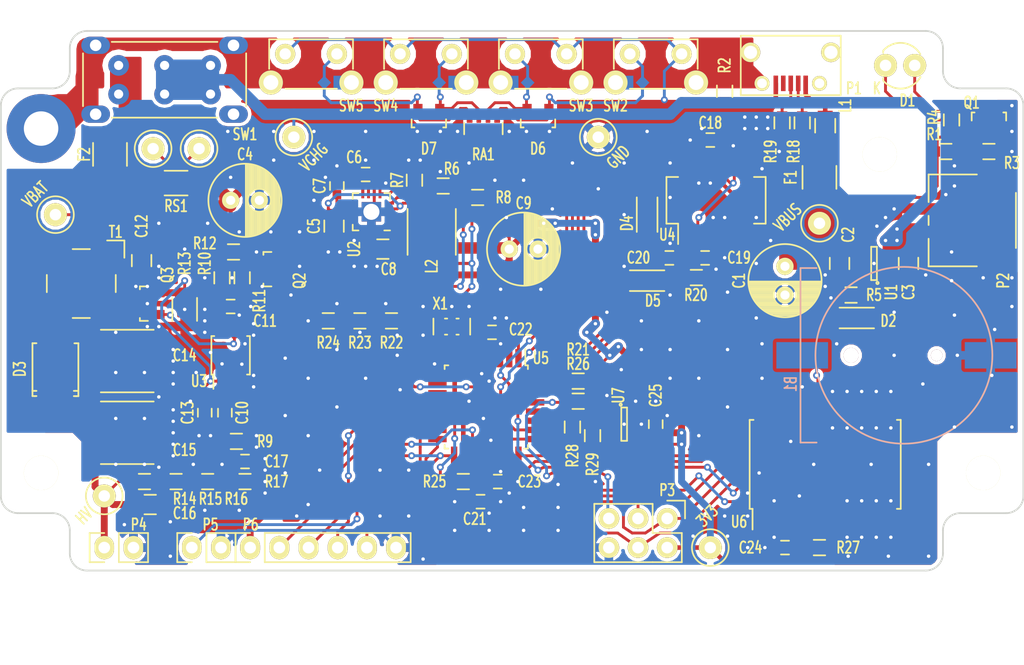
<source format=kicad_pcb>
(kicad_pcb (version 4) (host pcbnew 4.0.4-stable)
  (title_block (title "Divergence Meter Control Board") (date 2017-02-19) (rev 0.20161231) (company q61.org) (comment 4 "License: CC BY-SA 4.0 International"))
  (layers (0 F.Cu signal) (31 B.Cu signal) (34 B.Paste user) (35 F.Paste user) (36 B.SilkS user) (37 F.SilkS user) (38 B.Mask user) (39 F.Mask user) (44 Edge.Cuts user))
  (net 0 "")
  (net 1 "Net-(B1-Pad1)")
  (net 2 GND)
  (net 3 /VBUS)
  (net 4 /VCHG)
  (net 5 /VBAT)
  (net 6 "Net-(C6-Pad1)")
  (net 7 "Net-(C6-Pad2)")
  (net 8 "Net-(C7-Pad1)")
  (net 9 +3V3)
  (net 10 "Net-(C10-Pad1)")
  (net 11 "Net-(C10-Pad2)")
  (net 12 "Net-(C11-Pad1)")
  (net 13 /ISEN)
  (net 14 HT)
  (net 15 /FB)
  (net 16 "Net-(C19-Pad1)")
  (net 17 /AVR_RST)
  (net 18 "Net-(C20-Pad2)")
  (net 19 /OPTO)
  (net 20 "Net-(C23-Pad1)")
  (net 21 "Net-(D1-Pad1)")
  (net 22 "Net-(D1-Pad2)")
  (net 23 /CHG_STAT)
  (net 24 "Net-(D3-Pad2)")
  (net 25 "Net-(D4-Pad1)")
  (net 26 /FT->AVR)
  (net 27 /FT<-AVR)
  (net 28 "Net-(D5-Pad2)")
  (net 29 "Net-(D6-Pad1)")
  (net 30 "Net-(D6-Pad2)")
  (net 31 "Net-(D7-Pad1)")
  (net 32 "Net-(D7-Pad2)")
  (net 33 "Net-(F1-Pad1)")
  (net 34 "Net-(F2-Pad1)")
  (net 35 /CHASSIS)
  (net 36 "Net-(L2-Pad1)")
  (net 37 "Net-(P1-Pad2)")
  (net 38 "Net-(P1-Pad3)")
  (net 39 "Net-(P1-Pad4)")
  (net 40 /MISO)
  (net 41 /SCK)
  (net 42 /MOSI)
  (net 43 /APWM)
  (net 44 /RCLK)
  (net 45 /CHG_LED)
  (net 46 /PG)
  (net 47 "Net-(Q2-Pad3)")
  (net 48 "Net-(Q3-Pad1)")
  (net 49 "Net-(Q3-Pad3)")
  (net 50 "Net-(R5-Pad1)")
  (net 51 "Net-(R6-Pad2)")
  (net 52 "Net-(R11-Pad1)")
  (net 53 "Net-(R14-Pad2)")
  (net 54 "Net-(R15-Pad2)")
  (net 55 "Net-(R18-Pad2)")
  (net 56 "Net-(R19-Pad2)")
  (net 57 "Net-(R22-Pad2)")
  (net 58 "Net-(R23-Pad2)")
  (net 59 /SQW)
  (net 60 /SCL)
  (net 61 /SDA)
  (net 62 /SW0)
  (net 63 /SW2)
  (net 64 /SW1)
  (net 65 /SW3)
  (net 66 "Net-(U4-Pad2)")
  (net 67 "Net-(U4-Pad5)")
  (net 68 "Net-(U4-Pad7)")
  (net 69 "Net-(U4-Pad8)")
  (net 70 "Net-(U4-Pad9)")
  (net 71 "Net-(U4-Pad10)")
  (net 72 "Net-(U4-Pad17)")
  (net 73 "Net-(U4-Pad18)")
  (net 74 "Net-(U4-Pad19)")
  (net 75 "Net-(U5-Pad7)")
  (net 76 "Net-(U5-Pad8)")
  (net 77 /DS_SS)
  (net 78 "Net-(U6-Pad3)")
  (net 79 "Net-(U6-Pad6)")
  (net 80 "Net-(L1-Pad1)")
  (net 81 "Net-(F2-Pad2)")
  (net 82 "Net-(U5-Pad10)")
  (net 83 "Net-(U5-Pad11)")
  (module LEDs:LED-3MM (layer F.Cu) (at 123.5 64.5)
    (fp_text reference D1 (at 1.91 3.06) (layer F.SilkS) (effects (font (size 1 0.7))))
    (fp_text value CHG)
    (fp_text user K (at -0.75 2) (layer F.SilkS) (effects (font (size 1 0.7))))
    (pad 1 thru_hole circle (at 0 0 90) (size 2 2) (drill 1.00076) (layers *.Cu *.Mask F.SilkS) (net 21 "Net-(D1-Pad1)"))
    (pad 2 thru_hole circle (at 2.54 0) (size 2 2) (drill 1.00076) (layers *.Cu *.Mask F.SilkS) (net 22 "Net-(D1-Pad2)"))
  )
  (module Connect:USB_Micro-B (layer F.Cu) (at 115.25 64.5 180)
    (fp_text reference P1 (at -5.5 -2 180) (layer F.SilkS) (effects (font (size 1 0.7))))
    (fp_text value USB_OTG)
    (pad 1 smd rect (at -1.3009 -1.56254 270) (size 1.35 0.4) (layers F.Cu F.Paste F.Mask) (net 80 "Net-(L1-Pad1)"))
    (pad 2 smd rect (at -0.6509 -1.56254 270) (size 1.35 0.4) (layers F.Cu F.Paste F.Mask) (net 37 "Net-(P1-Pad2)"))
    (pad 3 smd rect (at -0.0009 -1.56254 270) (size 1.35 0.4) (layers F.Cu F.Paste F.Mask) (net 38 "Net-(P1-Pad3)"))
    (pad 4 smd rect (at 0.6491 -1.56254 270) (size 1.35 0.4) (layers F.Cu F.Paste F.Mask) (net 39 "Net-(P1-Pad4)"))
    (pad 5 smd rect (at 1.2991 -1.56254 270) (size 1.35 0.4) (layers F.Cu F.Paste F.Mask) (net 2 GND))
    (pad 6 thru_hole oval (at -2.5009 -1.56254 270) (size 1.3 1.3) (drill oval 0.85) (layers *.Cu *.Mask F.SilkS) (net 35 /CHASSIS))
    (pad 6 thru_hole oval (at 2.4991 -1.56254 270) (size 1.3 1.3) (drill oval 0.85) (layers *.Cu *.Mask F.SilkS) (net 35 /CHASSIS))
    (pad 6 thru_hole oval (at -3.5009 1.13746 270) (size 1.7 1.7) (drill oval 1.15) (layers *.Cu *.Mask F.SilkS) (net 35 /CHASSIS))
    (pad 6 thru_hole oval (at 3.4991 1.13746 270) (size 1.7 1.7) (drill oval 1.15) (layers *.Cu *.Mask F.SilkS) (net 35 /CHASSIS))
  )
  (module Buttons_Switches_ThroughHole:SW_Tactile_SPST_Angled (layer F.Cu) (at 81.25 63.5)
    (fp_text reference SW4 (at -1.25 4.5) (layer F.SilkS) (effects (font (size 1 0.7))))
    (fp_text value Push)
    (pad 4 thru_hole circle (at 5.76 2.49) (size 2.1 2.1) (drill 1.3) (layers *.Cu *.Mask F.SilkS) (net 35 /CHASSIS))
    (pad 2 thru_hole circle (at 4.5 0) (size 1.75 1.75) (drill 0.99) (layers *.Cu *.Mask F.SilkS) (net 31 "Net-(D7-Pad1)"))
    (pad 1 thru_hole circle (at 0 0) (size 1.75 1.75) (drill 0.99) (layers *.Cu *.Mask F.SilkS) (net 2 GND))
    (pad 3 thru_hole circle (at -1.25 2.49) (size 2.1 2.1) (drill 1.3) (layers *.Cu *.Mask F.SilkS) (net 35 /CHASSIS))
  )
  (module q61:Ceralock_CSTCE-G (layer F.Cu) (at 85.75 87.25)
    (fp_text reference X1 (at -1 -2) (layer F.SilkS) (effects (font (size 1 0.7))))
    (fp_text value 8MHz)
    (pad 1 smd rect (at -1.2 0) (size 0.4 2.2) (layers F.Cu F.Paste F.Mask) (net 76 "Net-(U5-Pad8)"))
    (pad 3 smd rect (at 0 0) (size 0.4 2.2) (layers F.Cu F.Paste F.Mask) (net 2 GND))
    (pad 2 smd rect (at 1.2 0) (size 0.4 2.2) (layers F.Cu F.Paste F.Mask) (net 75 "Net-(U5-Pad7)"))
    (pad 1 smd rect (at -0.95 0) (size 0.3 2.2) (layers F.Cu F.Paste F.Mask) (net 76 "Net-(U5-Pad8)"))
    (pad 2 smd rect (at 0.95 0) (size 0.3 2.2) (layers F.Cu F.Paste F.Mask) (net 75 "Net-(U5-Pad7)"))
  )
  (module Pin_Headers:Pin_Header_Straight_2x03 (layer F.Cu) (at 104.5 106.5 270)
    (fp_text reference P3 (at -5 0 360) (layer F.SilkS) (effects (font (size 1 0.7))))
    (fp_text value ISP)
    (pad 1 thru_hole oval (at -2.54 0 270) (size 1.8 1.8) (drill 1.016) (layers *.Cu *.Mask F.SilkS) (net 40 /MISO))
    (pad 2 thru_hole oval (at 0 0 270) (size 1.8 1.8) (drill 1.016) (layers *.Cu *.Mask F.SilkS) (net 9 +3V3))
    (pad 3 thru_hole oval (at -2.54 2.54 270) (size 1.8 1.8) (drill 1.016) (layers *.Cu *.Mask F.SilkS) (net 41 /SCK))
    (pad 4 thru_hole oval (at 0 2.54 270) (size 1.8 1.8) (drill 1.016) (layers *.Cu *.Mask F.SilkS) (net 42 /MOSI))
    (pad 5 thru_hole oval (at -2.54 5.08 270) (size 1.8 1.8) (drill 1.016) (layers *.Cu *.Mask F.SilkS) (net 17 /AVR_RST))
    (pad 6 thru_hole oval (at 0 5.08 270) (size 1.8 1.8) (drill 1.016) (layers *.Cu *.Mask F.SilkS) (net 2 GND))
  )
  (module Pin_Headers:Pin_Header_Straight_1x06 (layer F.Cu) (at 68.2 106.5 90)
    (fp_text reference P6 (at 2 0.05 180) (layer F.SilkS) (effects (font (size 1 0.7))))
    (fp_text value DATA)
    (pad 1 thru_hole oval (at 0 0 90) (size 2.032 1.7272) (drill 1.016) (layers *.Cu *.Mask F.SilkS) (net 9 +3V3))
    (pad 2 thru_hole oval (at 0 2.54 90) (size 2.032 1.7272) (drill 1.016) (layers *.Cu *.Mask F.SilkS) (net 43 /APWM))
    (pad 3 thru_hole oval (at 0 5.08 90) (size 2.032 1.7272) (drill 1.016) (layers *.Cu *.Mask F.SilkS) (net 42 /MOSI))
    (pad 4 thru_hole oval (at 0 7.62 90) (size 2.032 1.7272) (drill 1.016) (layers *.Cu *.Mask F.SilkS) (net 44 /RCLK))
    (pad 5 thru_hole oval (at 0 10.16 90) (size 2.032 1.7272) (drill 1.016) (layers *.Cu *.Mask F.SilkS) (net 41 /SCK))
    (pad 6 thru_hole oval (at 0 12.7 90) (size 2.032 1.7272) (drill 1.016) (layers *.Cu *.Mask F.SilkS) (net 2 GND))
  )
  (module Pin_Headers:Pin_Header_Straight_1x02 (layer F.Cu) (at 63.12 106.5 90)
    (fp_text reference P5 (at 2 1.63 180) (layer F.SilkS) (effects (font (size 1 0.7))))
    (fp_text value OPTO)
    (pad 1 thru_hole oval (at 0 0 90) (size 2.032 1.7) (drill 1.016) (layers *.Cu *.Mask F.SilkS) (net 19 /OPTO))
    (pad 2 thru_hole oval (at 0 2.54 90) (size 2.032 1.7) (drill 1.016) (layers *.Cu *.Mask F.SilkS) (net 2 GND))
  )
  (module Pin_Headers:Pin_Header_Straight_1x02 (layer F.Cu) (at 55.5 106.5 90)
    (fp_text reference P4 (at 2 3 180) (layer F.SilkS) (effects (font (size 1 0.7))))
    (fp_text value HV)
    (pad 1 thru_hole oval (at 0 0 90) (size 2.032 1.7) (drill 1.016) (layers *.Cu *.Mask F.SilkS) (net 14 HT))
    (pad 2 thru_hole oval (at 0 2.54 90) (size 2.032 1.7) (drill 1.016) (layers *.Cu *.Mask F.SilkS) (net 2 GND))
  )
  (module Test_1 (layer F.Cu) (at 55.5 102)
    (fp_text reference TP6 hide)
    (fp_text value 170V)
    (pad 1 thru_hole circle (at 0 0) (size 2 2) (drill 1) (layers *.Cu *.Mask F.SilkS) (net 14 HT))
  )
  (module Housings_DFN_QFN:QFN-16-1EP_3x3mm_Pitch0.5mm (layer F.Cu) (at 78.75 77.25 180)
    (fp_text reference U2 (at 1.5 -3.25 270) (layer F.SilkS) (effects (font (size 1 0.7))))
    (fp_text value TLV62090)
    (pad 1 smd rect (at -1.575 -0.75 180) (size 0.8 0.25) (layers F.Cu F.Paste F.Mask) (net 36 "Net-(L2-Pad1)"))
    (pad 2 smd rect (at -1.575 -0.25 180) (size 0.8 0.25) (layers F.Cu F.Paste F.Mask) (net 36 "Net-(L2-Pad1)"))
    (pad 3 smd rect (at -1.575 0.25 180) (size 0.8 0.25) (layers F.Cu F.Paste F.Mask) (net 5 /VBAT))
    (pad 4 smd rect (at -1.575 0.75 180) (size 0.8 0.25) (layers F.Cu F.Paste F.Mask) (net 46 /PG))
    (pad 5 smd rect (at -0.75 1.575 270) (size 0.8 0.25) (layers F.Cu F.Paste F.Mask) (net 51 "Net-(R6-Pad2)"))
    (pad 6 smd rect (at -0.25 1.575 270) (size 0.8 0.25) (layers F.Cu F.Paste F.Mask) (net 2 GND))
    (pad 7 smd rect (at 0.25 1.575 270) (size 0.8 0.25) (layers F.Cu F.Paste F.Mask) (net 7 "Net-(C6-Pad2)"))
    (pad 8 smd rect (at 0.75 1.575 270) (size 0.8 0.25) (layers F.Cu F.Paste F.Mask) (net 6 "Net-(C6-Pad1)"))
    (pad 9 smd rect (at 1.575 0.75 180) (size 0.8 0.25) (layers F.Cu F.Paste F.Mask) (net 8 "Net-(C7-Pad1)"))
    (pad 10 smd rect (at 1.575 0.25 180) (size 0.8 0.25) (layers F.Cu F.Paste F.Mask) (net 5 /VBAT))
    (pad 11 smd rect (at 1.575 -0.25 180) (size 0.8 0.25) (layers F.Cu F.Paste F.Mask) (net 5 /VBAT))
    (pad 12 smd rect (at 1.575 -0.75 180) (size 0.8 0.25) (layers F.Cu F.Paste F.Mask) (net 5 /VBAT))
    (pad 13 smd rect (at 0.75 -1.575 270) (size 0.8 0.25) (layers F.Cu F.Paste F.Mask) (net 5 /VBAT))
    (pad 14 smd rect (at 0.25 -1.575 270) (size 0.8 0.25) (layers F.Cu F.Paste F.Mask) (net 2 GND))
    (pad 15 smd rect (at -0.25 -1.575 270) (size 0.8 0.25) (layers F.Cu F.Paste F.Mask) (net 2 GND))
    (pad 16 smd rect (at -0.75 -1.575 270) (size 0.8 0.25) (layers F.Cu F.Paste F.Mask) (net 9 +3V3))
    (pad 15 thru_hole rect (at 0 0 180) (size 1.7 1.7) (drill 1.4) (layers *.Cu *.Mask) (net 2 GND))
  )
  (module Connect:PINHEAD1-3 (layer F.Cu) (at 60.75 65.75)
    (fp_text reference SW1 (at 7 4.75) (layer F.SilkS) (effects (font (size 1 0.7))))
    (fp_text value PWR)
    (pad 3 thru_hole oval (at -4 -1.25) (size 1.8 1.8) (drill 0.8) (layers *.Cu *.Mask) (net 34 "Net-(F2-Pad1)"))
    (pad 2 thru_hole oval (at 0 -1.25) (size 1.8 1.8) (drill 0.8) (layers *.Cu *.Mask) (net 4 /VCHG))
    (pad 1 thru_hole oval (at 4 -1.25) (size 1.8 1.8) (drill 0.8) (layers *.Cu *.Mask) (net 4 /VCHG))
    (pad 3 thru_hole oval (at -4 1.25) (size 1.8 1.8) (drill 0.8) (layers *.Cu *.Mask) (net 34 "Net-(F2-Pad1)"))
    (pad 2 thru_hole oval (at 0 1.25) (size 1.8 1.8) (drill 0.8) (layers *.Cu *.Mask) (net 4 /VCHG))
    (pad 1 thru_hole oval (at 4 1.25) (size 1.8 1.8) (drill 0.8) (layers *.Cu *.Mask) (net 4 /VCHG))
    (pad 4 thru_hole oval (at -6 -3) (size 2.5 1.5) (drill 1) (layers *.Cu *.Mask) (net 35 /CHASSIS))
    (pad 4 thru_hole oval (at -6 3) (size 2.5 1.5) (drill 1) (layers *.Cu *.Mask) (net 35 /CHASSIS))
    (pad 4 thru_hole oval (at 6 3) (size 2.5 1.5) (drill 1) (layers *.Cu *.Mask))
    (pad 4 thru_hole oval (at 6 -3) (size 2.5 1.5) (drill 1) (layers *.Cu *.Mask) (net 35 /CHASSIS))
  )
  (module Mounting_Holes:MountingHole_3mm (layer F.Cu) (at 123 72.25)
    (fp_text reference REF** hide)
    (fp_text value MountingHole_3mm hide)
    (pad 1 np_thru_hole circle (at 0 0) (size 3 3) (drill 3) (layers *.Cu *.Mask F.SilkS))
  )
  (module Mounting_Holes:MountingHole_3mm (layer F.Cu) (at 132 100)
    (fp_text reference REF** hide)
    (fp_text value MountingHole_3mm hide)
    (pad 1 np_thru_hole circle (at 0 0) (size 3 3) (drill 3) (layers *.Cu *.Mask F.SilkS))
  )
  (module Mounting_Holes:MountingHole_3mm (layer F.Cu) (at 50 70)
    (fp_text reference REF** hide)
    (fp_text value MountingHole_3mm hide)
    (pad 1 thru_hole circle (at 0 0) (size 6 6) (drill 3) (layers *.Cu *.Mask) (net 35 /CHASSIS))
  )
  (module Transformer_LPR6235 (layer F.Cu) (at 53.5 83.5 180)
    (fp_text reference T1 (at -3 4.5 180) (layer F.SilkS) (effects (font (size 1 0.7))))
    (fp_text value LPR6235)
    (pad 1 smd rect (at -2.2 2.75 180) (size 2.4 1.3) (layers F.Cu F.Paste F.Mask) (net 5 /VBAT))
    (pad 2 smd rect (at 2.2 2.75 180) (size 2.4 1.3) (layers F.Cu F.Paste F.Mask) (net 49 "Net-(Q3-Pad3)"))
    (pad 3 smd rect (at 2.2 -2.75 180) (size 2.4 1.3) (layers F.Cu F.Paste F.Mask) (net 24 "Net-(D3-Pad2)"))
    (pad 4 smd rect (at -2.2 -2.75 180) (size 2.4 1.3) (layers F.Cu F.Paste F.Mask) (net 49 "Net-(Q3-Pad3)"))
    (pad 1 smd rect (at -2.75 1.55 180) (size 1.3 1.1) (layers F.Cu F.Paste F.Mask) (net 5 /VBAT))
    (pad 1 smd rect (at -2.1 2.1 225) (size 1.555 1.555) (layers F.Cu F.Paste F.Mask) (net 5 /VBAT))
    (pad 2 smd rect (at 2.75 1.55 180) (size 1.3 1.1) (layers F.Cu F.Paste F.Mask) (net 49 "Net-(Q3-Pad3)"))
    (pad 2 smd rect (at 2.1 2.1 225) (size 1.555 1.555) (layers F.Cu F.Paste F.Mask) (net 49 "Net-(Q3-Pad3)"))
    (pad 3 smd rect (at 2.75 -1.55 180) (size 1.3 1.1) (layers F.Cu F.Paste F.Mask) (net 24 "Net-(D3-Pad2)"))
    (pad 3 smd rect (at 2.1 -2.1 225) (size 1.555 1.555) (layers F.Cu F.Paste F.Mask) (net 24 "Net-(D3-Pad2)"))
    (pad 4 smd rect (at -2.75 -1.55 180) (size 1.3 1.1) (layers F.Cu F.Paste F.Mask) (net 49 "Net-(Q3-Pad3)"))
    (pad 4 smd rect (at -2.1 -2.1 225) (size 1.555 1.555) (layers F.Cu F.Paste F.Mask) (net 49 "Net-(Q3-Pad3)"))
  )
  (module TO_SOT_Packages_SMD:SOT-23 (layer F.Cu) (at 59.25 85.25 90)
    (fp_text reference Q3 (at 2.5 1.75 90) (layer F.SilkS) (effects (font (size 1 0.7))))
    (fp_text value RSR030N06TL)
    (pad 1 smd rect (at -0.95 1.05 90) (size 0.8001 0.9) (layers F.Cu F.Paste F.Mask) (net 48 "Net-(Q3-Pad1)"))
    (pad 2 smd rect (at 0.95 1.05 90) (size 0.8001 0.9) (layers F.Cu F.Paste F.Mask) (net 13 /ISEN))
    (pad 3 smd rect (at 0 -1.05 90) (size 0.8001 0.9) (layers F.Cu F.Paste F.Mask) (net 49 "Net-(Q3-Pad3)"))
  )
  (module q61:Battery_CR1220 (layer B.Cu) (at 120.5 89.75 90)
    (fp_text reference B1 (at -2.5 -5.25 90) (layer B.SilkS) (effects (font (size 1 0.7)) (justify mirror)))
    (fp_text value Battery)
    (pad 1 smd rect (at 0 -4.25 90) (size 2.3 4.5) (layers B.Cu B.Paste B.Mask) (net 1 "Net-(B1-Pad1)"))
    (pad 2 smd rect (at 0 12.15 90) (size 2.3 4.5) (layers B.Cu B.Paste B.Mask) (net 2 GND))
    (pad N1 thru_hole circle (at 0 0 90) (size 1.3 1.3) (drill 1.3) (layers *.Cu *.Mask B.SilkS))
    (pad N2 thru_hole circle (at 0 7.45 90) (size 1 1) (drill 1) (layers *.Cu *.Mask B.SilkS))
  )
  (module Capacitors_SMD:C_0805 (layer F.Cu) (at 119.5 81.75 270)
    (fp_text reference C2 (at -2.5 -0.75 270) (layer F.SilkS) (effects (font (size 1 0.7))))
    (fp_text value 4.7u)
    (pad 1 smd rect (at -1 0 270) (size 1 1.25) (layers F.Cu F.Paste F.Mask) (net 3 /VBUS))
    (pad 2 smd rect (at 1 0 270) (size 1 1.25) (layers F.Cu F.Paste F.Mask) (net 2 GND))
  )
  (module Capacitors_SMD:C_0805 (layer F.Cu) (at 125.5 81.75 270)
    (fp_text reference C3 (at 2.5 0 270) (layer F.SilkS) (effects (font (size 1 0.7))))
    (fp_text value 4.7u)
    (pad 1 smd rect (at -1 0 270) (size 1 1.25) (layers F.Cu F.Paste F.Mask) (net 4 /VCHG))
    (pad 2 smd rect (at 1 0 270) (size 1 1.25) (layers F.Cu F.Paste F.Mask) (net 2 GND))
  )
  (module Capacitors_SMD:C_0805 (layer F.Cu) (at 75.5 78.5 270)
    (fp_text reference C5 (at 0 1.75 270) (layer F.SilkS) (effects (font (size 1 0.7))))
    (fp_text value 22u)
    (pad 1 smd rect (at -1 0 270) (size 1 1.25) (layers F.Cu F.Paste F.Mask) (net 5 /VBAT))
    (pad 2 smd rect (at 1 0 270) (size 1 1.25) (layers F.Cu F.Paste F.Mask) (net 2 GND))
  )
  (module Capacitors_SMD:C_0603 (layer F.Cu) (at 78.25 74)
    (fp_text reference C6 (at -1 -1.5) (layer F.SilkS) (effects (font (size 1 0.7))))
    (fp_text value 0.01u)
    (pad 1 smd rect (at -0.75 0) (size 0.8 0.75) (layers F.Cu F.Paste F.Mask) (net 6 "Net-(C6-Pad1)"))
    (pad 2 smd rect (at 0.75 0) (size 0.8 0.75) (layers F.Cu F.Paste F.Mask) (net 7 "Net-(C6-Pad2)"))
  )
  (module Capacitors_SMD:C_0603 (layer F.Cu) (at 75.75 75 90)
    (fp_text reference C7 (at 0 -1.5 90) (layer F.SilkS) (effects (font (size 1 0.7))))
    (fp_text value 0.01u)
    (pad 1 smd rect (at -0.75 0 90) (size 0.8 0.75) (layers F.Cu F.Paste F.Mask) (net 8 "Net-(C7-Pad1)"))
    (pad 2 smd rect (at 0.75 0 90) (size 0.8 0.75) (layers F.Cu F.Paste F.Mask) (net 2 GND))
  )
  (module Capacitors_SMD:C_0805 (layer F.Cu) (at 79.75 80.5 180)
    (fp_text reference C8 (at -0.5 -1.75 180) (layer F.SilkS) (effects (font (size 1 0.7))))
    (fp_text value 22u)
    (pad 1 smd rect (at -1 0 180) (size 1 1.25) (layers F.Cu F.Paste F.Mask) (net 9 +3V3))
    (pad 2 smd rect (at 1 0 180) (size 1 1.25) (layers F.Cu F.Paste F.Mask) (net 2 GND))
  )
  (module Capacitors_SMD:C_0603 (layer F.Cu) (at 66 94.75 270)
    (fp_text reference C10 (at 0 -1.5 270) (layer F.SilkS) (effects (font (size 1 0.7))))
    (fp_text value 0.1u)
    (pad 1 smd rect (at -0.75 0 270) (size 0.8 0.75) (layers F.Cu F.Paste F.Mask) (net 10 "Net-(C10-Pad1)"))
    (pad 2 smd rect (at 0.75 0 270) (size 0.8 0.75) (layers F.Cu F.Paste F.Mask) (net 11 "Net-(C10-Pad2)"))
  )
  (module Capacitors_SMD:C_0603 (layer F.Cu) (at 66.5 85.5)
    (fp_text reference C11 (at 3 1.25) (layer F.SilkS) (effects (font (size 1 0.7))))
    (fp_text value 0.1u)
    (pad 1 smd rect (at -0.75 0) (size 0.8 0.75) (layers F.Cu F.Paste F.Mask) (net 12 "Net-(C11-Pad1)"))
    (pad 2 smd rect (at 0.75 0) (size 0.8 0.75) (layers F.Cu F.Paste F.Mask) (net 2 GND))
  )
  (module Capacitors_SMD:C_0805 (layer F.Cu) (at 58.75 81.5 270)
    (fp_text reference C12 (at -3 0 270) (layer F.SilkS) (effects (font (size 1 0.7))))
    (fp_text value 22u)
    (pad 1 smd rect (at -1 0 270) (size 1 1.25) (layers F.Cu F.Paste F.Mask) (net 5 /VBAT))
    (pad 2 smd rect (at 1 0 270) (size 1 1.25) (layers F.Cu F.Paste F.Mask) (net 2 GND))
  )
  (module Capacitors_SMD:C_0603 (layer F.Cu) (at 64.25 94.75 270)
    (fp_text reference C13 (at 0 1.5 270) (layer F.SilkS) (effects (font (size 1 0.7))))
    (fp_text value 0.01u)
    (pad 1 smd rect (at -0.75 0 270) (size 0.8 0.75) (layers F.Cu F.Paste F.Mask) (net 13 /ISEN))
    (pad 2 smd rect (at 0.75 0 270) (size 0.8 0.75) (layers F.Cu F.Paste F.Mask) (net 2 GND))
  )
  (module Capacitors_SMD:C_2220 (layer F.Cu) (at 57.5 90.25)
    (fp_text reference C14 (at 5 -0.5) (layer F.SilkS) (effects (font (size 1 0.7))))
    (fp_text value 1u)
    (pad 1 smd rect (at -2.8 0) (size 1 5) (layers F.Cu F.Paste F.Mask) (net 14 HT))
    (pad 2 smd rect (at 2.8 0) (size 1 5) (layers F.Cu F.Paste F.Mask) (net 2 GND))
  )
  (module Capacitors_SMD:C_2220 (layer F.Cu) (at 57.5 96.5)
    (fp_text reference C15 (at 5 1.5) (layer F.SilkS) (effects (font (size 1 0.7))))
    (fp_text value 1u)
    (pad 1 smd rect (at -2.8 0) (size 1 5) (layers F.Cu F.Paste F.Mask) (net 14 HT))
    (pad 2 smd rect (at 2.8 0) (size 1 5) (layers F.Cu F.Paste F.Mask) (net 2 GND))
  )
  (module Capacitors_SMD:C_0805 (layer F.Cu) (at 59.5 102.75)
    (fp_text reference C16 (at 3 0.75) (layer F.SilkS) (effects (font (size 1 0.7))))
    (fp_text value 100p)
    (pad 1 smd rect (at -1 0) (size 1 1.25) (layers F.Cu F.Paste F.Mask) (net 14 HT))
    (pad 2 smd rect (at 1 0) (size 1 1.25) (layers F.Cu F.Paste F.Mask) (net 15 /FB))
  )
  (module Capacitors_SMD:C_0603 (layer F.Cu) (at 67.75 99)
    (fp_text reference C17 (at 2.75 0) (layer F.SilkS) (effects (font (size 1 0.7))))
    (fp_text value 0.01u)
    (pad 1 smd rect (at -0.75 0) (size 0.8 0.75) (layers F.Cu F.Paste F.Mask) (net 15 /FB))
    (pad 2 smd rect (at 0.75 0) (size 0.8 0.75) (layers F.Cu F.Paste F.Mask) (net 2 GND))
  )
  (module Capacitors_SMD:C_0603 (layer F.Cu) (at 108.25 71 180)
    (fp_text reference C18 (at 0 1.5 180) (layer F.SilkS) (effects (font (size 1 0.7))))
    (fp_text value 0.1u)
    (pad 1 smd rect (at -0.75 0 180) (size 0.8 0.75) (layers F.Cu F.Paste F.Mask) (net 3 /VBUS))
    (pad 2 smd rect (at 0.75 0 180) (size 0.8 0.75) (layers F.Cu F.Paste F.Mask) (net 2 GND))
  )
  (module Capacitors_SMD:C_0603 (layer F.Cu) (at 107.7975 81.2665)
    (fp_text reference C19 (at 2.9525 -0.0165) (layer F.SilkS) (effects (font (size 1 0.7))))
    (fp_text value 0.1u)
    (pad 1 smd rect (at -0.75 0) (size 0.8 0.75) (layers F.Cu F.Paste F.Mask) (net 16 "Net-(C19-Pad1)"))
    (pad 2 smd rect (at 0.75 0) (size 0.8 0.75) (layers F.Cu F.Paste F.Mask) (net 2 GND))
  )
  (module Capacitors_SMD:C_0603 (layer F.Cu) (at 104.686 81.2665)
    (fp_text reference C20 (at -2.686 -0.0165) (layer F.SilkS) (effects (font (size 1 0.7))))
    (fp_text value 0.1u)
    (pad 1 smd rect (at -0.75 0) (size 0.8 0.75) (layers F.Cu F.Paste F.Mask) (net 17 /AVR_RST))
    (pad 2 smd rect (at 0.75 0) (size 0.8 0.75) (layers F.Cu F.Paste F.Mask) (net 18 "Net-(C20-Pad2)"))
  )
  (module Capacitors_SMD:C_0603 (layer F.Cu) (at 88.25 102.5)
    (fp_text reference C21 (at -0.5 1.5) (layer F.SilkS) (effects (font (size 1 0.7))))
    (fp_text value 1u)
    (pad 1 smd rect (at -0.75 0) (size 0.8 0.75) (layers F.Cu F.Paste F.Mask) (net 19 /OPTO))
    (pad 2 smd rect (at 0.75 0) (size 0.8 0.75) (layers F.Cu F.Paste F.Mask) (net 2 GND))
  )
  (module Capacitors_SMD:C_0603 (layer F.Cu) (at 89.25 87.75)
    (fp_text reference C22 (at 2.5 -0.25) (layer F.SilkS) (effects (font (size 1 0.7))))
    (fp_text value 0.1u)
    (pad 1 smd rect (at -0.75 0) (size 0.8 0.75) (layers F.Cu F.Paste F.Mask) (net 9 +3V3))
    (pad 2 smd rect (at 0.75 0) (size 0.8 0.75) (layers F.Cu F.Paste F.Mask) (net 2 GND))
  )
  (module Capacitors_SMD:C_0603 (layer F.Cu) (at 89.75 100.75)
    (fp_text reference C23 (at 2.75 0) (layer F.SilkS) (effects (font (size 1 0.7))))
    (fp_text value 0.1u)
    (pad 1 smd rect (at -0.75 0) (size 0.8 0.75) (layers F.Cu F.Paste F.Mask) (net 20 "Net-(C23-Pad1)"))
    (pad 2 smd rect (at 0.75 0) (size 0.8 0.75) (layers F.Cu F.Paste F.Mask) (net 2 GND))
  )
  (module Capacitors_SMD:C_0603 (layer F.Cu) (at 114.75 106.5 180)
    (fp_text reference C24 (at 3 0 180) (layer F.SilkS) (effects (font (size 1 0.7))))
    (fp_text value 0.1u)
    (pad 1 smd rect (at -0.75 0 180) (size 0.8 0.75) (layers F.Cu F.Paste F.Mask) (net 9 +3V3))
    (pad 2 smd rect (at 0.75 0 180) (size 0.8 0.75) (layers F.Cu F.Paste F.Mask) (net 2 GND))
  )
  (module Capacitors_SMD:C_0603 (layer F.Cu) (at 103.5 95.75 270)
    (fp_text reference C25 (at -2.5 0 270) (layer F.SilkS) (effects (font (size 1 0.7))))
    (fp_text value 0.1u)
    (pad 1 smd rect (at -0.75 0 270) (size 0.8 0.75) (layers F.Cu F.Paste F.Mask) (net 2 GND))
    (pad 2 smd rect (at 0.75 0 270) (size 0.8 0.75) (layers F.Cu F.Paste F.Mask) (net 9 +3V3))
  )
  (module Diodes_SMD:SOD-123 (layer F.Cu) (at 120.5 86.5 180)
    (fp_text reference D2 (at -3.25 -0.25 180) (layer F.SilkS) (effects (font (size 1 0.7))))
    (fp_text value D_Small)
    (pad 1 smd rect (at -1.635 0 180) (size 0.91 1.22) (layers F.Cu F.Paste F.Mask) (net 21 "Net-(D1-Pad1)"))
    (pad 2 smd rect (at 1.635 0 180) (size 0.91 1.22) (layers F.Cu F.Paste F.Mask) (net 23 /CHG_STAT))
  )
  (module Diodes_SMD:SMB_Standard (layer F.Cu) (at 51.25 91 90)
    (fp_text reference D3 (at 0.05 -3.1 90) (layer F.SilkS) (effects (font (size 1 0.7))))
    (fp_text value STPS4S200)
    (pad 1 smd rect (at -2.14884 0 90) (size 2.49936 2.30124) (layers F.Cu F.Paste F.Mask) (net 14 HT))
    (pad 2 smd rect (at 2.14884 0 90) (size 2.49936 2.30124) (layers F.Cu F.Paste F.Mask) (net 24 "Net-(D3-Pad2)"))
  )
  (module Diodes_SMD:SOD-123 (layer F.Cu) (at 102.75 78 270)
    (fp_text reference D4 (at 0.25 1.75 270) (layer F.SilkS) (effects (font (size 1 0.7))))
    (fp_text value D_Small)
    (pad 1 smd rect (at -1.635 0 270) (size 0.91 1.22) (layers F.Cu F.Paste F.Mask) (net 25 "Net-(D4-Pad1)"))
    (pad 2 smd rect (at 1.635 0 270) (size 0.91 1.22) (layers F.Cu F.Paste F.Mask) (net 26 /FT->AVR))
  )
  (module Diodes_SMD:SOD-123 (layer F.Cu) (at 103.25 83.25)
    (fp_text reference D5 (at 0 1.75) (layer F.SilkS) (effects (font (size 1 0.7))))
    (fp_text value D_Small)
    (pad 1 smd rect (at -1.635 0) (size 0.91 1.22) (layers F.Cu F.Paste F.Mask) (net 27 /FT<-AVR))
    (pad 2 smd rect (at 1.635 0) (size 0.91 1.22) (layers F.Cu F.Paste F.Mask) (net 28 "Net-(D5-Pad2)"))
  )
  (module TO_SOT_Packages_SMD:SOT-23 (layer F.Cu) (at 93.25 69.25 180)
    (fp_text reference D6 (at 0 -2.5 180) (layer F.SilkS) (effects (font (size 1 0.7))))
    (fp_text value MMBZ9V1ALT1G)
    (pad 1 smd rect (at -0.95 1.00076 180) (size 0.8001 0.8001) (layers F.Cu F.Paste F.Mask) (net 29 "Net-(D6-Pad1)"))
    (pad 2 smd rect (at 0.95 1.00076 180) (size 0.8001 0.8001) (layers F.Cu F.Paste F.Mask) (net 30 "Net-(D6-Pad2)"))
    (pad 3 smd rect (at 0 -0.99822 180) (size 0.8001 0.8001) (layers F.Cu F.Paste F.Mask) (net 2 GND))
  )
  (module TO_SOT_Packages_SMD:SOT-23 (layer F.Cu) (at 83.75 69.25 180)
    (fp_text reference D7 (at 0 -2.5 180) (layer F.SilkS) (effects (font (size 1 0.7))))
    (fp_text value MMBZ9V1ALT1G)
    (pad 1 smd rect (at -0.95 1.00076 180) (size 0.8001 0.8001) (layers F.Cu F.Paste F.Mask) (net 31 "Net-(D7-Pad1)"))
    (pad 2 smd rect (at 0.95 1.00076 180) (size 0.8001 0.8001) (layers F.Cu F.Paste F.Mask) (net 32 "Net-(D7-Pad2)"))
    (pad 3 smd rect (at 0 -0.99822 180) (size 0.8001 0.8001) (layers F.Cu F.Paste F.Mask) (net 2 GND))
  )
  (module Resistors_SMD:R_1210 (layer F.Cu) (at 117.75 74.25 270)
    (fp_text reference F1 (at 0 2.5 270) (layer F.SilkS) (effects (font (size 1 0.7))))
    (fp_text value 1.1A)
    (pad 1 smd rect (at -1.45 0 270) (size 0.9 2.5) (layers F.Cu F.Paste F.Mask) (net 33 "Net-(F1-Pad1)"))
    (pad 2 smd rect (at 1.45 0 270) (size 0.9 2.5) (layers F.Cu F.Paste F.Mask) (net 3 /VBUS))
  )
  (module Resistors_SMD:R_1210 (layer F.Cu) (at 56 72.25 270)
    (fp_text reference F2 (at 0 2.25 270) (layer F.SilkS) (effects (font (size 1 0.7))))
    (fp_text value 1.1A)
    (pad 1 smd rect (at -1.45 0 270) (size 0.9 2.5) (layers F.Cu F.Paste F.Mask) (net 34 "Net-(F2-Pad1)"))
    (pad 2 smd rect (at 1.45 0 270) (size 0.9 2.5) (layers F.Cu F.Paste F.Mask) (net 81 "Net-(F2-Pad2)"))
  )
  (module q61:SparkGap_0.2mm (layer B.Cu) (at 101.75 66 180)
    (fp_text reference G1 hide)
    (fp_text value Jumper_NO_Small)
    (pad 1 smd rect (at -0.6 0 135) (size 0.848 0.848) (layers B.Cu B.Paste B.Mask) (net 29 "Net-(D6-Pad1)"))
    (pad 2 smd rect (at 0.6 0 180) (size 0.8 1.2) (layers B.Cu B.Paste B.Mask) (net 35 /CHASSIS))
  )
  (module q61:SparkGap_0.2mm (layer B.Cu) (at 91.75 66 180)
    (fp_text reference G2 hide)
    (fp_text value Jumper_NO_Small)
    (pad 1 smd rect (at -0.6 0 135) (size 0.848 0.848) (layers B.Cu B.Paste B.Mask) (net 30 "Net-(D6-Pad2)"))
    (pad 2 smd rect (at 0.6 0 180) (size 0.8 1.2) (layers B.Cu B.Paste B.Mask) (net 35 /CHASSIS))
  )
  (module q61:SparkGap_0.2mm (layer B.Cu) (at 85.25 66)
    (fp_text reference G3 hide)
    (fp_text value Jumper_NO_Small)
    (pad 1 smd rect (at -0.6 0 315) (size 0.848 0.848) (layers B.Cu B.Paste B.Mask) (net 31 "Net-(D7-Pad1)"))
    (pad 2 smd rect (at 0.6 0) (size 0.8 1.2) (layers B.Cu B.Paste B.Mask) (net 35 /CHASSIS))
  )
  (module q61:SparkGap_0.2mm (layer B.Cu) (at 75.25 66)
    (fp_text reference G4 hide)
    (fp_text value Jumper_NO_Small)
    (pad 1 smd rect (at -0.6 0 315) (size 0.848 0.848) (layers B.Cu B.Paste B.Mask) (net 32 "Net-(D7-Pad2)"))
    (pad 2 smd rect (at 0.6 0) (size 0.8 1.2) (layers B.Cu B.Paste B.Mask) (net 35 /CHASSIS))
  )
  (module Resistors_SMD:R_0805 (layer F.Cu) (at 118.25 69.75 270)
    (fp_text reference L1 (at -1.75 -1.75 270) (layer F.SilkS) (effects (font (size 1 0.7))))
    (fp_text value Ferrite)
    (pad 1 smd rect (at -0.95 0 270) (size 0.7 1.3) (layers F.Cu F.Paste F.Mask) (net 80 "Net-(L1-Pad1)"))
    (pad 2 smd rect (at 0.95 0 270) (size 0.7 1.3) (layers F.Cu F.Paste F.Mask) (net 33 "Net-(F1-Pad1)"))
  )
  (module Inductors:Inductor_Taiyo-Yuden_NR-40xx (layer F.Cu) (at 84 79 270)
    (fp_text reference L2 (at 3 0 270) (layer F.SilkS) (effects (font (size 1 0.7))))
    (fp_text value 1uH)
    (pad 1 smd rect (at -1.4 0 270) (size 1.2 3.9) (layers F.Cu F.Paste F.Mask) (net 36 "Net-(L2-Pad1)"))
    (pad 2 smd rect (at 1.4 0 270) (size 1.2 3.9) (layers F.Cu F.Paste F.Mask) (net 9 +3V3))
  )
  (module q61:Conn_S2B-PH-SM4-TB (layer F.Cu) (at 127.25 78 270)
    (fp_text reference P2 (at 5.25 -6.5 270) (layer F.SilkS) (effects (font (size 1 0.7))))
    (fp_text value LiPo)
    (pad 1 smd rect (at 1 0 270) (size 1 4) (layers F.Cu F.Paste F.Mask) (net 4 /VCHG))
    (pad 2 smd rect (at -1 0 270) (size 1 4) (layers F.Cu F.Paste F.Mask) (net 2 GND))
    (pad 3 smd rect (at 3.35 -6 270) (size 1.5 3.4) (layers F.Cu F.Paste F.Mask))
    (pad 4 smd rect (at -3.35 -6 270) (size 1.5 3.4) (layers F.Cu F.Paste F.Mask))
  )
  (module TO_SOT_Packages_SMD:SOT-23 (layer F.Cu) (at 132.5 69.25)
    (fp_text reference Q1 (at -1.5 -1.5) (layer F.SilkS) (effects (font (size 1 0.7))))
    (fp_text value 2N7002)
    (pad 1 smd rect (at -0.95 1.00076) (size 0.8001 0.8001) (layers F.Cu F.Paste F.Mask) (net 45 /CHG_LED))
    (pad 2 smd rect (at 0.95 1.00076) (size 0.8001 0.8001) (layers F.Cu F.Paste F.Mask) (net 2 GND))
    (pad 3 smd rect (at 0 -0.99822) (size 0.8001 0.8001) (layers F.Cu F.Paste F.Mask) (net 22 "Net-(D1-Pad2)"))
  )
  (module TO_SOT_Packages_SMD:SOT-23 (layer F.Cu) (at 70 82.25 90)
    (fp_text reference Q2 (at -1 2.5 90) (layer F.SilkS) (effects (font (size 1 0.7))))
    (fp_text value 2N7002)
    (pad 1 smd rect (at -0.95 1.00076 90) (size 0.8001 0.8001) (layers F.Cu F.Paste F.Mask) (net 46 /PG))
    (pad 2 smd rect (at 0.95 1.00076 90) (size 0.8001 0.8001) (layers F.Cu F.Paste F.Mask) (net 2 GND))
    (pad 3 smd rect (at 0 -0.99822 90) (size 0.8001 0.8001) (layers F.Cu F.Paste F.Mask) (net 47 "Net-(Q2-Pad3)"))
  )
  (module Resistors_SMD:R_0603 (layer F.Cu) (at 128.75 72)
    (fp_text reference R1 (at -1 -1.5) (layer F.SilkS) (effects (font (size 1 0.7))))
    (fp_text value 1M)
    (pad 1 smd rect (at -0.75 0) (size 0.5 0.9) (layers F.Cu F.Paste F.Mask) (net 3 /VBUS))
    (pad 2 smd rect (at 0.75 0) (size 0.5 0.9) (layers F.Cu F.Paste F.Mask) (net 2 GND))
  )
  (module Resistors_SMD:R_0603 (layer F.Cu) (at 109.5 66.75 270)
    (fp_text reference R2 (at -2.25 0 270) (layer F.SilkS) (effects (font (size 1 0.7))))
    (fp_text value 1M)
    (pad 1 smd rect (at -0.75 0 270) (size 0.5 0.9) (layers F.Cu F.Paste F.Mask) (net 35 /CHASSIS))
    (pad 2 smd rect (at 0.75 0 270) (size 0.5 0.9) (layers F.Cu F.Paste F.Mask) (net 2 GND))
  )
  (module Resistors_SMD:R_0603 (layer F.Cu) (at 132.5 72)
    (fp_text reference R3 (at 2 1) (layer F.SilkS) (effects (font (size 1 0.7))))
    (fp_text value 470k)
    (pad 1 smd rect (at -0.75 0) (size 0.5 0.9) (layers F.Cu F.Paste F.Mask) (net 45 /CHG_LED))
    (pad 2 smd rect (at 0.75 0) (size 0.5 0.9) (layers F.Cu F.Paste F.Mask) (net 2 GND))
  )
  (module Resistors_SMD:R_0603 (layer F.Cu) (at 129.25 69.25 90)
    (fp_text reference R4 (at 0.25 -1.5 90) (layer F.SilkS) (effects (font (size 1 0.7))))
    (fp_text value 1k)
    (pad 1 smd rect (at -0.75 0 90) (size 0.5 0.9) (layers F.Cu F.Paste F.Mask) (net 3 /VBUS))
    (pad 2 smd rect (at 0.75 0 90) (size 0.5 0.9) (layers F.Cu F.Paste F.Mask) (net 22 "Net-(D1-Pad2)"))
  )
  (module Resistors_SMD:R_0603 (layer F.Cu) (at 120.5 84.5 180)
    (fp_text reference R5 (at -2 0 180) (layer F.SilkS) (effects (font (size 1 0.7))))
    (fp_text value 2k)
    (pad 1 smd rect (at -0.75 0 180) (size 0.5 0.9) (layers F.Cu F.Paste F.Mask) (net 50 "Net-(R5-Pad1)"))
    (pad 2 smd rect (at 0.75 0 180) (size 0.5 0.9) (layers F.Cu F.Paste F.Mask) (net 2 GND))
  )
  (module Resistors_SMD:R_0603 (layer F.Cu) (at 85 75 180)
    (fp_text reference R6 (at -0.75 1.5 180) (layer F.SilkS) (effects (font (size 1 0.7))))
    (fp_text value 470k)
    (pad 1 smd rect (at -0.75 0 180) (size 0.5 0.9) (layers F.Cu F.Paste F.Mask) (net 9 +3V3))
    (pad 2 smd rect (at 0.75 0 180) (size 0.5 0.9) (layers F.Cu F.Paste F.Mask) (net 51 "Net-(R6-Pad2)"))
  )
  (module Resistors_SMD:R_0603 (layer F.Cu) (at 82.5 74.5 90)
    (fp_text reference R7 (at 0 -1.5 90) (layer F.SilkS) (effects (font (size 1 0.7))))
    (fp_text value 150k)
    (pad 1 smd rect (at -0.75 0 90) (size 0.5 0.9) (layers F.Cu F.Paste F.Mask) (net 51 "Net-(R6-Pad2)"))
    (pad 2 smd rect (at 0.75 0 90) (size 0.5 0.9) (layers F.Cu F.Paste F.Mask) (net 2 GND))
  )
  (module Resistors_SMD:R_0603 (layer F.Cu) (at 88 76 180)
    (fp_text reference R8 (at -2.25 0 180) (layer F.SilkS) (effects (font (size 1 0.7))))
    (fp_text value 100k)
    (pad 1 smd rect (at -0.75 0 180) (size 0.5 0.9) (layers F.Cu F.Paste F.Mask) (net 9 +3V3))
    (pad 2 smd rect (at 0.75 0 180) (size 0.5 0.9) (layers F.Cu F.Paste F.Mask) (net 46 /PG))
  )
  (module Resistors_SMD:R_0603 (layer F.Cu) (at 67 97.25)
    (fp_text reference R9 (at 2.5 0) (layer F.SilkS) (effects (font (size 1 0.7))))
    (fp_text value 1k)
    (pad 1 smd rect (at -0.75 0) (size 0.5 0.9) (layers F.Cu F.Paste F.Mask) (net 11 "Net-(C10-Pad2)"))
    (pad 2 smd rect (at 0.75 0) (size 0.5 0.9) (layers F.Cu F.Paste F.Mask) (net 2 GND))
  )
  (module Resistors_SMD:R_0603 (layer F.Cu) (at 65.75 83 270)
    (fp_text reference R10 (at -1.25 1.5 270) (layer F.SilkS) (effects (font (size 1 0.7))))
    (fp_text value 20)
    (pad 1 smd rect (at -0.75 0 270) (size 0.5 0.9) (layers F.Cu F.Paste F.Mask) (net 5 /VBAT))
    (pad 2 smd rect (at 0.75 0 270) (size 0.5 0.9) (layers F.Cu F.Paste F.Mask) (net 12 "Net-(C11-Pad1)"))
  )
  (module Resistors_SMD:R_0603 (layer F.Cu) (at 67.5 83 90)
    (fp_text reference R11 (at -2 1.5 90) (layer F.SilkS) (effects (font (size 1 0.7))))
    (fp_text value 150k)
    (pad 1 smd rect (at -0.75 0 90) (size 0.5 0.9) (layers F.Cu F.Paste F.Mask) (net 52 "Net-(R11-Pad1)"))
    (pad 2 smd rect (at 0.75 0 90) (size 0.5 0.9) (layers F.Cu F.Paste F.Mask) (net 47 "Net-(Q2-Pad3)"))
  )
  (module Resistors_SMD:R_0603 (layer F.Cu) (at 66.75 80.75 180)
    (fp_text reference R12 (at 2.5 0.75 180) (layer F.SilkS) (effects (font (size 1 0.7))))
    (fp_text value 10k)
    (pad 1 smd rect (at -0.75 0 180) (size 0.5 0.9) (layers F.Cu F.Paste F.Mask) (net 47 "Net-(Q2-Pad3)"))
    (pad 2 smd rect (at 0.75 0 180) (size 0.5 0.9) (layers F.Cu F.Paste F.Mask) (net 5 /VBAT))
  )
  (module Resistors_SMD:R_1206 (layer F.Cu) (at 62.5 85.75 270)
    (fp_text reference R13 (at -4 0 270) (layer F.SilkS) (effects (font (size 1 0.7))))
    (fp_text value 0.1)
    (pad 1 smd rect (at -1.45 0 270) (size 0.9 1.7) (layers F.Cu F.Paste F.Mask) (net 13 /ISEN))
    (pad 2 smd rect (at 1.45 0 270) (size 0.9 1.7) (layers F.Cu F.Paste F.Mask) (net 2 GND))
  )
  (module Resistors_SMD:R_0603 (layer F.Cu) (at 59 100.75)
    (fp_text reference R14 (at 3.5 1.5) (layer F.SilkS) (effects (font (size 1 0.7))))
    (fp_text value 24k)
    (pad 1 smd rect (at -0.75 0) (size 0.5 0.9) (layers F.Cu F.Paste F.Mask) (net 14 HT))
    (pad 2 smd rect (at 0.75 0) (size 0.5 0.9) (layers F.Cu F.Paste F.Mask) (net 53 "Net-(R14-Pad2)"))
  )
  (module Resistors_SMD:R_0603 (layer F.Cu) (at 61.75 100.75)
    (fp_text reference R15 (at 3 1.5) (layer F.SilkS) (effects (font (size 1 0.7))))
    (fp_text value 820k)
    (pad 1 smd rect (at -0.75 0) (size 0.5 0.9) (layers F.Cu F.Paste F.Mask) (net 53 "Net-(R14-Pad2)"))
    (pad 2 smd rect (at 0.75 0) (size 0.5 0.9) (layers F.Cu F.Paste F.Mask) (net 54 "Net-(R15-Pad2)"))
  )
  (module Resistors_SMD:R_0603 (layer F.Cu) (at 64.5 100.75)
    (fp_text reference R16 (at 2.5 1.5) (layer F.SilkS) (effects (font (size 1 0.7))))
    (fp_text value 1M)
    (pad 1 smd rect (at -0.75 0) (size 0.5 0.9) (layers F.Cu F.Paste F.Mask) (net 54 "Net-(R15-Pad2)"))
    (pad 2 smd rect (at 0.75 0) (size 0.5 0.9) (layers F.Cu F.Paste F.Mask) (net 15 /FB))
  )
  (module Resistors_SMD:R_0603 (layer F.Cu) (at 67.75 100.75)
    (fp_text reference R17 (at 2.75 0) (layer F.SilkS) (effects (font (size 1 0.7))))
    (fp_text value 13k)
    (pad 1 smd rect (at -0.75 0) (size 0.5 0.9) (layers F.Cu F.Paste F.Mask) (net 15 /FB))
    (pad 2 smd rect (at 0.75 0) (size 0.5 0.9) (layers F.Cu F.Paste F.Mask) (net 2 GND))
  )
  (module Resistors_SMD:R_0603 (layer F.Cu) (at 116.25 69.5 270)
    (fp_text reference R18 (at 2.5 0.75 270) (layer F.SilkS) (effects (font (size 1 0.7))))
    (fp_text value 27)
    (pad 1 smd rect (at -0.75 0 270) (size 0.5 0.9) (layers F.Cu F.Paste F.Mask) (net 37 "Net-(P1-Pad2)"))
    (pad 2 smd rect (at 0.75 0 270) (size 0.5 0.9) (layers F.Cu F.Paste F.Mask) (net 55 "Net-(R18-Pad2)"))
  )
  (module Resistors_SMD:R_0603 (layer F.Cu) (at 114.5 69.5 270)
    (fp_text reference R19 (at 2.5 1 270) (layer F.SilkS) (effects (font (size 1 0.7))))
    (fp_text value 27)
    (pad 1 smd rect (at -0.75 0 270) (size 0.5 0.9) (layers F.Cu F.Paste F.Mask) (net 38 "Net-(P1-Pad3)"))
    (pad 2 smd rect (at 0.75 0 270) (size 0.5 0.9) (layers F.Cu F.Paste F.Mask) (net 56 "Net-(R19-Pad2)"))
  )
  (module Resistors_SMD:R_0603 (layer F.Cu) (at 107.0355 82.981)
    (fp_text reference R20 (at -0.0355 1.519) (layer F.SilkS) (effects (font (size 1 0.7))))
    (fp_text value 1k)
    (pad 1 smd rect (at -0.75 0) (size 0.5 0.9) (layers F.Cu F.Paste F.Mask) (net 16 "Net-(C19-Pad1)"))
    (pad 2 smd rect (at 0.75 0) (size 0.5 0.9) (layers F.Cu F.Paste F.Mask) (net 28 "Net-(D5-Pad2)"))
  )
  (module Resistors_SMD:R_0603 (layer F.Cu) (at 96.75 92 180)
    (fp_text reference R21 (at 0 2.75 180) (layer F.SilkS) (effects (font (size 1 0.7))))
    (fp_text value 1k)
    (pad 1 smd rect (at -0.75 0 180) (size 0.5 0.9) (layers F.Cu F.Paste F.Mask) (net 9 +3V3))
    (pad 2 smd rect (at 0.75 0 180) (size 0.5 0.9) (layers F.Cu F.Paste F.Mask) (net 26 /FT->AVR))
  )
  (module Resistors_SMD:R_0603 (layer F.Cu) (at 80.5 86.75 180)
    (fp_text reference R22 (at 0 -1.9 180) (layer F.SilkS) (effects (font (size 1 0.7))))
    (fp_text value 100k)
    (pad 1 smd rect (at -0.75 0 180) (size 0.5 0.9) (layers F.Cu F.Paste F.Mask) (net 5 /VBAT))
    (pad 2 smd rect (at 0.75 0 180) (size 0.5 0.9) (layers F.Cu F.Paste F.Mask) (net 57 "Net-(R22-Pad2)"))
  )
  (module Resistors_SMD:R_0603 (layer F.Cu) (at 77.75 86.75 180)
    (fp_text reference R23 (at 0 -1.9 180) (layer F.SilkS) (effects (font (size 1 0.7))))
    (fp_text value 100k)
    (pad 1 smd rect (at -0.75 0 180) (size 0.5 0.9) (layers F.Cu F.Paste F.Mask) (net 57 "Net-(R22-Pad2)"))
    (pad 2 smd rect (at 0.75 0 180) (size 0.5 0.9) (layers F.Cu F.Paste F.Mask) (net 58 "Net-(R23-Pad2)"))
  )
  (module Resistors_SMD:R_0603 (layer F.Cu) (at 75 86.75 180)
    (fp_text reference R24 (at 0 -1.9 180) (layer F.SilkS) (effects (font (size 1 0.7))))
    (fp_text value 100k)
    (pad 1 smd rect (at -0.75 0 180) (size 0.5 0.9) (layers F.Cu F.Paste F.Mask) (net 58 "Net-(R23-Pad2)"))
    (pad 2 smd rect (at 0.75 0 180) (size 0.5 0.9) (layers F.Cu F.Paste F.Mask) (net 2 GND))
  )
  (module Resistors_SMD:R_0603 (layer F.Cu) (at 86.75 100.75)
    (fp_text reference R25 (at -2.5 0) (layer F.SilkS) (effects (font (size 1 0.7))))
    (fp_text value 47k)
    (pad 1 smd rect (at -0.75 0) (size 0.5 0.9) (layers F.Cu F.Paste F.Mask) (net 9 +3V3))
    (pad 2 smd rect (at 0.75 0) (size 0.5 0.9) (layers F.Cu F.Paste F.Mask) (net 19 /OPTO))
  )
  (module Resistors_SMD:R_0603 (layer F.Cu) (at 96.75 93.75 180)
    (fp_text reference R26 (at 0 3.25 180) (layer F.SilkS) (effects (font (size 1 0.7))))
    (fp_text value 10k)
    (pad 1 smd rect (at -0.75 0 180) (size 0.5 0.9) (layers F.Cu F.Paste F.Mask) (net 9 +3V3))
    (pad 2 smd rect (at 0.75 0 180) (size 0.5 0.9) (layers F.Cu F.Paste F.Mask) (net 17 /AVR_RST))
  )
  (module Resistors_SMD:R_0603 (layer F.Cu) (at 117.75 106.5)
    (fp_text reference R27 (at 2.5 0) (layer F.SilkS) (effects (font (size 1 0.7))))
    (fp_text value 4.7k)
    (pad 1 smd rect (at -0.75 0) (size 0.5 0.9) (layers F.Cu F.Paste F.Mask) (net 9 +3V3))
    (pad 2 smd rect (at 0.75 0) (size 0.5 0.9) (layers F.Cu F.Paste F.Mask) (net 59 /SQW))
  )
  (module Resistors_SMD:R_0603 (layer F.Cu) (at 96.25 96 90)
    (fp_text reference R28 (at -2.5 0 90) (layer F.SilkS) (effects (font (size 1 0.7))))
    (fp_text value 4.7k)
    (pad 1 smd rect (at -0.75 0 90) (size 0.5 0.9) (layers F.Cu F.Paste F.Mask) (net 9 +3V3))
    (pad 2 smd rect (at 0.75 0 90) (size 0.5 0.9) (layers F.Cu F.Paste F.Mask) (net 60 /SCL))
  )
  (module Resistors_SMD:R_0603 (layer F.Cu) (at 98 96.75 90)
    (fp_text reference R29 (at -2.5 0 90) (layer F.SilkS) (effects (font (size 1 0.7))))
    (fp_text value 4.7k)
    (pad 1 smd rect (at -0.75 0 90) (size 0.5 0.9) (layers F.Cu F.Paste F.Mask) (net 9 +3V3))
    (pad 2 smd rect (at 0.75 0 90) (size 0.5 0.9) (layers F.Cu F.Paste F.Mask) (net 61 /SDA))
  )
  (module Resistors_SMD:R_Array_Convex_4x0603 (layer F.Cu) (at 88.5 70 270)
    (fp_text reference RA1 (at 2.25 0 360) (layer F.SilkS) (effects (font (size 1 0.7))))
    (fp_text value 100)
    (pad 1 smd rect (at -0.9 -1.2 270) (size 0.8 0.5) (layers F.Cu F.Paste F.Mask) (net 29 "Net-(D6-Pad1)"))
    (pad 3 smd rect (at -0.9 0.4 270) (size 0.8 0.4) (layers F.Cu F.Paste F.Mask) (net 31 "Net-(D7-Pad1)"))
    (pad 2 smd rect (at -0.9 -0.4 270) (size 0.8 0.4) (layers F.Cu F.Paste F.Mask) (net 30 "Net-(D6-Pad2)"))
    (pad 4 smd rect (at -0.9 1.2 270) (size 0.8 0.5) (layers F.Cu F.Paste F.Mask) (net 32 "Net-(D7-Pad2)"))
    (pad 7 smd rect (at 0.9 -0.4 270) (size 0.8 0.4) (layers F.Cu F.Paste F.Mask) (net 64 /SW1))
    (pad 8 smd rect (at 0.9 -1.2 270) (size 0.8 0.5) (layers F.Cu F.Paste F.Mask) (net 62 /SW0))
    (pad 6 smd rect (at 0.9 0.4 270) (size 0.8 0.4) (layers F.Cu F.Paste F.Mask) (net 63 /SW2))
    (pad 5 smd rect (at 0.9 1.2 270) (size 0.8 0.5) (layers F.Cu F.Paste F.Mask) (net 65 /SW3))
  )
  (module Buttons_Switches_ThroughHole:SW_Tactile_SPST_Angled (layer F.Cu) (at 101.25 63.5)
    (fp_text reference SW2 (at -1.25 4.5) (layer F.SilkS) (effects (font (size 1 0.7))))
    (fp_text value Push)
    (pad 4 thru_hole circle (at 5.76 2.49) (size 2.1 2.1) (drill 1.3) (layers *.Cu *.Mask F.SilkS) (net 35 /CHASSIS))
    (pad 2 thru_hole circle (at 4.5 0) (size 1.75 1.75) (drill 0.99) (layers *.Cu *.Mask F.SilkS) (net 2 GND))
    (pad 1 thru_hole circle (at 0 0) (size 1.75 1.75) (drill 0.99) (layers *.Cu *.Mask F.SilkS) (net 29 "Net-(D6-Pad1)"))
    (pad 3 thru_hole circle (at -1.25 2.49) (size 2.1 2.1) (drill 1.3) (layers *.Cu *.Mask F.SilkS) (net 35 /CHASSIS))
  )
  (module Buttons_Switches_ThroughHole:SW_Tactile_SPST_Angled (layer F.Cu) (at 91.25 63.5)
    (fp_text reference SW3 (at 5.75 4.5) (layer F.SilkS) (effects (font (size 1 0.7))))
    (fp_text value Push)
    (pad 4 thru_hole circle (at 5.76 2.49) (size 2.1 2.1) (drill 1.3) (layers *.Cu *.Mask F.SilkS) (net 35 /CHASSIS))
    (pad 2 thru_hole circle (at 4.5 0) (size 1.75 1.75) (drill 0.99) (layers *.Cu *.Mask F.SilkS) (net 2 GND))
    (pad 1 thru_hole circle (at 0 0) (size 1.75 1.75) (drill 0.99) (layers *.Cu *.Mask F.SilkS) (net 30 "Net-(D6-Pad2)"))
    (pad 3 thru_hole circle (at -1.25 2.49) (size 2.1 2.1) (drill 1.3) (layers *.Cu *.Mask F.SilkS) (net 35 /CHASSIS))
  )
  (module Buttons_Switches_ThroughHole:SW_Tactile_SPST_Angled (layer F.Cu) (at 71.25 63.5)
    (fp_text reference SW5 (at 5.75 4.5) (layer F.SilkS) (effects (font (size 1 0.7))))
    (fp_text value Push)
    (pad 4 thru_hole circle (at 5.76 2.49) (size 2.1 2.1) (drill 1.3) (layers *.Cu *.Mask F.SilkS) (net 35 /CHASSIS))
    (pad 2 thru_hole circle (at 4.5 0) (size 1.75 1.75) (drill 0.99) (layers *.Cu *.Mask F.SilkS) (net 32 "Net-(D7-Pad2)"))
    (pad 1 thru_hole circle (at 0 0) (size 1.75 1.75) (drill 0.99) (layers *.Cu *.Mask F.SilkS) (net 2 GND))
    (pad 3 thru_hole circle (at -1.25 2.49) (size 2.1 2.1) (drill 1.3) (layers *.Cu *.Mask F.SilkS) (net 35 /CHASSIS))
  )
  (module TO_SOT_Packages_SMD:SOT-23-5 (layer F.Cu) (at 122.5 81.75 180)
    (fp_text reference U1 (at -1.5 -2.5 270) (layer F.SilkS) (effects (font (size 1 0.7))))
    (fp_text value MCP73831)
    (pad 1 smd rect (at -1.1 -0.95 180) (size 1.06 0.65) (layers F.Cu F.Paste F.Mask) (net 21 "Net-(D1-Pad1)"))
    (pad 2 smd rect (at -1.1 0 180) (size 1.06 0.65) (layers F.Cu F.Paste F.Mask) (net 2 GND))
    (pad 3 smd rect (at -1.1 0.95 180) (size 1.06 0.65) (layers F.Cu F.Paste F.Mask) (net 4 /VCHG))
    (pad 4 smd rect (at 1.1 0.95 180) (size 1.06 0.65) (layers F.Cu F.Paste F.Mask) (net 3 /VBUS))
    (pad 5 smd rect (at 1.1 -0.95 180) (size 1.06 0.65) (layers F.Cu F.Paste F.Mask) (net 50 "Net-(R5-Pad1)"))
  )
  (module Housings_SSOP:MSOP-8_3x3mm_Pitch0.65mm (layer F.Cu) (at 66.5 89.75 90)
    (fp_text reference U3 (at -2.25 -2.75 180) (layer F.SilkS) (effects (font (size 1 0.7))))
    (fp_text value LM3478)
    (pad 1 smd rect (at -2.2 -0.975 90) (size 1.45 0.45) (layers F.Cu F.Paste F.Mask) (net 13 /ISEN))
    (pad 2 smd rect (at -2.2 -0.325 90) (size 1.45 0.45) (layers F.Cu F.Paste F.Mask) (net 10 "Net-(C10-Pad1)"))
    (pad 3 smd rect (at -2.2 0.325 90) (size 1.45 0.45) (layers F.Cu F.Paste F.Mask) (net 15 /FB))
    (pad 4 smd rect (at -2.2 0.975 90) (size 1.45 0.45) (layers F.Cu F.Paste F.Mask) (net 2 GND))
    (pad 5 smd rect (at 2.2 0.975 90) (size 1.45 0.45) (layers F.Cu F.Paste F.Mask) (net 2 GND))
    (pad 6 smd rect (at 2.2 0.325 90) (size 1.45 0.45) (layers F.Cu F.Paste F.Mask) (net 48 "Net-(Q3-Pad1)"))
    (pad 7 smd rect (at 2.2 -0.325 90) (size 1.45 0.45) (layers F.Cu F.Paste F.Mask) (net 52 "Net-(R11-Pad1)"))
    (pad 8 smd rect (at 2.2 -0.975 90) (size 1.45 0.45) (layers F.Cu F.Paste F.Mask) (net 12 "Net-(C11-Pad1)"))
  )
  (module q61:SSOP-20_4.0x8.5mm_Pitch0.635mm (layer F.Cu) (at 108.75 76.25 90)
    (fp_text reference U4 (at -3 -4.25 180) (layer F.SilkS) (effects (font (size 1 0.7))))
    (fp_text value FT231XS)
    (pad 1 smd rect (at -3.048 -2.8575 90) (size 1.524 0.381) (layers F.Cu F.Paste F.Mask) (net 18 "Net-(C20-Pad2)"))
    (pad 2 smd rect (at -3.048 -2.2225 90) (size 1.524 0.381) (layers F.Cu F.Paste F.Mask) (net 66 "Net-(U4-Pad2)"))
    (pad 3 smd rect (at -3.048 -1.5875 90) (size 1.524 0.381) (layers F.Cu F.Paste F.Mask) (net 16 "Net-(C19-Pad1)"))
    (pad 4 smd rect (at -3.048 -0.9525 90) (size 1.524 0.381) (layers F.Cu F.Paste F.Mask) (net 28 "Net-(D5-Pad2)"))
    (pad 5 smd rect (at -3.048 -0.3175 90) (size 1.524 0.381) (layers F.Cu F.Paste F.Mask) (net 67 "Net-(U4-Pad5)"))
    (pad 6 smd rect (at -3.048 0.3175 90) (size 1.524 0.381) (layers F.Cu F.Paste F.Mask) (net 2 GND))
    (pad 7 smd rect (at -3.048 0.9525 90) (size 1.524 0.381) (layers F.Cu F.Paste F.Mask) (net 68 "Net-(U4-Pad7)"))
    (pad 8 smd rect (at -3.048 1.5875 90) (size 1.524 0.381) (layers F.Cu F.Paste F.Mask) (net 69 "Net-(U4-Pad8)"))
    (pad 9 smd rect (at -3.048 2.2225 90) (size 1.524 0.381) (layers F.Cu F.Paste F.Mask) (net 70 "Net-(U4-Pad9)"))
    (pad 10 smd rect (at -3.048 2.8575 90) (size 1.524 0.381) (layers F.Cu F.Paste F.Mask) (net 71 "Net-(U4-Pad10)"))
    (pad 11 smd rect (at 3.048 2.8575 90) (size 1.524 0.381) (layers F.Cu F.Paste F.Mask) (net 56 "Net-(R19-Pad2)"))
    (pad 12 smd rect (at 3.048 2.2225 90) (size 1.524 0.381) (layers F.Cu F.Paste F.Mask) (net 55 "Net-(R18-Pad2)"))
    (pad 13 smd rect (at 3.048 1.5875 90) (size 1.524 0.381) (layers F.Cu F.Paste F.Mask) (net 16 "Net-(C19-Pad1)"))
    (pad 14 smd rect (at 3.048 0.9525 90) (size 1.524 0.381) (layers F.Cu F.Paste F.Mask) (net 16 "Net-(C19-Pad1)"))
    (pad 15 smd rect (at 3.048 0.3175 90) (size 1.524 0.381) (layers F.Cu F.Paste F.Mask) (net 3 /VBUS))
    (pad 16 smd rect (at 3.048 -0.3175 90) (size 1.524 0.381) (layers F.Cu F.Paste F.Mask) (net 2 GND))
    (pad 17 smd rect (at 3.048 -0.9525 90) (size 1.524 0.381) (layers F.Cu F.Paste F.Mask) (net 72 "Net-(U4-Pad17)"))
    (pad 18 smd rect (at 3.048 -1.5875 90) (size 1.524 0.381) (layers F.Cu F.Paste F.Mask) (net 73 "Net-(U4-Pad18)"))
    (pad 19 smd rect (at 3.048 -2.2225 90) (size 1.524 0.381) (layers F.Cu F.Paste F.Mask) (net 74 "Net-(U4-Pad19)"))
    (pad 20 smd rect (at 3.048 -2.8575 90) (size 1.524 0.381) (layers F.Cu F.Paste F.Mask) (net 25 "Net-(D4-Pad1)"))
  )
  (module Housings_QFP:TQFP-32_7x7mm_Pitch0.8mm (layer F.Cu) (at 88.75 94.25 270)
    (fp_text reference U5 (at -4.25 -4.75 360) (layer F.SilkS) (effects (font (size 1 0.7))))
    (fp_text value ATMEGA328P-A)
    (pad 1 smd rect (at -4.25 -2.8 270) (size 1.6 0.55) (layers F.Cu F.Paste F.Mask) (net 63 /SW2))
    (pad 2 smd rect (at -4.25 -2 270) (size 1.6 0.55) (layers F.Cu F.Paste F.Mask) (net 65 /SW3))
    (pad 3 smd rect (at -4.25 -1.2 270) (size 1.6 0.55) (layers F.Cu F.Paste F.Mask) (net 2 GND))
    (pad 4 smd rect (at -4.25 -0.4 270) (size 1.6 0.55) (layers F.Cu F.Paste F.Mask) (net 9 +3V3))
    (pad 5 smd rect (at -4.25 0.4 270) (size 1.6 0.55) (layers F.Cu F.Paste F.Mask) (net 2 GND))
    (pad 6 smd rect (at -4.25 1.2 270) (size 1.6 0.55) (layers F.Cu F.Paste F.Mask) (net 9 +3V3))
    (pad 7 smd rect (at -4.25 2 270) (size 1.6 0.55) (layers F.Cu F.Paste F.Mask) (net 75 "Net-(U5-Pad7)"))
    (pad 8 smd rect (at -4.25 2.8 270) (size 1.6 0.55) (layers F.Cu F.Paste F.Mask) (net 76 "Net-(U5-Pad8)"))
    (pad 9 smd rect (at -2.8 4.25) (size 1.6 0.55) (layers F.Cu F.Paste F.Mask) (net 46 /PG))
    (pad 10 smd rect (at -2 4.25) (size 1.6 0.55) (layers F.Cu F.Paste F.Mask) (net 82 "Net-(U5-Pad10)"))
    (pad 11 smd rect (at -1.2 4.25) (size 1.6 0.55) (layers F.Cu F.Paste F.Mask) (net 83 "Net-(U5-Pad11)"))
    (pad 12 smd rect (at -0.4 4.25) (size 1.6 0.55) (layers F.Cu F.Paste F.Mask) (net 44 /RCLK))
    (pad 13 smd rect (at 0.4 4.25) (size 1.6 0.55) (layers F.Cu F.Paste F.Mask) (net 43 /APWM))
    (pad 14 smd rect (at 1.2 4.25) (size 1.6 0.55) (layers F.Cu F.Paste F.Mask) (net 77 /DS_SS))
    (pad 15 smd rect (at 2 4.25) (size 1.6 0.55) (layers F.Cu F.Paste F.Mask) (net 42 /MOSI))
    (pad 16 smd rect (at 2.8 4.25) (size 1.6 0.55) (layers F.Cu F.Paste F.Mask) (net 40 /MISO))
    (pad 17 smd rect (at 4.25 2.8 270) (size 1.6 0.55) (layers F.Cu F.Paste F.Mask) (net 41 /SCK))
    (pad 18 smd rect (at 4.25 2 270) (size 1.6 0.55) (layers F.Cu F.Paste F.Mask) (net 9 +3V3))
    (pad 19 smd rect (at 4.25 1.2 270) (size 1.6 0.55) (layers F.Cu F.Paste F.Mask) (net 19 /OPTO))
    (pad 20 smd rect (at 4.25 0.4 270) (size 1.6 0.55) (layers F.Cu F.Paste F.Mask) (net 20 "Net-(C23-Pad1)"))
    (pad 21 smd rect (at 4.25 -0.4 270) (size 1.6 0.55) (layers F.Cu F.Paste F.Mask) (net 2 GND))
    (pad 22 smd rect (at 4.25 -1.2 270) (size 1.6 0.55) (layers F.Cu F.Paste F.Mask) (net 57 "Net-(R22-Pad2)"))
    (pad 23 smd rect (at 4.25 -2 270) (size 1.6 0.55) (layers F.Cu F.Paste F.Mask) (net 45 /CHG_LED))
    (pad 24 smd rect (at 4.25 -2.8 270) (size 1.6 0.55) (layers F.Cu F.Paste F.Mask) (net 23 /CHG_STAT))
    (pad 25 smd rect (at 2.8 -4.25) (size 1.6 0.55) (layers F.Cu F.Paste F.Mask) (net 62 /SW0))
    (pad 26 smd rect (at 2 -4.25) (size 1.6 0.55) (layers F.Cu F.Paste F.Mask) (net 64 /SW1))
    (pad 27 smd rect (at 1.2 -4.25) (size 1.6 0.55) (layers F.Cu F.Paste F.Mask) (net 61 /SDA))
    (pad 28 smd rect (at 0.4 -4.25) (size 1.6 0.55) (layers F.Cu F.Paste F.Mask) (net 60 /SCL))
    (pad 29 smd rect (at -0.4 -4.25) (size 1.6 0.55) (layers F.Cu F.Paste F.Mask) (net 17 /AVR_RST))
    (pad 30 smd rect (at -1.2 -4.25) (size 1.6 0.55) (layers F.Cu F.Paste F.Mask) (net 26 /FT->AVR))
    (pad 31 smd rect (at -2 -4.25) (size 1.6 0.55) (layers F.Cu F.Paste F.Mask) (net 27 /FT<-AVR))
    (pad 32 smd rect (at -2.8 -4.25) (size 1.6 0.55) (layers F.Cu F.Paste F.Mask) (net 59 /SQW))
  )
  (module Housings_SOIC:SOIC-20W_7.5x12.8mm_Pitch1.27mm (layer F.Cu) (at 118.25 99.25 90)
    (fp_text reference U6 (at -5 -7.5 180) (layer F.SilkS) (effects (font (size 1 0.7))))
    (fp_text value DS3234)
    (pad 1 smd rect (at -4.7 -5.715 90) (size 1.95 0.6) (layers F.Cu F.Paste F.Mask) (net 77 /DS_SS))
    (pad 2 smd rect (at -4.7 -4.445 90) (size 1.95 0.6) (layers F.Cu F.Paste F.Mask) (net 2 GND))
    (pad 3 smd rect (at -4.7 -3.175 90) (size 1.95 0.6) (layers F.Cu F.Paste F.Mask) (net 78 "Net-(U6-Pad3)"))
    (pad 4 smd rect (at -4.7 -1.905 90) (size 1.95 0.6) (layers F.Cu F.Paste F.Mask) (net 9 +3V3))
    (pad 5 smd rect (at -4.7 -0.635 90) (size 1.95 0.6) (layers F.Cu F.Paste F.Mask) (net 59 /SQW))
    (pad 6 smd rect (at -4.7 0.635 90) (size 1.95 0.6) (layers F.Cu F.Paste F.Mask) (net 79 "Net-(U6-Pad6)"))
    (pad 7 smd rect (at -4.7 1.905 90) (size 1.95 0.6) (layers F.Cu F.Paste F.Mask) (net 2 GND))
    (pad 8 smd rect (at -4.7 3.175 90) (size 1.95 0.6) (layers F.Cu F.Paste F.Mask) (net 2 GND))
    (pad 9 smd rect (at -4.7 4.445 90) (size 1.95 0.6) (layers F.Cu F.Paste F.Mask) (net 2 GND))
    (pad 10 smd rect (at -4.7 5.715 90) (size 1.95 0.6) (layers F.Cu F.Paste F.Mask) (net 2 GND))
    (pad 11 smd rect (at 4.7 5.715 90) (size 1.95 0.6) (layers F.Cu F.Paste F.Mask) (net 2 GND))
    (pad 12 smd rect (at 4.7 4.445 90) (size 1.95 0.6) (layers F.Cu F.Paste F.Mask) (net 2 GND))
    (pad 13 smd rect (at 4.7 3.175 90) (size 1.95 0.6) (layers F.Cu F.Paste F.Mask) (net 2 GND))
    (pad 14 smd rect (at 4.7 1.905 90) (size 1.95 0.6) (layers F.Cu F.Paste F.Mask) (net 2 GND))
    (pad 15 smd rect (at 4.7 0.635 90) (size 1.95 0.6) (layers F.Cu F.Paste F.Mask) (net 2 GND))
    (pad 16 smd rect (at 4.7 -0.635 90) (size 1.95 0.6) (layers F.Cu F.Paste F.Mask) (net 1 "Net-(B1-Pad1)"))
    (pad 17 smd rect (at 4.7 -1.905 90) (size 1.95 0.6) (layers F.Cu F.Paste F.Mask) (net 42 /MOSI))
    (pad 18 smd rect (at 4.7 -3.175 90) (size 1.95 0.6) (layers F.Cu F.Paste F.Mask) (net 41 /SCK))
    (pad 19 smd rect (at 4.7 -4.445 90) (size 1.95 0.6) (layers F.Cu F.Paste F.Mask) (net 40 /MISO))
    (pad 20 smd rect (at 4.7 -5.715 90) (size 1.95 0.6) (layers F.Cu F.Paste F.Mask) (net 41 /SCK))
  )
  (module TO_SOT_Packages_SMD:SOT-23-5 (layer F.Cu) (at 100.75 95.75)
    (fp_text reference U7 (at -0.5 -2.5 90) (layer F.SilkS) (effects (font (size 1 0.7))))
    (fp_text value 24AA01T-I/OT)
    (pad 1 smd rect (at -1.1 -0.95) (size 1.06 0.65) (layers F.Cu F.Paste F.Mask) (net 60 /SCL))
    (pad 2 smd rect (at -1.1 0) (size 1.06 0.65) (layers F.Cu F.Paste F.Mask) (net 2 GND))
    (pad 3 smd rect (at -1.1 0.95) (size 1.06 0.65) (layers F.Cu F.Paste F.Mask) (net 61 /SDA))
    (pad 4 smd rect (at 1.1 0.95) (size 1.06 0.65) (layers F.Cu F.Paste F.Mask) (net 9 +3V3))
    (pad 5 smd rect (at 1.1 -0.95) (size 1.06 0.65) (layers F.Cu F.Paste F.Mask) (net 2 GND))
  )
  (module Mounting_Holes:MountingHole_3mm (layer F.Cu) (at 50 100)
    (fp_text reference REF** hide)
    (fp_text value MountingHole_3mm hide)
    (pad 1 np_thru_hole circle (at 0 0) (size 3 3) (drill 3) (layers *.Cu *.Mask F.SilkS))
  )
  (module Resistors_SMD:R_1206 (layer F.Cu) (at 61.75 74.75)
    (fp_text reference RS1 (at 0 2) (layer F.SilkS) (effects (font (size 1 0.7))))
    (fp_text value 0.01)
    (pad 1 smd rect (at -1.45 0) (size 0.9 1.7) (layers F.Cu F.Paste F.Mask) (net 81 "Net-(F2-Pad2)"))
    (pad 2 smd rect (at 1.45 0) (size 0.9 1.7) (layers F.Cu F.Paste F.Mask) (net 5 /VBAT))
  )
  (module q61:Test_1 (layer F.Cu) (at 98.5 70.75)
    (fp_text reference TP5 hide)
    (fp_text value GND)
    (pad 1 thru_hole circle (at 0 0) (size 2 2) (drill 1) (layers *.Cu *.Mask F.SilkS) (net 2 GND))
  )
  (module q61:Test_1 (layer F.Cu) (at 108.25 106.5)
    (fp_text reference TP4 hide)
    (fp_text value 3.3V)
    (pad 1 thru_hole circle (at 0 0) (size 2 2) (drill 1) (layers *.Cu *.Mask F.SilkS) (net 9 +3V3))
  )
  (module q61:Test_1 (layer F.Cu) (at 51.25 77.5)
    (fp_text reference TP3 hide)
    (fp_text value VBAT)
    (pad 1 thru_hole circle (at 0 0) (size 2 2) (drill 1) (layers *.Cu *.Mask F.SilkS) (net 5 /VBAT))
  )
  (module q61:Test_1 (layer F.Cu) (at 72 70.75)
    (fp_text reference TP2 hide)
    (fp_text value VCHG)
    (pad 1 thru_hole circle (at 0 0) (size 2 2) (drill 1) (layers *.Cu *.Mask F.SilkS) (net 4 /VCHG))
  )
  (module q61:Test_1 (layer F.Cu) (at 117.75 78.25)
    (fp_text reference TP1 hide)
    (fp_text value VBUS)
    (pad 1 thru_hole circle (at 0 0) (size 2 2) (drill 1) (layers *.Cu *.Mask F.SilkS) (net 3 /VBUS))
  )
  (module q61:Test_1 (layer F.Cu) (at 63.75 71.75)
    (fp_text reference TP8 hide)
    (fp_text value RS1B)
    (pad 1 thru_hole circle (at 0 0) (size 2 2) (drill 1) (layers *.Cu *.Mask F.SilkS) (net 5 /VBAT))
  )
  (module q61:Test_1 (layer F.Cu) (at 59.75 71.75)
    (fp_text reference TP7 hide)
    (fp_text value RS1A)
    (pad 1 thru_hole circle (at 0 0) (size 2 2) (drill 1) (layers *.Cu *.Mask F.SilkS) (net 81 "Net-(F2-Pad2)"))
  )
  (module Capacitors_ThroughHole:C_Radial_D6.3_L11.2_P2.5 (layer F.Cu) (at 90.75 80.5)
    (fp_text reference C9 (at 1.25 -4) (layer F.SilkS) (effects (font (size 1 0.7))))
    (fp_text value 47u)
    (pad 2 thru_hole circle (at 2.5 0 45) (size 1.5 1.5) (drill 0.8) (layers *.Cu *.Mask F.SilkS) (net 2 GND))
    (pad 1 thru_hole circle (at 0 0) (size 1.5 1.5) (drill 0.8) (layers *.Cu *.Mask F.SilkS) (net 9 +3V3))
  )
  (module Capacitors_ThroughHole:C_Radial_D6.3_L11.2_P2.5 (layer F.Cu) (at 66.5 76.25)
    (fp_text reference C4 (at 1.25 -4) (layer F.SilkS) (effects (font (size 1 0.7))))
    (fp_text value 47u)
    (pad 2 thru_hole circle (at 2.5 0 45) (size 1.5 1.5) (drill 0.8) (layers *.Cu *.Mask F.SilkS) (net 2 GND))
    (pad 1 thru_hole circle (at 0 0) (size 1.5 1.5) (drill 0.8) (layers *.Cu *.Mask F.SilkS) (net 5 /VBAT))
  )
  (module Capacitors_ThroughHole:C_Radial_D6.3_L11.2_P2.5 (layer F.Cu) (at 114.75 82 270)
    (fp_text reference C1 (at 1.25 4 270) (layer F.SilkS) (effects (font (size 1 0.7))))
    (fp_text value 47u)
    (pad 2 thru_hole circle (at 2.5 0 270) (size 1.5 1.5) (drill 0.8) (layers *.Cu *.Mask F.SilkS) (net 2 GND))
    (pad 1 thru_hole circle (at 0 0 270) (size 1.5 1.5) (drill 0.8) (layers *.Cu *.Mask F.SilkS) (net 3 /VBUS))
  )
  (gr_text 3V3 (at 108 103.75 45) (layer F.SilkS) (effects (font (size 1 0.7))))
  (gr_text VBUS (at 115 77.75 45) (layer F.SilkS) (effects (font (size 1 0.7))))
  (gr_text GND (at 100.25 72.5 45) (layer F.SilkS) (effects (font (size 1 0.7))))
  (gr_text VCHG (at 73.75 72.5 45) (layer F.SilkS) (effects (font (size 1 0.7))))
  (gr_text VBAT (at 49.5 75.75 45) (layer F.SilkS) (effects (font (size 1 0.7))))
  (gr_text HV (at 53.75 103.75 45) (layer F.SilkS) (effects (font (size 1 0.7))))
  (gr_line (start 127 61.5) (end 54 61.5) (angle 90) (layer Edge.Cuts) (width 0.15))
  (gr_line (start 128.5 65) (end 128.5 63) (angle 90) (layer Edge.Cuts) (width 0.15))
  (gr_line (start 134 66.5) (end 130 66.5) (angle 90) (layer Edge.Cuts) (width 0.15))
  (gr_line (start 135.5 102) (end 135.5 68) (angle 90) (layer Edge.Cuts) (width 0.15))
  (gr_line (start 130 103.5) (end 134 103.5) (angle 90) (layer Edge.Cuts) (width 0.15))
  (gr_line (start 128.5 107) (end 128.5 105) (angle 90) (layer Edge.Cuts) (width 0.15))
  (gr_line (start 54 108.5) (end 127 108.5) (angle 90) (layer Edge.Cuts) (width 0.15))
  (gr_line (start 52.5 105) (end 52.5 107) (angle 90) (layer Edge.Cuts) (width 0.15))
  (gr_line (start 48 103.5) (end 51 103.5) (angle 90) (layer Edge.Cuts) (width 0.15))
  (gr_line (start 46.5 68) (end 46.5 102) (angle 90) (layer Edge.Cuts) (width 0.15))
  (gr_line (start 51 66.5) (end 48 66.5) (angle 90) (layer Edge.Cuts) (width 0.15))
  (gr_line (start 52.5 65) (end 52.5 63) (angle 90) (layer Edge.Cuts) (width 0.15))
  (gr_arc (start 48 102) (end 48 103.5) (angle 90) (layer Edge.Cuts) (width 0.15))
  (gr_arc (start 51 105) (end 51 103.5) (angle 90) (layer Edge.Cuts) (width 0.15))
  (gr_arc (start 54 107) (end 54 108.5) (angle 90) (layer Edge.Cuts) (width 0.15))
  (gr_arc (start 127 107) (end 128.5 107) (angle 90) (layer Edge.Cuts) (width 0.15))
  (gr_arc (start 130 105) (end 128.5 105) (angle 90) (layer Edge.Cuts) (width 0.15))
  (gr_arc (start 134 102) (end 135.5 102) (angle 90) (layer Edge.Cuts) (width 0.15))
  (gr_arc (start 134 68) (end 134 66.5) (angle 90) (layer Edge.Cuts) (width 0.15))
  (gr_arc (start 130 65) (end 130 66.5) (angle 90) (layer Edge.Cuts) (width 0.15))
  (gr_arc (start 127 63) (end 127 61.5) (angle 90) (layer Edge.Cuts) (width 0.15))
  (gr_arc (start 48 68) (end 46.5 68) (angle 90) (layer Edge.Cuts) (width 0.15))
  (gr_arc (start 51 65) (end 52.5 65) (angle 90) (layer Edge.Cuts) (width 0.15))
  (gr_arc (start 54 63) (end 52.5 63) (angle 90) (layer Edge.Cuts) (width 0.15))
  (segment (start 117.615 94.55) (end 117.615 91.615) (width 0.25) (layer F.Cu) (net 1))
  (segment (start 117.5 91) (end 117.5 90.5) (width 0.25) (layer B.Cu) (net 1))
  (segment (start 117.5 91.5) (end 117.5 91) (width 0.25) (layer B.Cu) (net 1))
  (via (at 117.5 91.5) (size 0.6) (drill 0.3) (layers F.Cu B.Cu) (net 1))
  (segment (start 117.615 91.615) (end 117.5 91.5) (width 0.25) (layer F.Cu) (net 1))
  (segment (start 117.5 90.5) (end 117 90.5) (width 0.25) (layer B.Cu) (net 1))
  (segment (start 117 90.5) (end 116.25 89.75) (width 0.25) (layer B.Cu) (net 1))
  (segment (start 80.9 106.5) (end 82.25 106.5) (width 0.25) (layer F.Cu) (net 2))
  (via (at 83.25 107.5) (size 0.6) (drill 0.3) (layers F.Cu B.Cu) (net 2))
  (segment (start 82.25 106.5) (end 83.25 107.5) (width 0.25) (layer F.Cu) (net 2))
  (segment (start 119.75 84.5) (end 119.75 83.75) (width 0.4) (layer F.Cu) (net 2))
  (segment (start 119.75 83.75) (end 119 83.75) (width 0.4) (layer F.Cu) (net 2))
  (segment (start 119.75 84.5) (end 119.75 83.75) (width 0.4) (layer F.Cu) (net 2))
  (segment (start 119.75 83.75) (end 120.5 83.75) (width 0.4) (layer F.Cu) (net 2))
  (segment (start 59.25 87.25) (end 58.75 87.75) (width 0.25) (layer F.Cu) (net 2))
  (segment (start 58.75 87.75) (end 56.5 87.75) (width 0.25) (layer F.Cu) (net 2))
  (via (at 56.5 87.75) (size 0.6) (drill 0.3) (layers F.Cu B.Cu) (net 2))
  (segment (start 56.5 87.75) (end 56.5 99.25) (width 0.25) (layer B.Cu) (net 2))
  (via (at 56.5 99.25) (size 0.6) (drill 0.3) (layers F.Cu B.Cu) (net 2))
  (segment (start 56.5 99.25) (end 59 99.25) (width 0.25) (layer F.Cu) (net 2))
  (via (at 59 99.25) (size 0.6) (drill 0.3) (layers F.Cu B.Cu) (net 2))
  (segment (start 59 99.25) (end 59 95.25) (width 0.25) (layer B.Cu) (net 2))
  (via (at 59 95.25) (size 0.6) (drill 0.3) (layers F.Cu B.Cu) (net 2))
  (segment (start 59 95.25) (end 56.5 95.25) (width 0.25) (layer F.Cu) (net 2))
  (via (at 56.5 95.25) (size 0.6) (drill 0.3) (layers F.Cu B.Cu) (net 2))
  (segment (start 56.5 95.25) (end 56.5 91.25) (width 0.25) (layer B.Cu) (net 2))
  (via (at 56.5 91.25) (size 0.6) (drill 0.3) (layers F.Cu B.Cu) (net 2))
  (segment (start 56.5 91.25) (end 59 91.25) (width 0.25) (layer F.Cu) (net 2))
  (via (at 59 91.25) (size 0.6) (drill 0.3) (layers F.Cu B.Cu) (net 2))
  (segment (start 69.5 101.75) (end 71.25 100) (width 0.25) (layer F.Cu) (net 2))
  (via (at 71.25 100) (size 0.6) (drill 0.3) (layers F.Cu B.Cu) (net 2))
  (segment (start 71.25 100) (end 71.25 95) (width 0.25) (layer B.Cu) (net 2))
  (via (at 71.25 95) (size 0.6) (drill 0.3) (layers F.Cu B.Cu) (net 2))
  (segment (start 71.25 95) (end 71.25 90) (width 0.25) (layer F.Cu) (net 2))
  (via (at 71.25 90) (size 0.6) (drill 0.3) (layers F.Cu B.Cu) (net 2))
  (segment (start 61.25 104.25) (end 61 104.5) (width 0.25) (layer B.Cu) (net 2))
  (segment (start 61 104.5) (end 57.25 104.5) (width 0.25) (layer B.Cu) (net 2))
  (via (at 57.25 104.5) (size 0.6) (drill 0.3) (layers F.Cu B.Cu) (net 2))
  (segment (start 64.25 83) (end 66.625 83) (width 0.25) (layer F.Cu) (net 2))
  (via (at 66.625 83) (size 0.6) (drill 0.3) (layers F.Cu B.Cu) (net 2))
  (segment (start 59.25 83.75) (end 59.25 85.25) (width 0.25) (layer F.Cu) (net 2))
  (via (at 59.25 85.25) (size 0.6) (drill 0.3) (layers F.Cu B.Cu) (net 2))
  (segment (start 59.25 85.25) (end 59.25 87.25) (width 0.25) (layer B.Cu) (net 2))
  (via (at 59.25 87.25) (size 0.6) (drill 0.3) (layers F.Cu B.Cu) (net 2))
  (segment (start 59.25 87.25) (end 60.25 87.25) (width 0.25) (layer F.Cu) (net 2))
  (via (at 60.25 87.25) (size 0.6) (drill 0.3) (layers F.Cu B.Cu) (net 2))
  (segment (start 58.75 82.5) (end 58.75 83.25) (width 0.25) (layer F.Cu) (net 2))
  (segment (start 58.75 83.25) (end 59.25 83.75) (width 0.25) (layer F.Cu) (net 2))
  (via (at 59.25 83.75) (size 0.6) (drill 0.3) (layers F.Cu B.Cu) (net 2))
  (segment (start 59.25 83.75) (end 58.25 83.75) (width 0.25) (layer B.Cu) (net 2))
  (via (at 58.25 83.75) (size 0.6) (drill 0.3) (layers F.Cu B.Cu) (net 2))
  (segment (start 64.25 85.75) (end 64.25 83) (width 0.25) (layer F.Cu) (net 2))
  (via (at 64.25 83) (size 0.6) (drill 0.3) (layers F.Cu B.Cu) (net 2))
  (segment (start 64.25 83) (end 64.5 82.75) (width 0.25) (layer B.Cu) (net 2))
  (segment (start 64.5 82.75) (end 64.5 78.25) (width 0.25) (layer B.Cu) (net 2))
  (via (at 64.5 78.25) (size 0.6) (drill 0.3) (layers F.Cu B.Cu) (net 2))
  (segment (start 64.5 78.25) (end 60.25 78.25) (width 0.25) (layer F.Cu) (net 2))
  (via (at 60.25 78.25) (size 0.6) (drill 0.3) (layers F.Cu B.Cu) (net 2))
  (segment (start 60.25 78.25) (end 62.5 80.5) (width 0.25) (layer B.Cu) (net 2))
  (via (at 62.5 80.5) (size 0.6) (drill 0.3) (layers F.Cu B.Cu) (net 2))
  (segment (start 62.5 80.5) (end 61 82) (width 0.25) (layer F.Cu) (net 2))
  (segment (start 61 82) (end 60.25 82) (width 0.25) (layer F.Cu) (net 2))
  (via (at 60.25 82) (size 0.6) (drill 0.3) (layers F.Cu B.Cu) (net 2))
  (segment (start 60.25 82) (end 60.25 83) (width 0.25) (layer B.Cu) (net 2))
  (via (at 60.25 83) (size 0.6) (drill 0.3) (layers F.Cu B.Cu) (net 2))
  (segment (start 61.5 94.5) (end 62.25 94.5) (width 0.25) (layer B.Cu) (net 2))
  (segment (start 62.25 94.5) (end 63 93.75) (width 0.25) (layer B.Cu) (net 2))
  (via (at 63 93.75) (size 0.6) (drill 0.3) (layers F.Cu B.Cu) (net 2))
  (segment (start 60.3 96.5) (end 60.3 93.425) (width 0.25) (layer F.Cu) (net 2))
  (segment (start 60.3 93.425) (end 60.25 93.375) (width 0.25) (layer F.Cu) (net 2))
  (via (at 60.25 93.375) (size 0.6) (drill 0.3) (layers F.Cu B.Cu) (net 2))
  (segment (start 64.25 95.5) (end 64.25 96.25) (width 0.25) (layer F.Cu) (net 2))
  (segment (start 64.25 96.25) (end 64.75 96.75) (width 0.25) (layer F.Cu) (net 2))
  (via (at 64.75 96.75) (size 0.6) (drill 0.3) (layers F.Cu B.Cu) (net 2))
  (segment (start 64.75 96.75) (end 63.75 96.75) (width 0.25) (layer B.Cu) (net 2))
  (via (at 63.75 96.75) (size 0.6) (drill 0.3) (layers F.Cu B.Cu) (net 2))
  (segment (start 63.75 96.75) (end 65.75 98.75) (width 0.25) (layer F.Cu) (net 2))
  (segment (start 65.75 98.75) (end 65.75 99.25) (width 0.25) (layer F.Cu) (net 2))
  (via (at 65.75 99.25) (size 0.6) (drill 0.3) (layers F.Cu B.Cu) (net 2))
  (segment (start 65.75 99.25) (end 63.25 99.25) (width 0.25) (layer B.Cu) (net 2))
  (via (at 63.25 99.25) (size 0.6) (drill 0.3) (layers F.Cu B.Cu) (net 2))
  (segment (start 63.25 99.25) (end 63 99.5) (width 0.25) (layer F.Cu) (net 2))
  (segment (start 63 99.5) (end 60.25 99.5) (width 0.25) (layer F.Cu) (net 2))
  (via (at 60.25 99.5) (size 0.6) (drill 0.3) (layers F.Cu B.Cu) (net 2))
  (segment (start 67.475 91.95) (end 68.05 91.95) (width 0.25) (layer F.Cu) (net 2))
  (segment (start 68.05 91.95) (end 68.5 91.5) (width 0.25) (layer F.Cu) (net 2))
  (via (at 68.5 91.5) (size 0.6) (drill 0.3) (layers F.Cu B.Cu) (net 2))
  (segment (start 68.5 91.5) (end 68.5 92.5) (width 0.25) (layer B.Cu) (net 2))
  (via (at 68.5 92.5) (size 0.6) (drill 0.3) (layers F.Cu B.Cu) (net 2))
  (segment (start 67.475 87.55) (end 67.95 87.55) (width 0.25) (layer F.Cu) (net 2))
  (segment (start 67.95 87.55) (end 68.5 87) (width 0.25) (layer F.Cu) (net 2))
  (via (at 68.5 87) (size 0.6) (drill 0.3) (layers F.Cu B.Cu) (net 2))
  (segment (start 68.5 87) (end 68.5 88) (width 0.25) (layer B.Cu) (net 2))
  (via (at 68.5 88) (size 0.6) (drill 0.3) (layers F.Cu B.Cu) (net 2))
  (segment (start 67.25 85.5) (end 68.25 85.5) (width 0.25) (layer F.Cu) (net 2))
  (via (at 68.25 85.5) (size 0.6) (drill 0.3) (layers F.Cu B.Cu) (net 2))
  (segment (start 68.25 85.5) (end 69.25 84.5) (width 0.25) (layer B.Cu) (net 2))
  (segment (start 69.25 84.5) (end 69.25 83.75) (width 0.25) (layer B.Cu) (net 2))
  (via (at 69.25 83.75) (size 0.6) (drill 0.3) (layers F.Cu B.Cu) (net 2))
  (segment (start 69.25 83.75) (end 70 84.5) (width 0.25) (layer F.Cu) (net 2))
  (segment (start 70 84.5) (end 71.75 84.5) (width 0.25) (layer F.Cu) (net 2))
  (segment (start 71.75 84.5) (end 71.75 84.5) (width 0.25) (layer F.Cu) (net 2))
  (via (at 71.75 84.5) (size 0.6) (drill 0.3) (layers F.Cu B.Cu) (net 2))
  (segment (start 71.00076 81.3) (end 71.8 81.3) (width 0.25) (layer F.Cu) (net 2))
  (segment (start 71.8 81.3) (end 72.5 82) (width 0.25) (layer F.Cu) (net 2))
  (via (at 72.5 82) (size 0.6) (drill 0.3) (layers F.Cu B.Cu) (net 2))
  (segment (start 72.5 82) (end 72.5 79) (width 0.25) (layer B.Cu) (net 2))
  (via (at 72.5 79) (size 0.6) (drill 0.3) (layers F.Cu B.Cu) (net 2))
  (segment (start 72.5 79) (end 70 79) (width 0.25) (layer F.Cu) (net 2))
  (via (at 70 79) (size 0.6) (drill 0.3) (layers F.Cu B.Cu) (net 2))
  (segment (start 70 79) (end 67.25 79) (width 0.25) (layer B.Cu) (net 2))
  (via (at 67.25 79) (size 0.6) (drill 0.3) (layers F.Cu B.Cu) (net 2))
  (segment (start 67.25 79) (end 68.75 80.5) (width 0.25) (layer F.Cu) (net 2))
  (segment (start 68.75 80.5) (end 68.75 80.75) (width 0.25) (layer F.Cu) (net 2))
  (via (at 68.75 80.75) (size 0.6) (drill 0.3) (layers F.Cu B.Cu) (net 2))
  (segment (start 75.5 79.5) (end 75.5 80.25) (width 0.25) (layer F.Cu) (net 2))
  (segment (start 75.5 80.25) (end 76 80.75) (width 0.25) (layer F.Cu) (net 2))
  (via (at 76 80.75) (size 0.6) (drill 0.3) (layers F.Cu B.Cu) (net 2))
  (segment (start 76 80.75) (end 75 80.75) (width 0.25) (layer B.Cu) (net 2))
  (via (at 75 80.75) (size 0.6) (drill 0.3) (layers F.Cu B.Cu) (net 2))
  (segment (start 78.75 80.5) (end 78.75 81.75) (width 0.25) (layer F.Cu) (net 2))
  (segment (start 78.75 81.75) (end 79 82) (width 0.25) (layer F.Cu) (net 2))
  (segment (start 79 82) (end 79.25 82) (width 0.25) (layer F.Cu) (net 2))
  (via (at 79.25 82) (size 0.6) (drill 0.3) (layers F.Cu B.Cu) (net 2))
  (segment (start 79.25 82) (end 78.25 82) (width 0.25) (layer B.Cu) (net 2))
  (via (at 78.25 82) (size 0.6) (drill 0.3) (layers F.Cu B.Cu) (net 2))
  (segment (start 78.25 82) (end 77.25 82) (width 0.25) (layer F.Cu) (net 2))
  (via (at 77.25 82) (size 0.6) (drill 0.3) (layers F.Cu B.Cu) (net 2))
  (segment (start 77.25 82) (end 77.25 79.75) (width 0.25) (layer B.Cu) (net 2))
  (via (at 77.25 79.75) (size 0.6) (drill 0.3) (layers F.Cu B.Cu) (net 2))
  (segment (start 75.75 74.25) (end 74.75 74.25) (width 0.25) (layer F.Cu) (net 2))
  (via (at 74.75 74.25) (size 0.6) (drill 0.3) (layers F.Cu B.Cu) (net 2))
  (segment (start 74.75 74.25) (end 73.75 75.25) (width 0.25) (layer B.Cu) (net 2))
  (segment (start 73.75 75.25) (end 73.75 76.25) (width 0.25) (layer B.Cu) (net 2))
  (via (at 73.75 76.25) (size 0.6) (drill 0.3) (layers F.Cu B.Cu) (net 2))
  (segment (start 73.75 76.25) (end 70.25 72.75) (width 0.25) (layer F.Cu) (net 2))
  (via (at 70.25 72.75) (size 0.6) (drill 0.3) (layers F.Cu B.Cu) (net 2))
  (segment (start 70.25 72.75) (end 70.25 70.25) (width 0.25) (layer B.Cu) (net 2))
  (via (at 70.25 70.25) (size 0.6) (drill 0.3) (layers F.Cu B.Cu) (net 2))
  (segment (start 70.25 70.25) (end 66.25 70.25) (width 0.25) (layer F.Cu) (net 2))
  (via (at 66.25 70.25) (size 0.6) (drill 0.3) (layers F.Cu B.Cu) (net 2))
  (segment (start 66.25 70.25) (end 66.5 70.5) (width 0.25) (layer B.Cu) (net 2))
  (segment (start 66.5 70.5) (end 66.5 74.25) (width 0.25) (layer B.Cu) (net 2))
  (via (at 66.5 74.25) (size 0.6) (drill 0.3) (layers F.Cu B.Cu) (net 2))
  (segment (start 75.75 74.25) (end 75.75 73.25) (width 0.25) (layer F.Cu) (net 2))
  (via (at 75.75 73.25) (size 0.6) (drill 0.3) (layers F.Cu B.Cu) (net 2))
  (segment (start 82.75 70.25) (end 78.25 70.25) (width 0.25) (layer B.Cu) (net 2))
  (via (at 78.25 70.25) (size 0.6) (drill 0.3) (layers F.Cu B.Cu) (net 2))
  (segment (start 78.25 70.25) (end 78.25 72.75) (width 0.25) (layer F.Cu) (net 2))
  (via (at 78.25 72.75) (size 0.6) (drill 0.3) (layers F.Cu B.Cu) (net 2))
  (segment (start 78.25 72.75) (end 73.75 72.75) (width 0.25) (layer B.Cu) (net 2))
  (via (at 73.75 72.75) (size 0.6) (drill 0.3) (layers F.Cu B.Cu) (net 2))
  (segment (start 73.75 72.75) (end 73.75 70.25) (width 0.25) (layer F.Cu) (net 2))
  (via (at 73.75 70.25) (size 0.6) (drill 0.3) (layers F.Cu B.Cu) (net 2))
  (segment (start 82.5 73.75) (end 81 73.75) (width 0.25) (layer F.Cu) (net 2))
  (segment (start 81 73.75) (end 80 74.75) (width 0.25) (layer F.Cu) (net 2))
  (via (at 80 74.75) (size 0.6) (drill 0.3) (layers F.Cu B.Cu) (net 2))
  (segment (start 87.25 73) (end 85.5 73) (width 0.25) (layer F.Cu) (net 2))
  (segment (start 85.5 73) (end 84.75 73.75) (width 0.25) (layer F.Cu) (net 2))
  (via (at 84.75 73.75) (size 0.6) (drill 0.3) (layers F.Cu B.Cu) (net 2))
  (segment (start 82.5 73.75) (end 82.5 73.25) (width 0.25) (layer F.Cu) (net 2))
  (segment (start 82.5 73.25) (end 83 72.75) (width 0.25) (layer F.Cu) (net 2))
  (via (at 83 72.75) (size 0.6) (drill 0.3) (layers F.Cu B.Cu) (net 2))
  (segment (start 83 72.75) (end 82 72.75) (width 0.25) (layer B.Cu) (net 2))
  (via (at 82 72.75) (size 0.6) (drill 0.3) (layers F.Cu B.Cu) (net 2))
  (segment (start 89.5 74.5) (end 92 74.5) (width 0.25) (layer F.Cu) (net 2))
  (via (at 92 74.5) (size 0.6) (drill 0.3) (layers F.Cu B.Cu) (net 2))
  (segment (start 84.75 70.25) (end 86.25 70.25) (width 0.25) (layer B.Cu) (net 2))
  (via (at 86.25 70.25) (size 0.6) (drill 0.3) (layers F.Cu B.Cu) (net 2))
  (segment (start 86.25 70.25) (end 86.25 72) (width 0.25) (layer F.Cu) (net 2))
  (segment (start 86.25 72) (end 87.25 73) (width 0.25) (layer F.Cu) (net 2))
  (via (at 87.25 73) (size 0.6) (drill 0.3) (layers F.Cu B.Cu) (net 2))
  (segment (start 87.25 73) (end 88.75 74.5) (width 0.25) (layer B.Cu) (net 2))
  (segment (start 88.75 74.5) (end 89.5 74.5) (width 0.25) (layer B.Cu) (net 2))
  (via (at 89.5 74.5) (size 0.6) (drill 0.3) (layers F.Cu B.Cu) (net 2))
  (segment (start 89.5 74.5) (end 92.25 77) (width 0.25) (layer F.Cu) (net 2))
  (segment (start 92.25 77) (end 94.5 77) (width 0.25) (layer F.Cu) (net 2))
  (via (at 94.5 77) (size 0.6) (drill 0.3) (layers F.Cu B.Cu) (net 2))
  (segment (start 94.5 77) (end 91.25 77) (width 0.25) (layer B.Cu) (net 2))
  (segment (start 91.25 77) (end 90.5 77.75) (width 0.25) (layer B.Cu) (net 2))
  (via (at 90.5 77.75) (size 0.6) (drill 0.3) (layers F.Cu B.Cu) (net 2))
  (segment (start 83.75 70.24822) (end 83.74822 70.25) (width 0.25) (layer F.Cu) (net 2))
  (segment (start 83.74822 70.25) (end 82.75 70.25) (width 0.25) (layer F.Cu) (net 2))
  (via (at 82.75 70.25) (size 0.6) (drill 0.3) (layers F.Cu B.Cu) (net 2))
  (segment (start 83.75 70.24822) (end 83.75178 70.25) (width 0.25) (layer F.Cu) (net 2))
  (segment (start 83.75178 70.25) (end 84.75 70.25) (width 0.25) (layer F.Cu) (net 2))
  (via (at 84.75 70.25) (size 0.6) (drill 0.3) (layers F.Cu B.Cu) (net 2))
  (segment (start 107.25 74.75) (end 106 76) (width 0.25) (layer B.Cu) (net 2))
  (segment (start 106 76) (end 104.75 76) (width 0.25) (layer B.Cu) (net 2))
  (via (at 104.75 76) (size 0.6) (drill 0.3) (layers F.Cu B.Cu) (net 2))
  (segment (start 104.75 76) (end 104.75 80) (width 0.25) (layer F.Cu) (net 2))
  (via (at 104.75 80) (size 0.6) (drill 0.3) (layers F.Cu B.Cu) (net 2))
  (segment (start 100.75 82) (end 99.25 83.5) (width 0.25) (layer F.Cu) (net 2))
  (segment (start 99.25 83.5) (end 99.25 86) (width 0.25) (layer F.Cu) (net 2))
  (via (at 99.25 86) (size 0.6) (drill 0.3) (layers F.Cu B.Cu) (net 2))
  (segment (start 100.75 73) (end 104.75 73) (width 0.25) (layer F.Cu) (net 2))
  (via (at 104.75 73) (size 0.6) (drill 0.3) (layers F.Cu B.Cu) (net 2))
  (segment (start 104.75 73) (end 102.75 71) (width 0.25) (layer B.Cu) (net 2))
  (segment (start 102.75 71) (end 102.75 70.25) (width 0.25) (layer B.Cu) (net 2))
  (via (at 102.75 70.25) (size 0.6) (drill 0.3) (layers F.Cu B.Cu) (net 2))
  (segment (start 100.75 73) (end 98.5 75.25) (width 0.25) (layer B.Cu) (net 2))
  (via (at 98.5 75.25) (size 0.6) (drill 0.3) (layers F.Cu B.Cu) (net 2))
  (segment (start 93.25 70.24822) (end 94.24822 70.24822) (width 0.25) (layer F.Cu) (net 2))
  (segment (start 94.24822 70.24822) (end 94.25 70.25) (width 0.25) (layer F.Cu) (net 2))
  (via (at 94.25 70.25) (size 0.6) (drill 0.3) (layers F.Cu B.Cu) (net 2))
  (segment (start 94.25 70.25) (end 96.25 72.25) (width 0.25) (layer B.Cu) (net 2))
  (segment (start 96.25 72.25) (end 96.25 73) (width 0.25) (layer B.Cu) (net 2))
  (via (at 96.25 73) (size 0.6) (drill 0.3) (layers F.Cu B.Cu) (net 2))
  (segment (start 96.25 73) (end 100.75 73) (width 0.25) (layer F.Cu) (net 2))
  (via (at 100.75 73) (size 0.6) (drill 0.3) (layers F.Cu B.Cu) (net 2))
  (segment (start 100.75 73) (end 100.75 77.5) (width 0.25) (layer B.Cu) (net 2))
  (via (at 100.75 77.5) (size 0.6) (drill 0.3) (layers F.Cu B.Cu) (net 2))
  (segment (start 100.75 77.5) (end 100.75 82) (width 0.25) (layer F.Cu) (net 2))
  (via (at 100.75 82) (size 0.6) (drill 0.3) (layers F.Cu B.Cu) (net 2))
  (segment (start 93.25 70.24822) (end 92.25178 70.24822) (width 0.25) (layer F.Cu) (net 2))
  (segment (start 92.25178 70.24822) (end 92.25 70.25) (width 0.25) (layer F.Cu) (net 2))
  (via (at 92.25 70.25) (size 0.6) (drill 0.3) (layers F.Cu B.Cu) (net 2))
  (segment (start 92.25 70.25) (end 90.75 70.25) (width 0.25) (layer B.Cu) (net 2))
  (via (at 90.75 70.25) (size 0.6) (drill 0.3) (layers F.Cu B.Cu) (net 2))
  (segment (start 79 75.675) (end 79 75) (width 0.25) (layer F.Cu) (net 2))
  (segment (start 79 75) (end 79.25 74.75) (width 0.25) (layer F.Cu) (net 2))
  (segment (start 79.25 74.75) (end 80 74.75) (width 0.25) (layer F.Cu) (net 2))
  (segment (start 80 74.75) (end 80.5 74.25) (width 0.25) (layer F.Cu) (net 2))
  (segment (start 78.75 80.5) (end 78.75 77.25) (width 0.25) (layer F.Cu) (net 2))
  (segment (start 61.5 97.5) (end 59 97.5) (width 0.6) (layer F.Cu) (net 2))
  (segment (start 61.5 95.5) (end 59 95.5) (width 0.6) (layer F.Cu) (net 2))
  (segment (start 61.5 91.25) (end 59 91.25) (width 0.6) (layer F.Cu) (net 2))
  (segment (start 61.5 89.25) (end 59 89.25) (width 0.6) (layer F.Cu) (net 2))
  (segment (start 61.5 96.5) (end 61.5 97.5) (width 0.25) (layer B.Cu) (net 2))
  (via (at 61.5 97.5) (size 0.6) (drill 0.3) (layers F.Cu B.Cu) (net 2))
  (segment (start 61.5 97.5) (end 61.5 98.5) (width 0.25) (layer F.Cu) (net 2))
  (via (at 61.5 98.5) (size 0.6) (drill 0.3) (layers F.Cu B.Cu) (net 2))
  (segment (start 60.3 96.5) (end 61.5 96.5) (width 0.25) (layer F.Cu) (net 2))
  (via (at 61.5 96.5) (size 0.6) (drill 0.3) (layers F.Cu B.Cu) (net 2))
  (segment (start 61.5 96.5) (end 61.5 95.5) (width 0.25) (layer B.Cu) (net 2))
  (via (at 61.5 95.5) (size 0.6) (drill 0.3) (layers F.Cu B.Cu) (net 2))
  (segment (start 61.5 95.5) (end 61.5 94.5) (width 0.25) (layer F.Cu) (net 2))
  (via (at 61.5 94.5) (size 0.6) (drill 0.3) (layers F.Cu B.Cu) (net 2))
  (segment (start 67.25 85.5) (end 67.25 86.25) (width 0.25) (layer F.Cu) (net 2))
  (via (at 67.25 86.25) (size 0.6) (drill 0.3) (layers F.Cu B.Cu) (net 2))
  (segment (start 67.475 87.55) (end 67.475 88.475) (width 0.25) (layer F.Cu) (net 2))
  (segment (start 67.475 88.475) (end 67.75 88.75) (width 0.25) (layer F.Cu) (net 2))
  (via (at 67.75 88.75) (size 0.6) (drill 0.3) (layers F.Cu B.Cu) (net 2))
  (segment (start 67.475 91.95) (end 67.475 90.525) (width 0.25) (layer F.Cu) (net 2))
  (via (at 67.475 90.525) (size 0.6) (drill 0.3) (layers F.Cu B.Cu) (net 2))
  (segment (start 67.475 90.525) (end 66.45 89.5) (width 0.25) (layer B.Cu) (net 2))
  (segment (start 66.45 89.5) (end 64.75 89.5) (width 0.25) (layer B.Cu) (net 2))
  (via (at 64.75 89.5) (size 0.6) (drill 0.3) (layers F.Cu B.Cu) (net 2))
  (segment (start 64.75 89.5) (end 65.75 90.5) (width 0.25) (layer F.Cu) (net 2))
  (via (at 65.75 90.5) (size 0.6) (drill 0.3) (layers F.Cu B.Cu) (net 2))
  (segment (start 61.5 90.25) (end 61.5 91.25) (width 0.25) (layer F.Cu) (net 2))
  (via (at 61.5 91.25) (size 0.6) (drill 0.3) (layers F.Cu B.Cu) (net 2))
  (segment (start 61.5 91.25) (end 61.5 92.25) (width 0.25) (layer B.Cu) (net 2))
  (via (at 61.5 92.25) (size 0.6) (drill 0.3) (layers F.Cu B.Cu) (net 2))
  (segment (start 61.5 92.25) (end 62.5 91.25) (width 0.25) (layer F.Cu) (net 2))
  (segment (start 62.5 91.25) (end 63.5 91.25) (width 0.25) (layer F.Cu) (net 2))
  (via (at 63.5 91.25) (size 0.6) (drill 0.3) (layers F.Cu B.Cu) (net 2))
  (segment (start 60.3 90.25) (end 61.5 90.25) (width 0.25) (layer F.Cu) (net 2))
  (via (at 61.5 90.25) (size 0.6) (drill 0.3) (layers F.Cu B.Cu) (net 2))
  (segment (start 61.5 90.25) (end 61.5 89.25) (width 0.25) (layer B.Cu) (net 2))
  (via (at 61.5 89.25) (size 0.6) (drill 0.3) (layers F.Cu B.Cu) (net 2))
  (segment (start 62.5 87.2) (end 62.5 85.75) (width 0.25) (layer F.Cu) (net 2))
  (via (at 62.5 85.75) (size 0.6) (drill 0.3) (layers F.Cu B.Cu) (net 2))
  (segment (start 62.5 85.75) (end 64.25 85.75) (width 0.25) (layer B.Cu) (net 2))
  (via (at 64.25 85.75) (size 0.6) (drill 0.3) (layers F.Cu B.Cu) (net 2))
  (segment (start 64.25 85.75) (end 64.25 87.75) (width 0.25) (layer F.Cu) (net 2))
  (via (at 64.25 87.75) (size 0.6) (drill 0.3) (layers F.Cu B.Cu) (net 2))
  (segment (start 64.25 87.75) (end 64.25 86.75) (width 0.25) (layer B.Cu) (net 2))
  (via (at 64.25 86.75) (size 0.6) (drill 0.3) (layers F.Cu B.Cu) (net 2))
  (segment (start 58.04 106.5) (end 60.5 106.5) (width 0.25) (layer B.Cu) (net 2))
  (segment (start 60.5 106.5) (end 61.25 107.25) (width 0.25) (layer B.Cu) (net 2))
  (via (at 61.25 107.25) (size 0.6) (drill 0.3) (layers F.Cu B.Cu) (net 2))
  (segment (start 61.25 107.25) (end 61.25 104.25) (width 0.25) (layer F.Cu) (net 2))
  (via (at 61.25 104.25) (size 0.6) (drill 0.3) (layers F.Cu B.Cu) (net 2))
  (segment (start 61.25 104.25) (end 62.25 103.25) (width 0.25) (layer B.Cu) (net 2))
  (segment (start 62.25 103.25) (end 64.25 103.25) (width 0.25) (layer B.Cu) (net 2))
  (via (at 64.25 103.25) (size 0.6) (drill 0.3) (layers F.Cu B.Cu) (net 2))
  (segment (start 64.25 103.25) (end 67.25 103.25) (width 0.25) (layer F.Cu) (net 2))
  (via (at 67.25 103.25) (size 0.6) (drill 0.3) (layers F.Cu B.Cu) (net 2))
  (segment (start 67.25 103.25) (end 68.75 101.75) (width 0.25) (layer B.Cu) (net 2))
  (segment (start 68.75 101.75) (end 69.5 101.75) (width 0.25) (layer B.Cu) (net 2))
  (via (at 69.5 101.75) (size 0.6) (drill 0.3) (layers F.Cu B.Cu) (net 2))
  (segment (start 69.5 101.75) (end 69.5 100.75) (width 0.25) (layer F.Cu) (net 2))
  (via (at 69.5 100.75) (size 0.6) (drill 0.3) (layers F.Cu B.Cu) (net 2))
  (segment (start 69.5 100.75) (end 69.5 99.75) (width 0.25) (layer B.Cu) (net 2))
  (via (at 69.5 99.75) (size 0.6) (drill 0.3) (layers F.Cu B.Cu) (net 2))
  (segment (start 69.5 99.75) (end 69.5 98.75) (width 0.25) (layer F.Cu) (net 2))
  (via (at 69.5 98.75) (size 0.6) (drill 0.3) (layers F.Cu B.Cu) (net 2))
  (segment (start 69.5 98.75) (end 69.5 97.75) (width 0.25) (layer B.Cu) (net 2))
  (segment (start 69.5 97.75) (end 68.75 97.75) (width 0.25) (layer B.Cu) (net 2))
  (via (at 68.75 97.75) (size 0.6) (drill 0.3) (layers F.Cu B.Cu) (net 2))
  (segment (start 68.75 97.75) (end 68.75 96.75) (width 0.25) (layer F.Cu) (net 2))
  (via (at 68.75 96.75) (size 0.6) (drill 0.3) (layers F.Cu B.Cu) (net 2))
  (segment (start 111.25 70) (end 111.25 70.5) (width 0.25) (layer F.Cu) (net 2))
  (segment (start 111.25 70.5) (end 110.25 71.5) (width 0.25) (layer F.Cu) (net 2))
  (via (at 110.25 71.5) (size 0.6) (drill 0.3) (layers F.Cu B.Cu) (net 2))
  (segment (start 113.25 70) (end 113.25 73) (width 0.25) (layer F.Cu) (net 2))
  (segment (start 113.25 73) (end 112.75 73.5) (width 0.25) (layer F.Cu) (net 2))
  (via (at 112.75 73.5) (size 0.6) (drill 0.3) (layers F.Cu B.Cu) (net 2))
  (segment (start 112.75 73.5) (end 114.25 72) (width 0.25) (layer B.Cu) (net 2))
  (via (at 114.25 72) (size 0.6) (drill 0.3) (layers F.Cu B.Cu) (net 2))
  (segment (start 109.75 84.25) (end 112.25 81.75) (width 0.25) (layer B.Cu) (net 2))
  (via (at 112.25 81.75) (size 0.6) (drill 0.3) (layers F.Cu B.Cu) (net 2))
  (segment (start 112.25 81.75) (end 113.5 80.5) (width 0.25) (layer F.Cu) (net 2))
  (segment (start 113.5 80.5) (end 113.5 79.75) (width 0.25) (layer F.Cu) (net 2))
  (via (at 113.5 79.75) (size 0.6) (drill 0.3) (layers F.Cu B.Cu) (net 2))
  (segment (start 113.5 79.75) (end 113.5 79) (width 0.25) (layer B.Cu) (net 2))
  (segment (start 113.5 79) (end 112.25 77.75) (width 0.25) (layer B.Cu) (net 2))
  (via (at 112.25 77.75) (size 0.6) (drill 0.3) (layers F.Cu B.Cu) (net 2))
  (segment (start 107.25 91.75) (end 109.75 94.25) (width 0.25) (layer B.Cu) (net 2))
  (via (at 109.75 94.25) (size 0.6) (drill 0.3) (layers F.Cu B.Cu) (net 2))
  (segment (start 109.75 94.25) (end 109.75 89.25) (width 0.25) (layer F.Cu) (net 2))
  (via (at 109.75 89.25) (size 0.6) (drill 0.3) (layers F.Cu B.Cu) (net 2))
  (segment (start 109.75 89.25) (end 109.75 84.25) (width 0.25) (layer B.Cu) (net 2))
  (via (at 109.75 84.25) (size 0.6) (drill 0.3) (layers F.Cu B.Cu) (net 2))
  (segment (start 109.75 84.25) (end 112 86.5) (width 0.25) (layer F.Cu) (net 2))
  (segment (start 112 86.5) (end 112.25 86.5) (width 0.25) (layer F.Cu) (net 2))
  (via (at 112.25 86.5) (size 0.6) (drill 0.3) (layers F.Cu B.Cu) (net 2))
  (segment (start 104.75 89.25) (end 104.75 91.75) (width 0.25) (layer F.Cu) (net 2))
  (via (at 104.75 91.75) (size 0.6) (drill 0.3) (layers F.Cu B.Cu) (net 2))
  (segment (start 104.75 89.25) (end 102.25 89.25) (width 0.25) (layer B.Cu) (net 2))
  (via (at 102.25 89.25) (size 0.6) (drill 0.3) (layers F.Cu B.Cu) (net 2))
  (segment (start 108.75 82.25) (end 108.75 95.25) (width 0.25) (layer B.Cu) (net 2))
  (segment (start 108.75 95.25) (end 107.25 96.75) (width 0.25) (layer B.Cu) (net 2))
  (via (at 107.25 96.75) (size 0.6) (drill 0.3) (layers F.Cu B.Cu) (net 2))
  (segment (start 107.25 96.75) (end 107.25 91.75) (width 0.25) (layer F.Cu) (net 2))
  (via (at 107.25 91.75) (size 0.6) (drill 0.3) (layers F.Cu B.Cu) (net 2))
  (segment (start 107.25 91.75) (end 107.25 86.75) (width 0.25) (layer B.Cu) (net 2))
  (via (at 107.25 86.75) (size 0.6) (drill 0.3) (layers F.Cu B.Cu) (net 2))
  (segment (start 107.25 86.75) (end 104.75 89.25) (width 0.25) (layer F.Cu) (net 2))
  (via (at 104.75 89.25) (size 0.6) (drill 0.3) (layers F.Cu B.Cu) (net 2))
  (segment (start 104.75 89.25) (end 102.25 86.75) (width 0.25) (layer B.Cu) (net 2))
  (via (at 102.25 86.75) (size 0.6) (drill 0.3) (layers F.Cu B.Cu) (net 2))
  (segment (start 102.25 86.75) (end 104.5 84.5) (width 0.25) (layer F.Cu) (net 2))
  (segment (start 104.5 84.5) (end 104.75 84.5) (width 0.25) (layer F.Cu) (net 2))
  (via (at 104.75 84.5) (size 0.6) (drill 0.3) (layers F.Cu B.Cu) (net 2))
  (segment (start 107.5 71) (end 107.5 70) (width 0.25) (layer F.Cu) (net 2))
  (via (at 107.5 70) (size 0.6) (drill 0.3) (layers F.Cu B.Cu) (net 2))
  (segment (start 107.5 71) (end 106.5 71) (width 0.25) (layer F.Cu) (net 2))
  (via (at 106.5 71) (size 0.6) (drill 0.3) (layers F.Cu B.Cu) (net 2))
  (segment (start 108.4325 73.202) (end 108.4325 74.5675) (width 0.25) (layer F.Cu) (net 2))
  (segment (start 108.4325 74.5675) (end 108.25 74.75) (width 0.25) (layer F.Cu) (net 2))
  (via (at 108.25 74.75) (size 0.6) (drill 0.3) (layers F.Cu B.Cu) (net 2))
  (segment (start 108.25 74.75) (end 107.25 74.75) (width 0.25) (layer B.Cu) (net 2))
  (via (at 107.25 74.75) (size 0.6) (drill 0.3) (layers F.Cu B.Cu) (net 2))
  (segment (start 109.0675 79.298) (end 109.0675 78.3175) (width 0.25) (layer F.Cu) (net 2))
  (segment (start 109.0675 78.3175) (end 108.5 77.75) (width 0.25) (layer F.Cu) (net 2))
  (via (at 108.5 77.75) (size 0.6) (drill 0.3) (layers F.Cu B.Cu) (net 2))
  (segment (start 108.5 77.75) (end 109.5 77.75) (width 0.25) (layer B.Cu) (net 2))
  (via (at 109.5 77.75) (size 0.6) (drill 0.3) (layers F.Cu B.Cu) (net 2))
  (segment (start 108.5475 81.2665) (end 108.5475 82.0475) (width 0.25) (layer F.Cu) (net 2))
  (segment (start 108.5475 82.0475) (end 108.75 82.25) (width 0.25) (layer F.Cu) (net 2))
  (via (at 108.75 82.25) (size 0.6) (drill 0.3) (layers F.Cu B.Cu) (net 2))
  (segment (start 108.5475 81.2665) (end 109.4835 81.2665) (width 0.25) (layer F.Cu) (net 2))
  (segment (start 109.4835 81.2665) (end 109.5 81.25) (width 0.25) (layer F.Cu) (net 2))
  (via (at 109.5 81.25) (size 0.6) (drill 0.3) (layers F.Cu B.Cu) (net 2))
  (segment (start 129.75 89.75) (end 129.75 86.25) (width 0.25) (layer B.Cu) (net 2))
  (segment (start 129.75 86.25) (end 129.5 86.25) (width 0.25) (layer B.Cu) (net 2))
  (via (at 129.5 86.25) (size 0.6) (drill 0.3) (layers F.Cu B.Cu) (net 2))
  (segment (start 129.5 86.25) (end 124.25 86) (width 0.25) (layer F.Cu) (net 2))
  (via (at 124.25 86) (size 0.6) (drill 0.3) (layers F.Cu B.Cu) (net 2))
  (segment (start 124.25 86) (end 124.25 89.75) (width 0.25) (layer B.Cu) (net 2))
  (via (at 124.25 89.75) (size 0.6) (drill 0.3) (layers F.Cu B.Cu) (net 2))
  (segment (start 124.25 89.75) (end 126.75 92.25) (width 0.25) (layer F.Cu) (net 2))
  (via (at 126.75 92.25) (size 0.6) (drill 0.3) (layers F.Cu B.Cu) (net 2))
  (segment (start 127.25 107.25) (end 127.25 99.25) (width 0.25) (layer F.Cu) (net 2))
  (via (at 127.25 99.25) (size 0.6) (drill 0.3) (layers F.Cu B.Cu) (net 2))
  (segment (start 127.25 99.25) (end 126.5 100) (width 0.25) (layer B.Cu) (net 2))
  (segment (start 126.5 100) (end 112.5 100) (width 0.25) (layer B.Cu) (net 2))
  (via (at 112.5 100) (size 0.6) (drill 0.3) (layers F.Cu B.Cu) (net 2))
  (segment (start 112.5 100) (end 115.25 97.25) (width 0.25) (layer F.Cu) (net 2))
  (via (at 115.25 97.25) (size 0.6) (drill 0.3) (layers F.Cu B.Cu) (net 2))
  (segment (start 115.25 97.25) (end 117.25 99.25) (width 0.25) (layer B.Cu) (net 2))
  (via (at 117.25 99.25) (size 0.6) (drill 0.3) (layers F.Cu B.Cu) (net 2))
  (segment (start 117.25 99.25) (end 122.25 99.25) (width 0.25) (layer F.Cu) (net 2))
  (via (at 122.25 99.25) (size 0.6) (drill 0.3) (layers F.Cu B.Cu) (net 2))
  (segment (start 132.75 91.5) (end 132.75 94.25) (width 0.25) (layer B.Cu) (net 2))
  (segment (start 132.75 94.25) (end 134.5 96) (width 0.25) (layer B.Cu) (net 2))
  (via (at 134.5 96) (size 0.6) (drill 0.3) (layers F.Cu B.Cu) (net 2))
  (segment (start 134.5 96) (end 129.5 96) (width 0.25) (layer F.Cu) (net 2))
  (via (at 129.5 96) (size 0.6) (drill 0.3) (layers F.Cu B.Cu) (net 2))
  (segment (start 129.5 96) (end 127.75 96) (width 0.25) (layer B.Cu) (net 2))
  (segment (start 127.75 96) (end 127.25 96.5) (width 0.25) (layer B.Cu) (net 2))
  (segment (start 127.25 96.5) (end 127.25 107.25) (width 0.25) (layer B.Cu) (net 2))
  (via (at 127.25 107.25) (size 0.6) (drill 0.3) (layers F.Cu B.Cu) (net 2))
  (segment (start 127.25 107.25) (end 120.25 107.25) (width 0.25) (layer F.Cu) (net 2))
  (via (at 120.25 107.25) (size 0.6) (drill 0.3) (layers F.Cu B.Cu) (net 2))
  (segment (start 120.25 107.25) (end 123.75 107.25) (width 0.25) (layer B.Cu) (net 2))
  (via (at 123.75 107.25) (size 0.6) (drill 0.3) (layers F.Cu B.Cu) (net 2))
  (segment (start 134.5 83) (end 134.5 85.5) (width 0.25) (layer F.Cu) (net 2))
  (via (at 134.5 85.5) (size 0.6) (drill 0.3) (layers F.Cu B.Cu) (net 2))
  (segment (start 133 87.5) (end 132.75 84.75) (width 0.25) (layer F.Cu) (net 2))
  (segment (start 132.75 84.75) (end 134.5 83) (width 0.25) (layer F.Cu) (net 2))
  (via (at 134.5 83) (size 0.6) (drill 0.3) (layers F.Cu B.Cu) (net 2))
  (segment (start 134.5 83) (end 132 83) (width 0.25) (layer B.Cu) (net 2))
  (via (at 132 83) (size 0.6) (drill 0.3) (layers F.Cu B.Cu) (net 2))
  (segment (start 132.65 89.75) (end 129.75 89.75) (width 0.25) (layer B.Cu) (net 2))
  (via (at 129.75 89.75) (size 0.6) (drill 0.3) (layers F.Cu B.Cu) (net 2))
  (segment (start 132.65 89.75) (end 132.65 91.4) (width 0.25) (layer B.Cu) (net 2))
  (segment (start 132.65 91.4) (end 132.75 91.5) (width 0.25) (layer B.Cu) (net 2))
  (via (at 132.75 91.5) (size 0.6) (drill 0.3) (layers F.Cu B.Cu) (net 2))
  (segment (start 132.65 89.75) (end 132.9 87.6) (width 0.25) (layer B.Cu) (net 2))
  (segment (start 132.9 87.6) (end 133 87.5) (width 0.25) (layer B.Cu) (net 2))
  (via (at 133 87.5) (size 0.6) (drill 0.3) (layers F.Cu B.Cu) (net 2))
  (segment (start 103.5 95) (end 103.5 93.75) (width 0.25) (layer F.Cu) (net 2))
  (via (at 103.5 93.75) (size 0.6) (drill 0.3) (layers F.Cu B.Cu) (net 2))
  (segment (start 103.5 93.75) (end 101.75 93.75) (width 0.25) (layer B.Cu) (net 2))
  (via (at 101.75 93.75) (size 0.6) (drill 0.3) (layers F.Cu B.Cu) (net 2))
  (segment (start 101.75 93.75) (end 101.75 92.25) (width 0.25) (layer F.Cu) (net 2))
  (segment (start 101.75 92.25) (end 100.5 91) (width 0.25) (layer F.Cu) (net 2))
  (via (at 100.5 91) (size 0.6) (drill 0.3) (layers F.Cu B.Cu) (net 2))
  (segment (start 100.5 91) (end 100.5 92) (width 0.25) (layer B.Cu) (net 2))
  (segment (start 100.5 92) (end 99.25 93.25) (width 0.25) (layer B.Cu) (net 2))
  (via (at 99.25 93.25) (size 0.6) (drill 0.3) (layers F.Cu B.Cu) (net 2))
  (segment (start 103.5 95) (end 102.75 95.75) (width 0.25) (layer F.Cu) (net 2))
  (segment (start 102.75 95.75) (end 102.25 95.75) (width 0.25) (layer F.Cu) (net 2))
  (via (at 102.25 95.75) (size 0.6) (drill 0.3) (layers F.Cu B.Cu) (net 2))
  (segment (start 102.25 95.75) (end 100.75 95.75) (width 0.25) (layer B.Cu) (net 2))
  (via (at 100.75 95.75) (size 0.6) (drill 0.3) (layers F.Cu B.Cu) (net 2))
  (segment (start 100.75 95.75) (end 100.75 94.75) (width 0.25) (layer F.Cu) (net 2))
  (via (at 104.5 95) (size 0.6) (drill 0.3) (layers F.Cu B.Cu) (net 2))
  (segment (start 103.5 95) (end 104.5 95) (width 0.25) (layer F.Cu) (net 2))
  (segment (start 103.5 95) (end 102.75 95.75) (width 0.4) (layer F.Cu) (net 2))
  (segment (start 102.75 95.75) (end 101.25 95.75) (width 0.4) (layer F.Cu) (net 2))
  (segment (start 103.5 95) (end 103.3 94.8) (width 0.4) (layer F.Cu) (net 2))
  (segment (start 103.3 94.8) (end 101.85 94.8) (width 0.4) (layer F.Cu) (net 2))
  (segment (start 90.5 86.5) (end 91.5 86.5) (width 0.25) (layer F.Cu) (net 2))
  (segment (start 91.5 86.5) (end 93.5 84) (width 0.25) (layer F.Cu) (net 2))
  (via (at 93.5 84) (size 0.6) (drill 0.3) (layers F.Cu B.Cu) (net 2))
  (segment (start 93.5 84) (end 90 84) (width 0.25) (layer B.Cu) (net 2))
  (via (at 90 84) (size 0.6) (drill 0.3) (layers F.Cu B.Cu) (net 2))
  (via (at 95 103) (size 0.6) (drill 0.3) (layers F.Cu B.Cu) (net 2))
  (segment (start 95 103) (end 92 103) (width 0.25) (layer B.Cu) (net 2))
  (via (at 92 103) (size 0.6) (drill 0.3) (layers F.Cu B.Cu) (net 2))
  (segment (start 95 105) (end 95 103) (width 0.25) (layer F.Cu) (net 2))
  (segment (start 95 103) (end 95 101) (width 0.25) (layer F.Cu) (net 2))
  (via (at 95 101) (size 0.6) (drill 0.3) (layers F.Cu B.Cu) (net 2))
  (segment (start 95 101) (end 95.25 100.75) (width 0.25) (layer B.Cu) (net 2))
  (segment (start 95.25 100.75) (end 98.25 100.75) (width 0.25) (layer B.Cu) (net 2))
  (via (at 98.25 100.75) (size 0.6) (drill 0.3) (layers F.Cu B.Cu) (net 2))
  (segment (start 89 102.5) (end 89 103.5) (width 0.25) (layer F.Cu) (net 2))
  (via (at 89 103.5) (size 0.6) (drill 0.3) (layers F.Cu B.Cu) (net 2))
  (segment (start 89 103.5) (end 86 103.5) (width 0.25) (layer B.Cu) (net 2))
  (segment (start 86 103.5) (end 86 102.5) (width 0.25) (layer B.Cu) (net 2))
  (via (at 86 102.5) (size 0.6) (drill 0.3) (layers F.Cu B.Cu) (net 2))
  (segment (start 86 102.5) (end 86 105) (width 0.25) (layer F.Cu) (net 2))
  (via (at 86 105) (size 0.6) (drill 0.3) (layers F.Cu B.Cu) (net 2))
  (segment (start 86 105) (end 89 105) (width 0.25) (layer B.Cu) (net 2))
  (via (at 89 105) (size 0.6) (drill 0.3) (layers F.Cu B.Cu) (net 2))
  (segment (start 89 105) (end 92 105) (width 0.25) (layer F.Cu) (net 2))
  (via (at 92 105) (size 0.6) (drill 0.3) (layers F.Cu B.Cu) (net 2))
  (segment (start 92 105) (end 95 105) (width 0.25) (layer B.Cu) (net 2))
  (via (at 95 105) (size 0.6) (drill 0.3) (layers F.Cu B.Cu) (net 2))
  (segment (start 90.5 100.75) (end 91.5 100.75) (width 0.25) (layer F.Cu) (net 2))
  (via (at 91.5 100.75) (size 0.6) (drill 0.3) (layers F.Cu B.Cu) (net 2))
  (segment (start 89 102.5) (end 90 102.5) (width 0.25) (layer F.Cu) (net 2))
  (via (at 90 102.5) (size 0.6) (drill 0.3) (layers F.Cu B.Cu) (net 2))
  (segment (start 90 102.5) (end 90.75 101.75) (width 0.25) (layer B.Cu) (net 2))
  (via (at 90.75 101.75) (size 0.6) (drill 0.3) (layers F.Cu B.Cu) (net 2))
  (segment (start 89.15 98.5) (end 89.15 99.4) (width 0.25) (layer F.Cu) (net 2))
  (segment (start 89.15 99.4) (end 89.625 99.875) (width 0.25) (layer F.Cu) (net 2))
  (segment (start 89.625 99.875) (end 90 99.875) (width 0.25) (layer F.Cu) (net 2))
  (via (at 90 99.875) (size 0.6) (drill 0.3) (layers F.Cu B.Cu) (net 2))
  (segment (start 80.9 106.5) (end 80.9 100.85) (width 0.25) (layer F.Cu) (net 2))
  (segment (start 80.9 100.85) (end 82 99.75) (width 0.25) (layer F.Cu) (net 2))
  (via (at 82 99.75) (size 0.6) (drill 0.3) (layers F.Cu B.Cu) (net 2))
  (segment (start 82 99.75) (end 79.5 99.75) (width 0.25) (layer B.Cu) (net 2))
  (via (at 79.5 99.75) (size 0.6) (drill 0.3) (layers F.Cu B.Cu) (net 2))
  (segment (start 79.5 99.75) (end 79.5 103.75) (width 0.25) (layer F.Cu) (net 2))
  (via (at 79.5 103.75) (size 0.6) (drill 0.3) (layers F.Cu B.Cu) (net 2))
  (segment (start 79.5 103.75) (end 82 103.75) (width 0.25) (layer B.Cu) (net 2))
  (via (at 82 103.75) (size 0.6) (drill 0.3) (layers F.Cu B.Cu) (net 2))
  (segment (start 89.15 98.5) (end 89.15 97.15) (width 0.25) (layer F.Cu) (net 2))
  (via (at 89.15 97.15) (size 0.6) (drill 0.3) (layers F.Cu B.Cu) (net 2))
  (segment (start 89.15 97.15) (end 88.5 96.5) (width 0.25) (layer B.Cu) (net 2))
  (segment (start 88.5 96.5) (end 88.5 95.25) (width 0.25) (layer B.Cu) (net 2))
  (via (at 88.5 95.25) (size 0.6) (drill 0.3) (layers F.Cu B.Cu) (net 2))
  (segment (start 88.5 95.25) (end 87.25 94) (width 0.25) (layer F.Cu) (net 2))
  (segment (start 87.25 94) (end 87.25 93.75) (width 0.25) (layer F.Cu) (net 2))
  (via (at 87.25 93.75) (size 0.6) (drill 0.3) (layers F.Cu B.Cu) (net 2))
  (segment (start 88.35 90) (end 88.35 91.35) (width 0.25) (layer F.Cu) (net 2))
  (via (at 88.35 91.35) (size 0.6) (drill 0.3) (layers F.Cu B.Cu) (net 2))
  (segment (start 88.35 91.35) (end 89 92) (width 0.25) (layer B.Cu) (net 2))
  (via (at 89 92) (size 0.6) (drill 0.3) (layers F.Cu B.Cu) (net 2))
  (segment (start 90 87.75) (end 90 87) (width 0.25) (layer F.Cu) (net 2))
  (segment (start 90 87) (end 89.5 86.5) (width 0.25) (layer F.Cu) (net 2))
  (via (at 89.5 86.5) (size 0.6) (drill 0.3) (layers F.Cu B.Cu) (net 2))
  (segment (start 89.5 86.5) (end 90.5 86.5) (width 0.25) (layer B.Cu) (net 2))
  (via (at 90.5 86.5) (size 0.6) (drill 0.3) (layers F.Cu B.Cu) (net 2))
  (segment (start 89.95 90) (end 90 89.95) (width 0.25) (layer F.Cu) (net 2))
  (segment (start 90 89.95) (end 90 88.75) (width 0.25) (layer F.Cu) (net 2))
  (via (at 90 88.75) (size 0.6) (drill 0.3) (layers F.Cu B.Cu) (net 2))
  (segment (start 85.75 85.5) (end 83.25 85.5) (width 0.25) (layer F.Cu) (net 2))
  (via (at 83.25 85.5) (size 0.6) (drill 0.3) (layers F.Cu B.Cu) (net 2))
  (segment (start 83.25 85.5) (end 83.25 88) (width 0.25) (layer B.Cu) (net 2))
  (via (at 83.25 88) (size 0.6) (drill 0.3) (layers F.Cu B.Cu) (net 2))
  (segment (start 83.25 88) (end 83.25 89.5) (width 0.25) (layer F.Cu) (net 2))
  (segment (start 83.25 89.5) (end 84.25 90.5) (width 0.25) (layer F.Cu) (net 2))
  (via (at 84.25 90.5) (size 0.6) (drill 0.3) (layers F.Cu B.Cu) (net 2))
  (segment (start 85.75 87.25) (end 85.75 85.5) (width 0.25) (layer F.Cu) (net 2))
  (via (at 85.75 85.5) (size 0.6) (drill 0.3) (layers F.Cu B.Cu) (net 2))
  (segment (start 85.75 85.5) (end 87.25 85.5) (width 0.25) (layer B.Cu) (net 2))
  (via (at 87.25 85.5) (size 0.6) (drill 0.3) (layers F.Cu B.Cu) (net 2))
  (segment (start 74.25 86.75) (end 74.25 85.25) (width 0.25) (layer F.Cu) (net 2))
  (segment (start 74.25 85.25) (end 75.75 85.25) (width 0.25) (layer F.Cu) (net 2))
  (via (at 75.75 85.25) (size 0.6) (drill 0.3) (layers F.Cu B.Cu) (net 2))
  (segment (start 75.75 85.25) (end 80 85.25) (width 0.25) (layer B.Cu) (net 2))
  (via (at 80 85.25) (size 0.6) (drill 0.3) (layers F.Cu B.Cu) (net 2))
  (segment (start 80 85.25) (end 80.5 85.75) (width 0.25) (layer F.Cu) (net 2))
  (segment (start 80.5 85.75) (end 80.5 87.5) (width 0.25) (layer F.Cu) (net 2))
  (segment (start 80.5 87.5) (end 81 88) (width 0.25) (layer F.Cu) (net 2))
  (via (at 81 88) (size 0.6) (drill 0.3) (layers F.Cu B.Cu) (net 2))
  (segment (start 81 88) (end 81 89.75) (width 0.25) (layer B.Cu) (net 2))
  (via (at 81 89.75) (size 0.6) (drill 0.3) (layers F.Cu B.Cu) (net 2))
  (segment (start 73.25 96.75) (end 74.25 97.75) (width 0.25) (layer B.Cu) (net 2))
  (segment (start 74.25 97.75) (end 74.25 99.75) (width 0.25) (layer B.Cu) (net 2))
  (via (at 74.25 99.75) (size 0.6) (drill 0.3) (layers F.Cu B.Cu) (net 2))
  (segment (start 78.25 91.75) (end 77.75 91.25) (width 0.25) (layer F.Cu) (net 2))
  (segment (start 77.75 91.25) (end 77.75 87.75) (width 0.25) (layer F.Cu) (net 2))
  (via (at 77.75 87.75) (size 0.6) (drill 0.3) (layers F.Cu B.Cu) (net 2))
  (segment (start 73.25 86.75) (end 73.25 91.75) (width 0.25) (layer F.Cu) (net 2))
  (via (at 73.25 91.75) (size 0.6) (drill 0.3) (layers F.Cu B.Cu) (net 2))
  (segment (start 73.25 91.75) (end 73.25 96.75) (width 0.25) (layer B.Cu) (net 2))
  (via (at 73.25 96.75) (size 0.6) (drill 0.3) (layers F.Cu B.Cu) (net 2))
  (segment (start 73.25 96.75) (end 75.75 94.25) (width 0.25) (layer F.Cu) (net 2))
  (via (at 75.75 94.25) (size 0.6) (drill 0.3) (layers F.Cu B.Cu) (net 2))
  (segment (start 75.75 94.25) (end 75.75 89.25) (width 0.25) (layer B.Cu) (net 2))
  (via (at 75.75 89.25) (size 0.6) (drill 0.3) (layers F.Cu B.Cu) (net 2))
  (segment (start 75.75 89.25) (end 78.25 91.75) (width 0.25) (layer F.Cu) (net 2))
  (via (at 78.25 91.75) (size 0.6) (drill 0.3) (layers F.Cu B.Cu) (net 2))
  (segment (start 78.25 91.75) (end 80.25 91.75) (width 0.25) (layer B.Cu) (net 2))
  (segment (start 80.25 91.75) (end 81.25 92.75) (width 0.25) (layer B.Cu) (net 2))
  (via (at 81.25 92.75) (size 0.6) (drill 0.3) (layers F.Cu B.Cu) (net 2))
  (segment (start 73.25 102.75) (end 72.25 103.75) (width 0.25) (layer F.Cu) (net 2))
  (via (at 72.25 103.75) (size 0.6) (drill 0.3) (layers F.Cu B.Cu) (net 2))
  (segment (start 74.25 86.75) (end 73.25 86.75) (width 0.25) (layer F.Cu) (net 2))
  (via (at 73.25 86.75) (size 0.6) (drill 0.3) (layers F.Cu B.Cu) (net 2))
  (segment (start 73.25 86.75) (end 73.25 102.75) (width 0.25) (layer B.Cu) (net 2))
  (via (at 73.25 102.75) (size 0.6) (drill 0.3) (layers F.Cu B.Cu) (net 2))
  (segment (start 119.25 88.75) (end 112.75 88.75) (width 0.25) (layer F.Cu) (net 2))
  (via (at 112.75 88.75) (size 0.6) (drill 0.3) (layers F.Cu B.Cu) (net 2))
  (segment (start 112.75 88.75) (end 112.75 91.75) (width 0.25) (layer B.Cu) (net 2))
  (via (at 112.75 91.75) (size 0.6) (drill 0.3) (layers F.Cu B.Cu) (net 2))
  (segment (start 112.75 91.75) (end 115.5 91.75) (width 0.25) (layer F.Cu) (net 2))
  (segment (start 115.5 91.75) (end 116.25 92.5) (width 0.25) (layer F.Cu) (net 2))
  (via (at 116.25 92.5) (size 0.6) (drill 0.3) (layers F.Cu B.Cu) (net 2))
  (segment (start 118.885 92.9) (end 118.885 89.115) (width 0.25) (layer F.Cu) (net 2))
  (segment (start 118.885 89.115) (end 119.25 88.75) (width 0.25) (layer F.Cu) (net 2))
  (via (at 119.25 88.75) (size 0.6) (drill 0.3) (layers F.Cu B.Cu) (net 2))
  (segment (start 113.9509 66.06254) (end 113.9509 67.7991) (width 0.25) (layer F.Cu) (net 2))
  (segment (start 113.9509 67.7991) (end 113.25 68.5) (width 0.25) (layer F.Cu) (net 2))
  (segment (start 113.25 68.5) (end 113.25 69) (width 0.25) (layer F.Cu) (net 2))
  (via (at 113.25 69) (size 0.6) (drill 0.3) (layers F.Cu B.Cu) (net 2))
  (segment (start 113.25 69) (end 113.25 70) (width 0.25) (layer B.Cu) (net 2))
  (via (at 113.25 70) (size 0.6) (drill 0.3) (layers F.Cu B.Cu) (net 2))
  (segment (start 113.25 70) (end 112.25 70) (width 0.25) (layer F.Cu) (net 2))
  (via (at 112.25 70) (size 0.6) (drill 0.3) (layers F.Cu B.Cu) (net 2))
  (segment (start 112.25 70) (end 112.25 69) (width 0.25) (layer B.Cu) (net 2))
  (via (at 112.25 69) (size 0.6) (drill 0.3) (layers F.Cu B.Cu) (net 2))
  (segment (start 112.25 69) (end 111.25 69) (width 0.25) (layer F.Cu) (net 2))
  (via (at 111.25 69) (size 0.6) (drill 0.3) (layers F.Cu B.Cu) (net 2))
  (segment (start 111.25 69) (end 111.25 70) (width 0.25) (layer B.Cu) (net 2))
  (via (at 111.25 70) (size 0.6) (drill 0.3) (layers F.Cu B.Cu) (net 2))
  (segment (start 109.5 103.75) (end 108.5 103.75) (width 0.25) (layer F.Cu) (net 2))
  (segment (start 108.5 103.75) (end 106.75 105.5) (width 0.25) (layer F.Cu) (net 2))
  (via (at 106.75 105.5) (size 0.6) (drill 0.3) (layers F.Cu B.Cu) (net 2))
  (segment (start 113 106.5) (end 111.5 106.5) (width 0.25) (layer B.Cu) (net 2))
  (via (at 111.5 106.5) (size 0.6) (drill 0.3) (layers F.Cu B.Cu) (net 2))
  (segment (start 111.5 106.5) (end 110.75 106.5) (width 0.25) (layer F.Cu) (net 2))
  (segment (start 110.75 106.5) (end 109.75 105.5) (width 0.25) (layer F.Cu) (net 2))
  (via (at 109.75 105.5) (size 0.6) (drill 0.3) (layers F.Cu B.Cu) (net 2))
  (segment (start 114 106.5) (end 113 106.5) (width 0.25) (layer F.Cu) (net 2))
  (via (at 113 106.5) (size 0.6) (drill 0.3) (layers F.Cu B.Cu) (net 2))
  (segment (start 113 106.5) (end 112.25 106.5) (width 0.25) (layer B.Cu) (net 2))
  (segment (start 112.25 106.5) (end 109.5 103.75) (width 0.25) (layer B.Cu) (net 2))
  (via (at 109.5 103.75) (size 0.6) (drill 0.3) (layers F.Cu B.Cu) (net 2))
  (segment (start 109.5 103.75) (end 111.5 103.75) (width 0.25) (layer F.Cu) (net 2))
  (via (at 111.5 103.75) (size 0.6) (drill 0.3) (layers F.Cu B.Cu) (net 2))
  (segment (start 113.805 102.425) (end 113.13 101.75) (width 0.25) (layer B.Cu) (net 2))
  (segment (start 113.13 101.75) (end 111.5 101.75) (width 0.25) (layer B.Cu) (net 2))
  (via (at 111.5 101.75) (size 0.6) (drill 0.3) (layers F.Cu B.Cu) (net 2))
  (segment (start 113.805 102.425) (end 115.575 102.425) (width 0.25) (layer F.Cu) (net 2))
  (segment (start 115.575 102.425) (end 116 102) (width 0.25) (layer F.Cu) (net 2))
  (via (at 116 102) (size 0.6) (drill 0.3) (layers F.Cu B.Cu) (net 2))
  (segment (start 128.75 75.75) (end 129.5 75) (width 0.25) (layer B.Cu) (net 2))
  (via (at 129.5 75) (size 0.6) (drill 0.3) (layers F.Cu B.Cu) (net 2))
  (segment (start 123.5 77.75) (end 124.25 77) (width 0.25) (layer F.Cu) (net 2))
  (via (at 124.25 77) (size 0.6) (drill 0.3) (layers F.Cu B.Cu) (net 2))
  (segment (start 128.75 75.75) (end 129.5 75) (width 0.25) (layer B.Cu) (net 2))
  (segment (start 129.5 73.25) (end 129.5 72) (width 0.25) (layer F.Cu) (net 2))
  (segment (start 129.5 73.25) (end 129.5 75) (width 0.25) (layer B.Cu) (net 2))
  (via (at 129.5 73.25) (size 0.6) (drill 0.3) (layers F.Cu B.Cu) (net 2))
  (segment (start 124.25 77) (end 123.5 77.75) (width 0.25) (layer F.Cu) (net 2))
  (via (at 123.5 77.75) (size 0.6) (drill 0.3) (layers F.Cu B.Cu) (net 2))
  (segment (start 113.805 103.95) (end 113.805 105.6) (width 0.25) (layer F.Cu) (net 2))
  (via (at 113.805 105.6) (size 0.6) (drill 0.3) (layers F.Cu B.Cu) (net 2))
  (segment (start 113.805 103.95) (end 113.805 102.425) (width 0.25) (layer F.Cu) (net 2))
  (via (at 113.805 102.425) (size 0.6) (drill 0.3) (layers F.Cu B.Cu) (net 2))
  (segment (start 118.885 94.55) (end 118.885 96.075) (width 0.25) (layer F.Cu) (net 2))
  (via (at 118.885 96.075) (size 0.6) (drill 0.3) (layers F.Cu B.Cu) (net 2))
  (segment (start 120.155 94.55) (end 120.155 96.075) (width 0.25) (layer F.Cu) (net 2))
  (via (at 120.155 96.075) (size 0.6) (drill 0.3) (layers F.Cu B.Cu) (net 2))
  (segment (start 121.425 94.55) (end 121.425 96.075) (width 0.25) (layer F.Cu) (net 2))
  (via (at 121.425 96.075) (size 0.6) (drill 0.3) (layers F.Cu B.Cu) (net 2))
  (segment (start 122.695 94.55) (end 122.695 96.075) (width 0.25) (layer F.Cu) (net 2))
  (via (at 122.695 96.075) (size 0.6) (drill 0.3) (layers F.Cu B.Cu) (net 2))
  (segment (start 123.965 94.55) (end 123.965 96.075) (width 0.25) (layer F.Cu) (net 2))
  (via (at 123.965 96.075) (size 0.6) (drill 0.3) (layers F.Cu B.Cu) (net 2))
  (segment (start 123.965 103.95) (end 123.965 105.6) (width 0.25) (layer F.Cu) (net 2))
  (via (at 123.965 105.6) (size 0.6) (drill 0.3) (layers F.Cu B.Cu) (net 2))
  (segment (start 122.695 103.95) (end 122.695 105.6) (width 0.25) (layer F.Cu) (net 2))
  (via (at 122.695 105.6) (size 0.6) (drill 0.3) (layers F.Cu B.Cu) (net 2))
  (segment (start 121.425 103.95) (end 121.425 105.6) (width 0.25) (layer F.Cu) (net 2))
  (via (at 121.425 105.6) (size 0.6) (drill 0.3) (layers F.Cu B.Cu) (net 2))
  (segment (start 120.155 103.95) (end 120.155 105.6) (width 0.25) (layer F.Cu) (net 2))
  (via (at 120.155 105.6) (size 0.6) (drill 0.3) (layers F.Cu B.Cu) (net 2))
  (segment (start 120.155 103.95) (end 120.155 102.425) (width 0.25) (layer F.Cu) (net 2))
  (via (at 120.155 102.425) (size 0.6) (drill 0.3) (layers F.Cu B.Cu) (net 2))
  (segment (start 123.965 103.95) (end 123.965 102.425) (width 0.25) (layer F.Cu) (net 2))
  (via (at 123.965 102.425) (size 0.6) (drill 0.3) (layers F.Cu B.Cu) (net 2))
  (segment (start 122.695 103.95) (end 122.695 102.425) (width 0.25) (layer F.Cu) (net 2))
  (via (at 122.695 102.425) (size 0.6) (drill 0.3) (layers F.Cu B.Cu) (net 2))
  (segment (start 121.425 103.95) (end 121.425 101.79) (width 0.25) (layer F.Cu) (net 2))
  (via (at 121.425 102.425) (size 0.6) (drill 0.3) (layers F.Cu B.Cu) (net 2))
  (segment (start 121.425 101.79) (end 121.425 102.425) (width 0.25) (layer F.Cu) (net 2))
  (segment (start 123.965 94.55) (end 123.965 92.9) (width 0.25) (layer F.Cu) (net 2))
  (via (at 123.965 92.9) (size 0.6) (drill 0.3) (layers F.Cu B.Cu) (net 2))
  (segment (start 122.695 94.55) (end 122.695 92.9) (width 0.25) (layer F.Cu) (net 2))
  (via (at 122.695 92.9) (size 0.6) (drill 0.3) (layers F.Cu B.Cu) (net 2))
  (segment (start 121.425 94.55) (end 121.425 92.9) (width 0.25) (layer F.Cu) (net 2))
  (via (at 121.425 92.9) (size 0.6) (drill 0.3) (layers F.Cu B.Cu) (net 2))
  (segment (start 120.155 94.55) (end 120.155 92.9) (width 0.25) (layer F.Cu) (net 2))
  (via (at 120.155 92.9) (size 0.6) (drill 0.3) (layers F.Cu B.Cu) (net 2))
  (segment (start 118.885 94.55) (end 118.885 92.9) (width 0.25) (layer F.Cu) (net 2))
  (via (at 118.885 92.9) (size 0.6) (drill 0.3) (layers F.Cu B.Cu) (net 2))
  (segment (start 119.75 84.5) (end 118.75 84.75) (width 0.25) (layer F.Cu) (net 2))
  (via (at 118.25 83.75) (size 0.6) (drill 0.3) (layers F.Cu B.Cu) (net 2))
  (segment (start 118.25 84) (end 118.25 83.75) (width 0.25) (layer B.Cu) (net 2))
  (segment (start 118.75 84.75) (end 118.25 84) (width 0.25) (layer B.Cu) (net 2))
  (via (at 118.75 84.75) (size 0.6) (drill 0.3) (layers F.Cu B.Cu) (net 2))
  (segment (start 119.5 82.75) (end 118.25 82.75) (width 0.25) (layer F.Cu) (net 2))
  (via (at 118.25 82.75) (size 0.6) (drill 0.3) (layers F.Cu B.Cu) (net 2))
  (segment (start 119.75 84.5) (end 119.75 83) (width 0.4) (layer F.Cu) (net 2))
  (segment (start 119.75 83) (end 119.5 82.75) (width 0.4) (layer F.Cu) (net 2))
  (segment (start 123.6 81.75) (end 122.5 81.75) (width 0.25) (layer F.Cu) (net 2))
  (via (at 122.5 81.75) (size 0.6) (drill 0.3) (layers F.Cu B.Cu) (net 2))
  (segment (start 125.5 82.75) (end 127 82.75) (width 0.25) (layer F.Cu) (net 2))
  (via (at 129.25 80.75) (size 0.6) (drill 0.3) (layers F.Cu B.Cu) (net 2))
  (segment (start 129.25 83.25) (end 129.25 80.75) (width 0.25) (layer F.Cu) (net 2))
  (via (at 129.25 83.25) (size 0.6) (drill 0.3) (layers F.Cu B.Cu) (net 2))
  (segment (start 128.75 82.75) (end 129.25 83.25) (width 0.25) (layer B.Cu) (net 2))
  (segment (start 127 82.75) (end 128.75 82.75) (width 0.25) (layer B.Cu) (net 2))
  (via (at 127 82.75) (size 0.6) (drill 0.3) (layers F.Cu B.Cu) (net 2))
  (segment (start 127.25 77) (end 124.25 77) (width 0.25) (layer F.Cu) (net 2))
  (via (at 122.75 78.5) (size 0.6) (drill 0.3) (layers F.Cu B.Cu) (net 2))
  (segment (start 123.5 77.75) (end 122.75 78.5) (width 0.25) (layer B.Cu) (net 2))
  (segment (start 128.75 77.75) (end 128.75 75.75) (width 0.8) (layer F.Cu) (net 2))
  (via (at 128.75 75.75) (size 0.6) (drill 0.3) (layers F.Cu B.Cu) (net 2))
  (segment (start 133.25 72) (end 134.5 72) (width 0.25) (layer F.Cu) (net 2))
  (via (at 134.5 68) (size 0.6) (drill 0.3) (layers F.Cu B.Cu) (net 2))
  (segment (start 134.5 70.25) (end 134.5 68) (width 0.25) (layer F.Cu) (net 2))
  (via (at 134.5 70.25) (size 0.6) (drill 0.3) (layers F.Cu B.Cu) (net 2))
  (segment (start 134.5 72) (end 134.5 70.25) (width 0.25) (layer B.Cu) (net 2))
  (via (at 134.5 72) (size 0.6) (drill 0.3) (layers F.Cu B.Cu) (net 2))
  (segment (start 105.75 63.5) (end 104.25 65) (width 0.25) (layer B.Cu) (net 2))
  (segment (start 104.25 65) (end 104.25 67.5) (width 0.25) (layer B.Cu) (net 2))
  (via (at 104.25 67.5) (size 0.6) (drill 0.3) (layers F.Cu B.Cu) (net 2))
  (segment (start 104.25 67.5) (end 104.25 71) (width 0.25) (layer F.Cu) (net 2))
  (segment (start 104.25 71) (end 107.5 71) (width 0.25) (layer F.Cu) (net 2))
  (segment (start 113.9509 66.06254) (end 113.9509 67.7991) (width 0.4) (layer F.Cu) (net 2))
  (segment (start 113.9509 67.7991) (end 113.25 68.5) (width 0.4) (layer F.Cu) (net 2))
  (segment (start 113.25 68.5) (end 109.5 68.5) (width 0.4) (layer F.Cu) (net 2))
  (segment (start 109.5 68.5) (end 109.5 67.5) (width 0.4) (layer F.Cu) (net 2))
  (segment (start 72.25 68.25) (end 75.75 71.75) (width 0.25) (layer F.Cu) (net 2))
  (segment (start 75.75 71.75) (end 75.75 74.25) (width 0.25) (layer F.Cu) (net 2))
  (segment (start 95.75 63.5) (end 97 62.25) (width 0.25) (layer B.Cu) (net 2))
  (segment (start 97 62.25) (end 104.5 62.25) (width 0.25) (layer B.Cu) (net 2))
  (segment (start 104.5 62.25) (end 105.75 63.5) (width 0.25) (layer B.Cu) (net 2))
  (segment (start 81.25 63.5) (end 82.5 62.25) (width 0.25) (layer B.Cu) (net 2))
  (segment (start 82.5 62.25) (end 94.5 62.25) (width 0.25) (layer B.Cu) (net 2))
  (segment (start 94.5 62.25) (end 95.75 63.5) (width 0.25) (layer B.Cu) (net 2))
  (segment (start 71.25 63.5) (end 72.5 62.25) (width 0.25) (layer B.Cu) (net 2))
  (segment (start 72.5 62.25) (end 80 62.25) (width 0.25) (layer B.Cu) (net 2))
  (segment (start 80 62.25) (end 81.25 63.5) (width 0.25) (layer B.Cu) (net 2))
  (segment (start 109.0675 79.298) (end 109.0675 80.4325) (width 0.35) (layer F.Cu) (net 2))
  (segment (start 109.0675 80.4325) (end 109 80.5) (width 0.35) (layer F.Cu) (net 2))
  (segment (start 109 80.5) (end 108.75 80.5) (width 0.35) (layer F.Cu) (net 2))
  (segment (start 108.75 80.5) (end 108.5475 80.7025) (width 0.35) (layer F.Cu) (net 2))
  (segment (start 108.5475 80.7025) (end 108.5475 81.2665) (width 0.35) (layer F.Cu) (net 2))
  (segment (start 108.4325 73.202) (end 108.4325 76.1825) (width 0.35) (layer F.Cu) (net 2))
  (segment (start 108.4325 76.1825) (end 109.0675 76.8175) (width 0.35) (layer F.Cu) (net 2))
  (segment (start 109.0675 76.8175) (end 109.0675 79.298) (width 0.35) (layer F.Cu) (net 2))
  (segment (start 108.4325 73.202) (end 108.4325 71.9325) (width 0.35) (layer F.Cu) (net 2))
  (segment (start 108.4325 71.9325) (end 108.25 71.75) (width 0.35) (layer F.Cu) (net 2))
  (segment (start 108.25 71.75) (end 107.5 71.75) (width 0.35) (layer F.Cu) (net 2))
  (segment (start 107.5 71.75) (end 107.5 71) (width 0.35) (layer F.Cu) (net 2))
  (segment (start 123.965 94.55) (end 123.965 103.95) (width 0.4) (layer F.Cu) (net 2))
  (segment (start 88.35 90) (end 88.35 91.35) (width 0.4) (layer F.Cu) (net 2))
  (segment (start 88.35 91.35) (end 89 92) (width 0.4) (layer F.Cu) (net 2))
  (segment (start 89.15 98.5) (end 89.15 97.15) (width 0.4) (layer F.Cu) (net 2))
  (segment (start 89.15 97.15) (end 88.75 96.75) (width 0.4) (layer F.Cu) (net 2))
  (segment (start 89.15 98.5) (end 89.15 99.4) (width 0.4) (layer F.Cu) (net 2))
  (segment (start 89.15 99.4) (end 89.75 100) (width 0.4) (layer F.Cu) (net 2))
  (segment (start 89.75 100) (end 90.25 100) (width 0.4) (layer F.Cu) (net 2))
  (segment (start 90.25 100) (end 90.5 100.25) (width 0.4) (layer F.Cu) (net 2))
  (segment (start 90.5 100.25) (end 90.5 100.75) (width 0.4) (layer F.Cu) (net 2))
  (segment (start 89.95 90) (end 89.95 87.8) (width 0.4) (layer F.Cu) (net 2))
  (segment (start 89.95 87.8) (end 90 87.75) (width 0.4) (layer F.Cu) (net 2))
  (segment (start 67.475 91.95) (end 67.475 92.775) (width 0.4) (layer F.Cu) (net 2))
  (segment (start 67.475 92.775) (end 67.9 93.2) (width 0.4) (layer F.Cu) (net 2))
  (segment (start 67.475 87.55) (end 67.475 88.375) (width 0.4) (layer F.Cu) (net 2))
  (segment (start 67.475 88.375) (end 67.7 88.6) (width 0.4) (layer F.Cu) (net 2))
  (segment (start 67.7 88.6) (end 67.7 90.3) (width 0.4) (layer F.Cu) (net 2))
  (segment (start 67.7 90.3) (end 67.475 90.525) (width 0.4) (layer F.Cu) (net 2))
  (segment (start 67.475 90.525) (end 67.475 91.95) (width 0.4) (layer F.Cu) (net 2))
  (segment (start 67.475 87.55) (end 67.475 86.475) (width 0.4) (layer F.Cu) (net 2))
  (segment (start 67.475 86.475) (end 67.25 86.25) (width 0.4) (layer F.Cu) (net 2))
  (segment (start 67.25 86.25) (end 67.25 85.5) (width 0.4) (layer F.Cu) (net 2))
  (segment (start 99.65 95.75) (end 101.25 95.75) (width 0.25) (layer F.Cu) (net 2))
  (segment (start 101.25 95.75) (end 101.5 95.75) (width 0.25) (layer F.Cu) (net 2))
  (segment (start 101.5 95.75) (end 101.85 95.4) (width 0.25) (layer F.Cu) (net 2))
  (segment (start 101.85 95.4) (end 101.85 94.8) (width 0.25) (layer F.Cu) (net 2))
  (segment (start 65.66 106.5) (end 66.5 105.66) (width 0.4) (layer B.Cu) (net 2))
  (segment (start 66.5 105.66) (end 67.16 105) (width 0.25) (layer B.Cu) (net 2))
  (segment (start 79.4 105) (end 80.9 106.5) (width 0.25) (layer B.Cu) (net 2))
  (segment (start 67.16 105) (end 79.4 105) (width 0.25) (layer B.Cu) (net 2))
  (segment (start 78.5 78.825) (end 78.5 80.25) (width 0.25) (layer F.Cu) (net 2))
  (segment (start 78.5 80.25) (end 78.75 80.5) (width 0.25) (layer F.Cu) (net 2))
  (segment (start 79 78.825) (end 79 80.25) (width 0.25) (layer F.Cu) (net 2))
  (segment (start 79 80.25) (end 78.75 80.5) (width 0.25) (layer F.Cu) (net 2))
  (segment (start 79 78.825) (end 79 77.5) (width 0.25) (layer F.Cu) (net 2))
  (segment (start 79 77.5) (end 78.75 77.25) (width 0.25) (layer F.Cu) (net 2))
  (segment (start 78.5 78.825) (end 78.5 77.5) (width 0.25) (layer F.Cu) (net 2))
  (segment (start 78.5 77.5) (end 78.75 77.25) (width 0.25) (layer F.Cu) (net 2))
  (segment (start 79 75.675) (end 79 77) (width 0.25) (layer F.Cu) (net 2))
  (segment (start 79 77) (end 78.75 77.25) (width 0.25) (layer F.Cu) (net 2))
  (segment (start 117.75 78.25) (end 117.75 75.7) (width 0.25) (layer F.Cu) (net 3))
  (segment (start 121.4 80.8) (end 121.4 77.85) (width 0.4) (layer F.Cu) (net 3))
  (segment (start 121.4 77.85) (end 121.5 77.75) (width 0.4) (layer F.Cu) (net 3))
  (segment (start 117.75 75.7) (end 117.75 76.75) (width 0.35) (layer F.Cu) (net 3))
  (segment (start 118.75 77.75) (end 121.5 77.75) (width 0.35) (layer F.Cu) (net 3))
  (segment (start 117.75 76.75) (end 118.75 77.75) (width 0.35) (layer F.Cu) (net 3))
  (segment (start 113.25 76.25) (end 114.75 77.75) (width 0.35) (layer F.Cu) (net 3))
  (segment (start 114.75 77.75) (end 114.75 82) (width 0.35) (layer F.Cu) (net 3))
  (segment (start 114.75 82) (end 116.25 82) (width 0.6) (layer F.Cu) (net 3))
  (segment (start 116.25 82) (end 117.5 80.75) (width 0.6) (layer F.Cu) (net 3))
  (segment (start 117.5 80.75) (end 119.5 80.75) (width 0.6) (layer F.Cu) (net 3))
  (segment (start 109 71) (end 109.0675 71.0675) (width 0.35) (layer F.Cu) (net 3))
  (segment (start 109.0675 71.0675) (end 109.0675 73.202) (width 0.35) (layer F.Cu) (net 3))
  (segment (start 109.0675 73.202) (end 109.0675 74.5675) (width 0.35) (layer F.Cu) (net 3))
  (segment (start 113.8 75.7) (end 117.75 75.7) (width 0.35) (layer F.Cu) (net 3))
  (segment (start 113.25 76.25) (end 113.8 75.7) (width 0.35) (layer F.Cu) (net 3))
  (segment (start 110.75 76.25) (end 113.25 76.25) (width 0.35) (layer F.Cu) (net 3))
  (segment (start 109.0675 74.5675) (end 110.75 76.25) (width 0.35) (layer F.Cu) (net 3))
  (segment (start 128 72) (end 128 71) (width 0.25) (layer F.Cu) (net 3))
  (segment (start 129.25 70.5) (end 129.25 70) (width 0.25) (layer F.Cu) (net 3))
  (segment (start 129 70.75) (end 129.25 70.5) (width 0.25) (layer F.Cu) (net 3))
  (segment (start 128.25 70.75) (end 129 70.75) (width 0.25) (layer F.Cu) (net 3))
  (segment (start 128 71) (end 128.25 70.75) (width 0.25) (layer F.Cu) (net 3))
  (segment (start 121.5 77.75) (end 121.25 77.75) (width 0.25) (layer F.Cu) (net 3))
  (segment (start 121.25 77.75) (end 123 76) (width 0.25) (layer F.Cu) (net 3))
  (segment (start 123 76) (end 127 76) (width 0.25) (layer F.Cu) (net 3))
  (segment (start 127 76) (end 128 75) (width 0.25) (layer F.Cu) (net 3))
  (segment (start 128 75) (end 128 72) (width 0.25) (layer F.Cu) (net 3))
  (segment (start 121.4 80.8) (end 119.55 80.8) (width 0.6) (layer F.Cu) (net 3))
  (segment (start 119.55 80.8) (end 119.5 80.75) (width 0.6) (layer F.Cu) (net 3))
  (segment (start 123.5 79.75) (end 124.5 79.75) (width 1) (layer F.Cu) (net 4))
  (segment (start 104.75 68.75) (end 72 68.75) (width 1) (layer B.Cu) (net 4))
  (segment (start 124.5 78.75) (end 124.5 79.75) (width 1) (layer B.Cu) (net 4))
  (segment (start 124.5 79.75) (end 123.5 79.75) (width 1) (layer B.Cu) (net 4))
  (segment (start 123.5 79.75) (end 124.5 78.75) (width 1) (layer B.Cu) (net 4))
  (segment (start 127.25 78.75) (end 124.5 78.75) (width 0.8) (layer F.Cu) (net 4))
  (segment (start 124.5 78.75) (end 124.5 79.75) (width 1) (layer F.Cu) (net 4))
  (via (at 124.5 79.75) (size 0.6) (drill 0.3) (layers F.Cu B.Cu) (net 4))
  (segment (start 124.5 79.75) (end 123.5 79.75) (width 1) (layer B.Cu) (net 4))
  (via (at 123.5 79.75) (size 0.6) (drill 0.3) (layers F.Cu B.Cu) (net 4))
  (segment (start 123.5 79.75) (end 124.5 78.75) (width 1) (layer F.Cu) (net 4))
  (segment (start 72 70.75) (end 72 68.75) (width 0.25) (layer B.Cu) (net 4))
  (segment (start 64.75 65.75) (end 66.5 65.75) (width 1) (layer B.Cu) (net 4))
  (via (at 124.5 78.75) (size 0.6) (drill 0.3) (layers F.Cu B.Cu) (net 4))
  (segment (start 127.5 75.75) (end 124.5 78.75) (width 1) (layer B.Cu) (net 4))
  (segment (start 127.5 68.75) (end 127.5 75.75) (width 1) (layer B.Cu) (net 4))
  (segment (start 126.5 67.75) (end 127.5 68.75) (width 1) (layer B.Cu) (net 4))
  (segment (start 105.75 67.75) (end 126.5 67.75) (width 1) (layer B.Cu) (net 4))
  (segment (start 104.75 68.75) (end 105.75 67.75) (width 1) (layer B.Cu) (net 4))
  (segment (start 69.5 68.75) (end 72 68.75) (width 1) (layer B.Cu) (net 4))
  (segment (start 66.5 65.75) (end 69.5 68.75) (width 1) (layer B.Cu) (net 4))
  (segment (start 60.75 64.5) (end 64.75 64.5) (width 1) (layer B.Cu) (net 4))
  (segment (start 64.75 64.5) (end 64.75 65.75) (width 1) (layer B.Cu) (net 4))
  (segment (start 64.75 65.75) (end 64.75 67) (width 1) (layer B.Cu) (net 4))
  (segment (start 64.75 67) (end 60.75 67) (width 1) (layer B.Cu) (net 4))
  (segment (start 60.75 67) (end 60.75 64.5) (width 1) (layer B.Cu) (net 4))
  (segment (start 123.6 80.8) (end 125.45 80.8) (width 0.6) (layer F.Cu) (net 4))
  (segment (start 125.45 80.8) (end 125.5 80.75) (width 0.6) (layer F.Cu) (net 4))
  (segment (start 125.5 80.75) (end 126.75 80.75) (width 0.6) (layer F.Cu) (net 4))
  (segment (start 127.25 80.25) (end 127.25 78.75) (width 0.6) (layer F.Cu) (net 4))
  (segment (start 126.75 80.75) (end 127.25 80.25) (width 0.6) (layer F.Cu) (net 4))
  (segment (start 77.175 78) (end 76.925 77.75) (width 0.25) (layer F.Cu) (net 5))
  (segment (start 76.925 77.75) (end 75.75 77.75) (width 0.25) (layer F.Cu) (net 5))
  (segment (start 75.75 77.75) (end 75.5 77.5) (width 0.25) (layer F.Cu) (net 5))
  (segment (start 77.175 77) (end 77 77.175) (width 0.25) (layer F.Cu) (net 5))
  (segment (start 77 77.175) (end 77 77.825) (width 0.25) (layer F.Cu) (net 5))
  (segment (start 77 77.825) (end 77.175 78) (width 0.25) (layer F.Cu) (net 5))
  (segment (start 75.5 77.5) (end 75.75 77.25) (width 0.25) (layer F.Cu) (net 5))
  (segment (start 75.75 77.25) (end 76.925 77.25) (width 0.25) (layer F.Cu) (net 5))
  (segment (start 76.925 77.25) (end 77.175 77) (width 0.25) (layer F.Cu) (net 5))
  (segment (start 77.175 77) (end 76 77) (width 0.25) (layer F.Cu) (net 5))
  (segment (start 76 77) (end 75.5 77.5) (width 0.25) (layer F.Cu) (net 5))
  (segment (start 77.175 78) (end 77.175 77) (width 0.25) (layer F.Cu) (net 5))
  (segment (start 51.25 77.5) (end 54.75 77.5) (width 0.25) (layer F.Cu) (net 5))
  (segment (start 54.75 77.5) (end 55.75 78.5) (width 0.25) (layer F.Cu) (net 5))
  (segment (start 55.75 78.5) (end 55.75 80.5) (width 0.25) (layer F.Cu) (net 5))
  (segment (start 55.75 80.5) (end 55.7 80.75) (width 0.25) (layer F.Cu) (net 5))
  (segment (start 86.5 83.75) (end 82.25 83.75) (width 0.25) (layer F.Cu) (net 5))
  (segment (start 86.75 79.25) (end 86.75 83.25) (width 0.25) (layer B.Cu) (net 5))
  (segment (start 81.5 76.5) (end 86.25 76.5) (width 0.25) (layer F.Cu) (net 5))
  (segment (start 86.25 76.5) (end 86.75 77) (width 0.25) (layer F.Cu) (net 5))
  (segment (start 86.75 77) (end 86.75 79.25) (width 0.25) (layer F.Cu) (net 5))
  (via (at 86.75 79.25) (size 0.6) (drill 0.3) (layers F.Cu B.Cu) (net 5))
  (segment (start 81.25 76.75) (end 81.5 76.5) (width 0.25) (layer F.Cu) (net 5))
  (via (at 86.5 83.75) (size 0.6) (drill 0.3) (layers F.Cu B.Cu) (net 5))
  (segment (start 86.75 83.25) (end 86.5 83.75) (width 0.25) (layer B.Cu) (net 5))
  (segment (start 81.25 84.75) (end 81.25 86.75) (width 0.25) (layer F.Cu) (net 5))
  (segment (start 82.25 83.75) (end 81.25 84.75) (width 0.25) (layer F.Cu) (net 5))
  (segment (start 58.75 80.5) (end 58.75 77.5) (width 0.8) (layer F.Cu) (net 5))
  (segment (start 59.5 76.75) (end 66.5 76.75) (width 1) (layer F.Cu) (net 5))
  (segment (start 58.75 77.5) (end 59.5 76.75) (width 1) (layer F.Cu) (net 5))
  (segment (start 66.5 76.75) (end 66.5 76.25) (width 0.8) (layer F.Cu) (net 5))
  (segment (start 66 80.75) (end 66 78) (width 0.35) (layer F.Cu) (net 5))
  (segment (start 66.5 77.5) (end 66.5 76.25) (width 0.35) (layer F.Cu) (net 5))
  (segment (start 66 78) (end 66.5 77.5) (width 0.35) (layer F.Cu) (net 5))
  (segment (start 65.75 82.25) (end 66 82) (width 0.35) (layer F.Cu) (net 5))
  (segment (start 66 82) (end 66 80.75) (width 0.35) (layer F.Cu) (net 5))
  (segment (start 66.5 76.25) (end 68 74.75) (width 0.8) (layer F.Cu) (net 5))
  (segment (start 68 74.75) (end 70 74.75) (width 0.8) (layer F.Cu) (net 5))
  (segment (start 70 74.75) (end 72.75 77.5) (width 0.8) (layer F.Cu) (net 5))
  (segment (start 72.75 77.5) (end 75.5 77.5) (width 0.8) (layer F.Cu) (net 5))
  (segment (start 63.2 74.75) (end 65 74.75) (width 1) (layer F.Cu) (net 5))
  (segment (start 65 74.75) (end 66.5 76.25) (width 1) (layer F.Cu) (net 5))
  (segment (start 55.75 80.7) (end 55.7 80.75) (width 0.25) (layer F.Cu) (net 5))
  (segment (start 55.7 80.75) (end 55.95 80.5) (width 0.6) (layer F.Cu) (net 5))
  (segment (start 55.95 80.5) (end 58.75 80.5) (width 0.6) (layer F.Cu) (net 5))
  (segment (start 78 78.825) (end 77.325 78.825) (width 0.25) (layer F.Cu) (net 5))
  (segment (start 77.175 78.675) (end 77.175 78) (width 0.25) (layer F.Cu) (net 5))
  (segment (start 77.325 78.825) (end 77.175 78.675) (width 0.25) (layer F.Cu) (net 5))
  (segment (start 77.175 78) (end 76 78) (width 0.25) (layer F.Cu) (net 5))
  (segment (start 76 78) (end 75.5 77.5) (width 0.25) (layer F.Cu) (net 5))
  (segment (start 77.175 77.5) (end 75.5 77.5) (width 0.25) (layer F.Cu) (net 5))
  (segment (start 75.5 77.5) (end 76 77.5) (width 0.25) (layer F.Cu) (net 5))
  (segment (start 76 77.5) (end 76.5 77) (width 0.25) (layer F.Cu) (net 5))
  (segment (start 76.5 77) (end 77.175 77) (width 0.25) (layer F.Cu) (net 5))
  (segment (start 75 77) (end 75 76.5) (width 0.25) (layer F.Cu) (net 5))
  (segment (start 81 77) (end 81.25 76.75) (width 0.25) (layer F.Cu) (net 5))
  (via (at 81.25 76.75) (size 0.6) (drill 0.3) (layers F.Cu B.Cu) (net 5))
  (segment (start 81.25 76.75) (end 80.25 75.75) (width 0.25) (layer B.Cu) (net 5))
  (segment (start 80.25 75.75) (end 75.75 75.75) (width 0.25) (layer B.Cu) (net 5))
  (segment (start 75.75 75.75) (end 75 76.5) (width 0.25) (layer B.Cu) (net 5))
  (via (at 75 76.5) (size 0.6) (drill 0.3) (layers F.Cu B.Cu) (net 5))
  (segment (start 81 77) (end 80.325 77) (width 0.25) (layer F.Cu) (net 5))
  (segment (start 75 77) (end 75.5 77.5) (width 0.25) (layer F.Cu) (net 5))
  (segment (start 63.25 74.8) (end 63.2 74.75) (width 0.25) (layer F.Cu) (net 5))
  (segment (start 63.2 74.75) (end 62.25 74.75) (width 0.25) (layer F.Cu) (net 5))
  (segment (start 62.25 73.25) (end 63.75 71.75) (width 0.25) (layer F.Cu) (net 5))
  (segment (start 62.25 74.75) (end 62.25 73.25) (width 0.25) (layer F.Cu) (net 5))
  (segment (start 78 75.675) (end 78 74.5) (width 0.25) (layer F.Cu) (net 6))
  (segment (start 78 74.5) (end 77.5 74) (width 0.25) (layer F.Cu) (net 6))
  (segment (start 78.5 75.675) (end 78.5 74.5) (width 0.25) (layer F.Cu) (net 7))
  (segment (start 78.5 74.5) (end 79 74) (width 0.25) (layer F.Cu) (net 7))
  (segment (start 77.175 76.5) (end 75.75 76.5) (width 0.25) (layer F.Cu) (net 8))
  (segment (start 75.75 76.5) (end 75.75 75.75) (width 0.25) (layer F.Cu) (net 8))
  (segment (start 94.75 78.25) (end 93.75 78.25) (width 0.8) (layer B.Cu) (net 9))
  (segment (start 94.75 78.25) (end 93.75 78.25) (width 0.6) (layer B.Cu) (net 9))
  (segment (start 93.75 78.25) (end 94.75 78.25) (width 0.6) (layer F.Cu) (net 9))
  (segment (start 88.5 82.75) (end 89.5 82.75) (width 0.6) (layer F.Cu) (net 9))
  (segment (start 89.5 82.75) (end 90.75 81.5) (width 0.6) (layer F.Cu) (net 9))
  (segment (start 90.75 81.5) (end 90.75 80.5) (width 0.6) (layer F.Cu) (net 9))
  (segment (start 97.5 92) (end 98.25 92) (width 0.25) (layer F.Cu) (net 9))
  (segment (start 97.5 93.75) (end 98 93.75) (width 0.25) (layer F.Cu) (net 9))
  (segment (start 98 93.75) (end 98.25 93.5) (width 0.25) (layer F.Cu) (net 9))
  (segment (start 98.25 93.5) (end 98.25 92) (width 0.25) (layer F.Cu) (net 9))
  (segment (start 98.25 92) (end 98.25 91) (width 0.25) (layer F.Cu) (net 9))
  (segment (start 98.25 91) (end 99.5 89.75) (width 0.25) (layer F.Cu) (net 9))
  (segment (start 101.85 96.7) (end 103.3 96.7) (width 0.6) (layer F.Cu) (net 9))
  (segment (start 103.3 96.7) (end 103.5 96.5) (width 0.6) (layer F.Cu) (net 9))
  (segment (start 103.5 96.5) (end 105.75 96.5) (width 0.6) (layer F.Cu) (net 9))
  (segment (start 98 97.5) (end 105.75 97.5) (width 0.25) (layer F.Cu) (net 9))
  (segment (start 96.25 96.75) (end 96.25 97.25) (width 0.25) (layer F.Cu) (net 9))
  (segment (start 96.25 97.25) (end 96.5 97.5) (width 0.25) (layer F.Cu) (net 9))
  (segment (start 96.5 97.5) (end 98 97.5) (width 0.25) (layer F.Cu) (net 9))
  (segment (start 105.75 97.5) (end 105.75 96.5) (width 0.8) (layer B.Cu) (net 9))
  (via (at 105.75 96.5) (size 0.6) (drill 0.3) (layers F.Cu B.Cu) (net 9))
  (segment (start 105.75 96.5) (end 105.75 97.5) (width 0.8) (layer F.Cu) (net 9))
  (segment (start 100.25 89) (end 99.5 89.75) (width 0.8) (layer F.Cu) (net 9))
  (via (at 99.5 89.75) (size 0.6) (drill 0.3) (layers F.Cu B.Cu) (net 9))
  (segment (start 97.5 87.75) (end 99.5 89.75) (width 0.6) (layer B.Cu) (net 9))
  (segment (start 99.5 89.75) (end 100.25 89) (width 0.8) (layer B.Cu) (net 9))
  (segment (start 98.25 87) (end 97.5 87.75) (width 0.8) (layer F.Cu) (net 9))
  (via (at 97.5 87.75) (size 0.6) (drill 0.3) (layers F.Cu B.Cu) (net 9))
  (segment (start 97.5 87.75) (end 98.25 87) (width 0.8) (layer B.Cu) (net 9))
  (segment (start 98.25 78.25) (end 98.25 79.25) (width 0.8) (layer B.Cu) (net 9))
  (via (at 98.25 79.25) (size 0.6) (drill 0.3) (layers F.Cu B.Cu) (net 9))
  (segment (start 98.25 79.25) (end 98.25 78.25) (width 0.8) (layer F.Cu) (net 9))
  (segment (start 93.75 78.25) (end 94.75 78.25) (width 0.8) (layer F.Cu) (net 9))
  (via (at 93.75 78.25) (size 0.6) (drill 0.3) (layers F.Cu B.Cu) (net 9))
  (segment (start 90.75 80.5) (end 93 78.25) (width 0.6) (layer F.Cu) (net 9))
  (segment (start 108.25 103.25) (end 108.25 106.5) (width 0.6) (layer B.Cu) (net 9))
  (segment (start 105.75 100.75) (end 108.25 103.25) (width 0.6) (layer B.Cu) (net 9))
  (segment (start 105.75 97.5) (end 105.75 100.75) (width 0.6) (layer B.Cu) (net 9))
  (via (at 105.75 97.5) (size 0.6) (drill 0.3) (layers F.Cu B.Cu) (net 9))
  (segment (start 105.75 94.5) (end 105.75 97.5) (width 0.6) (layer F.Cu) (net 9))
  (segment (start 100.25 89) (end 105.75 94.5) (width 0.6) (layer F.Cu) (net 9))
  (via (at 100.25 89) (size 0.6) (drill 0.3) (layers F.Cu B.Cu) (net 9))
  (via (at 98.25 87) (size 0.6) (drill 0.3) (layers F.Cu B.Cu) (net 9))
  (segment (start 98.25 78.25) (end 98.25 87) (width 0.6) (layer F.Cu) (net 9))
  (via (at 98.25 78.25) (size 0.6) (drill 0.3) (layers F.Cu B.Cu) (net 9))
  (segment (start 94.75 78.25) (end 98.25 78.25) (width 0.6) (layer B.Cu) (net 9))
  (via (at 94.75 78.25) (size 0.6) (drill 0.3) (layers F.Cu B.Cu) (net 9))
  (segment (start 93 78.25) (end 93.75 78.25) (width 0.6) (layer F.Cu) (net 9))
  (segment (start 87.55 90) (end 87.55 91.2) (width 0.4) (layer F.Cu) (net 9))
  (segment (start 86.75 95.25) (end 86.75 98.5) (width 0.4) (layer F.Cu) (net 9))
  (segment (start 86 94.5) (end 86.75 95.25) (width 0.4) (layer F.Cu) (net 9))
  (segment (start 86 92) (end 86 94.5) (width 0.4) (layer F.Cu) (net 9))
  (segment (start 86.5 91.5) (end 86 92) (width 0.4) (layer F.Cu) (net 9))
  (segment (start 87.25 91.5) (end 86.5 91.5) (width 0.4) (layer F.Cu) (net 9))
  (segment (start 87.55 91.2) (end 87.25 91.5) (width 0.4) (layer F.Cu) (net 9))
  (segment (start 88.5 82.75) (end 88.5 87.75) (width 0.6) (layer F.Cu) (net 9))
  (segment (start 74 84) (end 80.5 84) (width 0.6) (layer F.Cu) (net 9))
  (segment (start 68.2 106.5) (end 68.2 104.8) (width 0.6) (layer F.Cu) (net 9))
  (segment (start 72.25 85.75) (end 74 84) (width 0.6) (layer F.Cu) (net 9))
  (segment (start 72.25 102) (end 72.25 85.75) (width 0.6) (layer F.Cu) (net 9))
  (segment (start 70.5 103.75) (end 72.25 102) (width 0.6) (layer F.Cu) (net 9))
  (segment (start 69.25 103.75) (end 70.5 103.75) (width 0.6) (layer F.Cu) (net 9))
  (segment (start 68.2 104.8) (end 69.25 103.75) (width 0.6) (layer F.Cu) (net 9))
  (segment (start 81.75 82.75) (end 88.5 82.75) (width 0.6) (layer F.Cu) (net 9))
  (segment (start 80.5 84) (end 81.75 82.75) (width 0.6) (layer F.Cu) (net 9))
  (segment (start 88.75 76) (end 88.75 75.25) (width 0.25) (layer F.Cu) (net 9))
  (segment (start 88.5 75) (end 85.75 75) (width 0.25) (layer F.Cu) (net 9))
  (segment (start 88.75 75.25) (end 88.5 75) (width 0.25) (layer F.Cu) (net 9))
  (segment (start 90.75 80.5) (end 90.75 79.5) (width 0.25) (layer F.Cu) (net 9))
  (segment (start 88.75 77.5) (end 88.75 76) (width 0.25) (layer F.Cu) (net 9))
  (segment (start 90.75 79.5) (end 88.75 77.5) (width 0.25) (layer F.Cu) (net 9))
  (segment (start 84 80.4) (end 90.65 80.4) (width 1) (layer F.Cu) (net 9))
  (segment (start 90.65 80.4) (end 90.75 80.5) (width 1) (layer F.Cu) (net 9))
  (segment (start 84 80.4) (end 80.85 80.4) (width 1) (layer F.Cu) (net 9))
  (segment (start 80.85 80.4) (end 80.75 80.5) (width 1) (layer F.Cu) (net 9))
  (segment (start 86 100.75) (end 86 100) (width 0.25) (layer F.Cu) (net 9))
  (segment (start 86 100) (end 86.25 99.75) (width 0.25) (layer F.Cu) (net 9))
  (segment (start 86.25 99.75) (end 86.5 99.75) (width 0.25) (layer F.Cu) (net 9))
  (segment (start 86.5 99.75) (end 86.75 99.5) (width 0.25) (layer F.Cu) (net 9))
  (segment (start 86.75 99.5) (end 86.75 98.5) (width 0.25) (layer F.Cu) (net 9))
  (segment (start 103.5 96.5) (end 103.3 96.7) (width 0.25) (layer F.Cu) (net 9))
  (segment (start 103.3 96.7) (end 101.85 96.7) (width 0.25) (layer F.Cu) (net 9))
  (segment (start 88.5 87.75) (end 88.5 88.5) (width 0.4) (layer F.Cu) (net 9))
  (segment (start 89.15 90) (end 89.15 88.9) (width 0.4) (layer F.Cu) (net 9))
  (segment (start 87.55 88.95) (end 87.55 90) (width 0.4) (layer F.Cu) (net 9))
  (segment (start 88.5 88.5) (end 88 88.5) (width 0.4) (layer F.Cu) (net 9))
  (segment (start 88 88.5) (end 87.55 88.95) (width 0.4) (layer F.Cu) (net 9))
  (segment (start 88.75 88.5) (end 88.5 88.5) (width 0.4) (layer F.Cu) (net 9))
  (segment (start 89.15 88.9) (end 88.75 88.5) (width 0.4) (layer F.Cu) (net 9))
  (segment (start 116.345 103.95) (end 116.345 106.5) (width 0.4) (layer F.Cu) (net 9))
  (segment (start 115.5 106.5) (end 116.345 106.5) (width 0.4) (layer F.Cu) (net 9))
  (segment (start 116.345 106.5) (end 117 106.5) (width 0.4) (layer F.Cu) (net 9))
  (segment (start 115 107.75) (end 115.5 107.25) (width 0.4) (layer F.Cu) (net 9))
  (segment (start 115.5 107.25) (end 115.5 106.5) (width 0.4) (layer F.Cu) (net 9))
  (segment (start 108.25 106.5) (end 109.5 107.75) (width 0.4) (layer F.Cu) (net 9))
  (segment (start 115 107.75) (end 109.5 107.75) (width 0.4) (layer F.Cu) (net 9))
  (segment (start 108.25 106.5) (end 104.5 106.5) (width 0.4) (layer F.Cu) (net 9))
  (segment (start 79.5 78.825) (end 80.325 78.825) (width 0.25) (layer F.Cu) (net 9))
  (segment (start 80.75 79.25) (end 80.75 80.5) (width 0.25) (layer F.Cu) (net 9))
  (segment (start 80.325 78.825) (end 80.75 79.25) (width 0.25) (layer F.Cu) (net 9))
  (segment (start 66 94) (end 66.175 93.825) (width 0.25) (layer F.Cu) (net 10))
  (segment (start 66.175 93.825) (end 66.175 91.95) (width 0.25) (layer F.Cu) (net 10))
  (segment (start 66 95.5) (end 66.25 95.75) (width 0.25) (layer F.Cu) (net 11))
  (segment (start 66.25 95.75) (end 66.25 97.25) (width 0.25) (layer F.Cu) (net 11))
  (segment (start 65.75 85.5) (end 65.75 83.75) (width 0.4) (layer F.Cu) (net 12))
  (segment (start 65.525 87.55) (end 65.525 85.725) (width 0.4) (layer F.Cu) (net 12))
  (segment (start 65.525 85.725) (end 65.75 85.5) (width 0.4) (layer F.Cu) (net 12))
  (segment (start 64.25 94) (end 64.25 92.5) (width 0.25) (layer F.Cu) (net 13))
  (segment (start 64.25 92.5) (end 64.75 92) (width 0.25) (layer F.Cu) (net 13))
  (segment (start 62.5 84.3) (end 62.5 83.25) (width 0.25) (layer F.Cu) (net 13))
  (segment (start 64.75 92) (end 65.475 92) (width 0.25) (layer F.Cu) (net 13))
  (via (at 64.75 92) (size 0.6) (drill 0.3) (layers F.Cu B.Cu) (net 13))
  (segment (start 64.75 90.75) (end 64.75 92) (width 0.25) (layer B.Cu) (net 13))
  (segment (start 60.5 86.5) (end 64.75 90.75) (width 0.25) (layer B.Cu) (net 13))
  (segment (start 60.5 85.25) (end 60.5 86.5) (width 0.25) (layer B.Cu) (net 13))
  (segment (start 62.5 83.25) (end 60.5 85.25) (width 0.25) (layer B.Cu) (net 13))
  (via (at 62.5 83.25) (size 0.6) (drill 0.3) (layers F.Cu B.Cu) (net 13))
  (segment (start 65.475 92) (end 65.525 91.95) (width 0.25) (layer F.Cu) (net 13))
  (segment (start 60.3 84.3) (end 62.5 84.3) (width 0.6) (layer F.Cu) (net 13))
  (segment (start 55.5 102) (end 56.75 100.75) (width 0.25) (layer F.Cu) (net 14))
  (segment (start 56.75 100.75) (end 58.25 100.75) (width 0.25) (layer F.Cu) (net 14))
  (segment (start 58.5 102.75) (end 56.25 102.75) (width 0.6) (layer F.Cu) (net 14))
  (segment (start 56.25 102.75) (end 55.5 102) (width 0.6) (layer F.Cu) (net 14))
  (segment (start 55.5 102) (end 55.5 106.5) (width 0.6) (layer F.Cu) (net 14))
  (segment (start 54.7 96.5) (end 54.7 101.2) (width 0.6) (layer F.Cu) (net 14))
  (segment (start 54.7 101.2) (end 55.5 102) (width 0.6) (layer F.Cu) (net 14))
  (segment (start 51.25 93.14884) (end 51.35116 93.25) (width 0.6) (layer F.Cu) (net 14))
  (segment (start 51.35116 93.25) (end 54.7 93.25) (width 0.6) (layer F.Cu) (net 14))
  (segment (start 54.7 90.25) (end 54.7 93.25) (width 0.6) (layer F.Cu) (net 14))
  (segment (start 54.7 93.25) (end 54.7 96.5) (width 0.6) (layer F.Cu) (net 14))
  (segment (start 67 100.75) (end 67 99) (width 0.25) (layer F.Cu) (net 15))
  (segment (start 66.25 100.75) (end 65.25 100.75) (width 0.25) (layer F.Cu) (net 15))
  (segment (start 66 102) (end 66.25 101.75) (width 0.25) (layer F.Cu) (net 15))
  (segment (start 61.5 102.75) (end 62.25 102) (width 0.25) (layer F.Cu) (net 15))
  (segment (start 62.25 102) (end 66 102) (width 0.25) (layer F.Cu) (net 15))
  (segment (start 60.5 102.75) (end 61.5 102.75) (width 0.25) (layer F.Cu) (net 15))
  (segment (start 66.25 100.75) (end 67 100.75) (width 0.25) (layer F.Cu) (net 15))
  (segment (start 66.25 101.75) (end 66.25 100.75) (width 0.25) (layer F.Cu) (net 15))
  (segment (start 66.825 91.95) (end 66.825 93.075) (width 0.25) (layer F.Cu) (net 15))
  (segment (start 66.825 93.075) (end 67 93.25) (width 0.25) (layer F.Cu) (net 15))
  (segment (start 67 93.25) (end 67 99) (width 0.25) (layer F.Cu) (net 15))
  (segment (start 106.2855 82.981) (end 106.2855 82.2145) (width 0.25) (layer F.Cu) (net 16))
  (segment (start 107.0475 81.9525) (end 107.0475 81.2665) (width 0.25) (layer F.Cu) (net 16))
  (segment (start 107 82) (end 107.0475 81.9525) (width 0.25) (layer F.Cu) (net 16))
  (segment (start 106.5 82) (end 107 82) (width 0.25) (layer F.Cu) (net 16))
  (segment (start 106.2855 82.2145) (end 106.5 82) (width 0.25) (layer F.Cu) (net 16))
  (segment (start 107.1625 79.298) (end 107.1625 81.1515) (width 0.35) (layer F.Cu) (net 16))
  (segment (start 107.1625 81.1515) (end 107.0475 81.2665) (width 0.35) (layer F.Cu) (net 16))
  (segment (start 110.3375 73.202) (end 110.3375 74.6625) (width 0.25) (layer F.Cu) (net 16))
  (segment (start 110.3375 74.6625) (end 110.25 74.75) (width 0.25) (layer F.Cu) (net 16))
  (segment (start 107.25 77.75) (end 110.25 74.75) (width 0.25) (layer B.Cu) (net 16))
  (segment (start 109.7025 74.4525) (end 110 74.75) (width 0.25) (layer F.Cu) (net 16))
  (segment (start 110 74.75) (end 110.25 74.75) (width 0.25) (layer F.Cu) (net 16))
  (via (at 110.25 74.75) (size 0.6) (drill 0.3) (layers F.Cu B.Cu) (net 16))
  (via (at 107.25 77.75) (size 0.6) (drill 0.3) (layers F.Cu B.Cu) (net 16))
  (segment (start 107.25 77.75) (end 107.1625 77.8375) (width 0.25) (layer F.Cu) (net 16))
  (segment (start 107.1625 79.298) (end 107.1625 77.8375) (width 0.25) (layer F.Cu) (net 16))
  (segment (start 109.7025 74.4525) (end 109.7025 73.202) (width 0.25) (layer F.Cu) (net 16))
  (segment (start 99.33 100.33) (end 99.33 103.87) (width 0.25) (layer B.Cu) (net 17))
  (segment (start 99.33 103.87) (end 99.42 103.96) (width 0.25) (layer B.Cu) (net 17))
  (segment (start 94 100.25) (end 94.5 100) (width 0.25) (layer F.Cu) (net 17))
  (segment (start 94.5 100) (end 98.75 100) (width 0.25) (layer F.Cu) (net 17))
  (segment (start 98.75 100) (end 99.33 100.33) (width 0.25) (layer F.Cu) (net 17))
  (segment (start 94.5 93.85) (end 93.4 93.85) (width 0.25) (layer B.Cu) (net 17))
  (segment (start 93.4 93.85) (end 92.25 95) (width 0.25) (layer B.Cu) (net 17))
  (segment (start 92.25 95) (end 92.25 97.75) (width 0.25) (layer B.Cu) (net 17))
  (segment (start 92.25 97.75) (end 94 99.5) (width 0.25) (layer B.Cu) (net 17))
  (segment (start 94 99.5) (end 94 100.25) (width 0.25) (layer B.Cu) (net 17))
  (via (at 94 100.25) (size 0.6) (drill 0.3) (layers F.Cu B.Cu) (net 17))
  (via (at 99.33 100.33) (size 0.6) (drill 0.3) (layers F.Cu B.Cu) (net 17))
  (via (at 94.5 93.85) (size 0.6) (drill 0.3) (layers F.Cu B.Cu) (net 17))
  (segment (start 103.25 84.75) (end 103.936 84.064) (width 0.25) (layer F.Cu) (net 17))
  (segment (start 103.936 81.2665) (end 103.936 82.064) (width 0.25) (layer F.Cu) (net 17))
  (segment (start 103.25 84.75) (end 101.5 86.5) (width 0.25) (layer F.Cu) (net 17))
  (segment (start 103.936 84.064) (end 103.936 82.064) (width 0.25) (layer F.Cu) (net 17))
  (segment (start 101.5 86.5) (end 101.5 86.5) (width 0.25) (layer F.Cu) (net 17))
  (segment (start 101.5 86.5) (end 96.75 91.25) (width 0.25) (layer F.Cu) (net 17))
  (segment (start 96.75 91.25) (end 96.75 93.5) (width 0.25) (layer F.Cu) (net 17))
  (segment (start 96 93.75) (end 96.5 93.75) (width 0.25) (layer F.Cu) (net 17))
  (segment (start 96.5 93.75) (end 96.75 93.5) (width 0.25) (layer F.Cu) (net 17))
  (segment (start 93 93.85) (end 94.5 93.85) (width 0.25) (layer F.Cu) (net 17))
  (segment (start 94.5 93.85) (end 95.9 93.85) (width 0.25) (layer F.Cu) (net 17))
  (segment (start 95.9 93.85) (end 96 93.75) (width 0.25) (layer F.Cu) (net 17))
  (segment (start 95.9 93.85) (end 96 93.75) (width 0.25) (layer F.Cu) (net 17))
  (segment (start 105.8925 79.298) (end 105.8925 80.81) (width 0.25) (layer F.Cu) (net 18))
  (segment (start 105.8925 80.81) (end 105.436 81.2665) (width 0.25) (layer F.Cu) (net 18))
  (segment (start 77 104.5) (end 77.5 104) (width 0.25) (layer B.Cu) (net 19))
  (segment (start 65.12 104.5) (end 77 104.5) (width 0.25) (layer B.Cu) (net 19))
  (segment (start 63.12 106.5) (end 65.12 104.5) (width 0.25) (layer B.Cu) (net 19))
  (via (at 87.55 96.25) (size 0.6) (drill 0.3) (layers F.Cu B.Cu) (net 19))
  (segment (start 87.55 96.25) (end 85.75 96.25) (width 0.25) (layer B.Cu) (net 19))
  (via (at 77.5 104) (size 0.6) (drill 0.3) (layers F.Cu B.Cu) (net 19))
  (segment (start 77.5 99.25) (end 77.5 104) (width 0.25) (layer F.Cu) (net 19))
  (segment (start 79.25 97.5) (end 77.5 99.25) (width 0.25) (layer F.Cu) (net 19))
  (segment (start 82.25 97.5) (end 79.25 97.5) (width 0.25) (layer F.Cu) (net 19))
  (via (at 82.25 97.5) (size 0.6) (drill 0.3) (layers F.Cu B.Cu) (net 19))
  (segment (start 84.5 97.5) (end 82.25 97.5) (width 0.25) (layer B.Cu) (net 19))
  (segment (start 85.75 96.25) (end 84.5 97.5) (width 0.25) (layer B.Cu) (net 19))
  (segment (start 87.55 96.25) (end 87.55 98.5) (width 0.25) (layer F.Cu) (net 19))
  (segment (start 87.5 100.75) (end 87.5 102.5) (width 0.25) (layer F.Cu) (net 19))
  (segment (start 87.55 98.5) (end 87.55 100.7) (width 0.25) (layer F.Cu) (net 19))
  (segment (start 87.55 100.7) (end 87.5 100.75) (width 0.25) (layer F.Cu) (net 19))
  (segment (start 88.35 98.5) (end 88.35 99.6) (width 0.35) (layer F.Cu) (net 20))
  (segment (start 89 100.25) (end 89 100.75) (width 0.35) (layer F.Cu) (net 20))
  (segment (start 88.35 99.6) (end 89 100.25) (width 0.35) (layer F.Cu) (net 20))
  (segment (start 123.6 83.65) (end 124.45 84.5) (width 0.25) (layer F.Cu) (net 21))
  (segment (start 123.5 66.75) (end 124.5 67.75) (width 0.25) (layer F.Cu) (net 21))
  (segment (start 124.5 67.75) (end 126.25 67.75) (width 0.25) (layer F.Cu) (net 21))
  (segment (start 126.25 67.75) (end 127.75 69.25) (width 0.25) (layer F.Cu) (net 21))
  (segment (start 127.75 69.25) (end 130 69.25) (width 0.25) (layer F.Cu) (net 21))
  (segment (start 130 69.25) (end 130.5 69.75) (width 0.25) (layer F.Cu) (net 21))
  (segment (start 130.5 69.75) (end 130.5 83.75) (width 0.25) (layer F.Cu) (net 21))
  (segment (start 123.5 66.75) (end 123.5 64.5) (width 0.25) (layer F.Cu) (net 21))
  (segment (start 129.75 84.5) (end 130.5 83.75) (width 0.25) (layer F.Cu) (net 21))
  (segment (start 124.45 84.5) (end 129.75 84.5) (width 0.25) (layer F.Cu) (net 21))
  (segment (start 122.135 86.5) (end 122.135 85.115) (width 0.25) (layer F.Cu) (net 21))
  (segment (start 123.6 83.65) (end 123.6 82.7) (width 0.25) (layer F.Cu) (net 21))
  (segment (start 122.135 85.115) (end 123.6 83.65) (width 0.25) (layer F.Cu) (net 21))
  (segment (start 129.25 68.5) (end 132.25178 68.5) (width 0.25) (layer F.Cu) (net 22))
  (segment (start 132.25178 68.5) (end 132.5 68.25178) (width 0.25) (layer F.Cu) (net 22))
  (segment (start 126.04 64.5) (end 126.04 66.79) (width 0.25) (layer F.Cu) (net 22))
  (segment (start 127.75 68.5) (end 129.25 68.5) (width 0.25) (layer F.Cu) (net 22))
  (segment (start 126.04 66.79) (end 127.75 68.5) (width 0.25) (layer F.Cu) (net 22))
  (segment (start 112 87.25) (end 117.25 87.25) (width 0.25) (layer F.Cu) (net 23))
  (segment (start 117.25 87.25) (end 118 86.5) (width 0.25) (layer F.Cu) (net 23))
  (segment (start 118 86.5) (end 118.865 86.5) (width 0.25) (layer F.Cu) (net 23))
  (segment (start 106.25 98.5) (end 107.25 98.5) (width 0.25) (layer F.Cu) (net 23))
  (segment (start 91.55 98.5) (end 106.25 98.5) (width 0.25) (layer F.Cu) (net 23))
  (segment (start 111.25 88) (end 112 87.25) (width 0.25) (layer F.Cu) (net 23))
  (segment (start 111.25 94.5) (end 111.25 88) (width 0.25) (layer F.Cu) (net 23))
  (segment (start 107.25 98.5) (end 111.25 94.5) (width 0.25) (layer F.Cu) (net 23))
  (segment (start 51.3 86.25) (end 50.5 86.25) (width 0.8) (layer F.Cu) (net 24))
  (segment (start 50.5 86.25) (end 50.5 88.5) (width 0.8) (layer F.Cu) (net 24))
  (segment (start 50.5 88.5) (end 52 88.5) (width 0.8) (layer F.Cu) (net 24))
  (segment (start 52 88.5) (end 52 86.25) (width 0.8) (layer F.Cu) (net 24))
  (segment (start 52 86.25) (end 51.25 86.25) (width 0.8) (layer F.Cu) (net 24))
  (segment (start 51.25 86.25) (end 51.3 86.25) (width 0.8) (layer F.Cu) (net 24))
  (segment (start 51.25 88.85116) (end 51.3 88.80116) (width 1) (layer F.Cu) (net 24))
  (segment (start 51.3 88.80116) (end 51.3 86.25) (width 1) (layer F.Cu) (net 24))
  (segment (start 51.3 86.25) (end 51.25 86.3) (width 0.6) (layer F.Cu) (net 24))
  (segment (start 105.8925 73.202) (end 105.8925 74.6075) (width 0.25) (layer F.Cu) (net 25))
  (segment (start 102.75 75.5) (end 102.75 76.365) (width 0.25) (layer F.Cu) (net 25))
  (segment (start 103.25 75) (end 102.75 75.5) (width 0.25) (layer F.Cu) (net 25))
  (segment (start 105.5 75) (end 103.25 75) (width 0.25) (layer F.Cu) (net 25))
  (segment (start 105.8925 74.6075) (end 105.5 75) (width 0.25) (layer F.Cu) (net 25))
  (segment (start 101 86.25) (end 101 86.25) (width 0.25) (layer F.Cu) (net 26))
  (segment (start 96 91.25) (end 101 86.25) (width 0.25) (layer F.Cu) (net 26))
  (segment (start 101 86.25) (end 102.75 84.5) (width 0.25) (layer F.Cu) (net 26))
  (segment (start 102.75 84.5) (end 102.75 79.635) (width 0.25) (layer F.Cu) (net 26))
  (segment (start 96 91.25) (end 96 92) (width 0.25) (layer F.Cu) (net 26))
  (segment (start 93 93.05) (end 94.2 93.05) (width 0.25) (layer F.Cu) (net 26))
  (segment (start 95.25 92) (end 96 92) (width 0.25) (layer F.Cu) (net 26))
  (segment (start 94.2 93.05) (end 95.25 92) (width 0.25) (layer F.Cu) (net 26))
  (segment (start 93 92.25) (end 94.25 92.25) (width 0.25) (layer F.Cu) (net 27))
  (segment (start 100.5 86) (end 100.5 83.75) (width 0.25) (layer F.Cu) (net 27))
  (segment (start 100.5 83.75) (end 101 83.25) (width 0.25) (layer F.Cu) (net 27))
  (segment (start 101 83.25) (end 101.615 83.25) (width 0.25) (layer F.Cu) (net 27))
  (segment (start 94.25 92.25) (end 100.5 86) (width 0.25) (layer F.Cu) (net 27))
  (segment (start 104.885 83.25) (end 105 83.25) (width 0.25) (layer F.Cu) (net 28))
  (segment (start 105 83.25) (end 105.25 83.5) (width 0.25) (layer F.Cu) (net 28))
  (segment (start 105.25 83.5) (end 105.5 83.5) (width 0.25) (layer F.Cu) (net 28))
  (segment (start 105.5 83.5) (end 106 84) (width 0.25) (layer F.Cu) (net 28))
  (segment (start 106 84) (end 107.5 84) (width 0.25) (layer F.Cu) (net 28))
  (segment (start 107.7855 82.981) (end 107.7855 83.7145) (width 0.25) (layer F.Cu) (net 28))
  (segment (start 107.7855 83.7145) (end 107.5 84) (width 0.25) (layer F.Cu) (net 28))
  (segment (start 104.885 83.635) (end 104.885 83.25) (width 0.25) (layer F.Cu) (net 28))
  (segment (start 107.7975 79.298) (end 107.7975 82.969) (width 0.25) (layer F.Cu) (net 28))
  (segment (start 107.7975 82.969) (end 107.7855 82.981) (width 0.25) (layer F.Cu) (net 28))
  (segment (start 94.2 68.24924) (end 94.25 68.19924) (width 0.25) (layer F.Cu) (net 29))
  (segment (start 94.25 68.19924) (end 94.25 67.25) (width 0.25) (layer F.Cu) (net 29))
  (via (at 94.25 67.25) (size 0.6) (drill 0.3) (layers F.Cu B.Cu) (net 29))
  (segment (start 94.25 67.25) (end 94.75 67.75) (width 0.25) (layer B.Cu) (net 29))
  (segment (start 94.75 67.75) (end 101.75 67.75) (width 0.25) (layer B.Cu) (net 29))
  (segment (start 101.75 67.75) (end 102.35 67.15) (width 0.25) (layer B.Cu) (net 29))
  (segment (start 102.35 67.15) (end 102.35 66) (width 0.25) (layer B.Cu) (net 29))
  (segment (start 89.7 69.1) (end 89.7 68.55) (width 0.25) (layer F.Cu) (net 29))
  (segment (start 89.7 68.55) (end 90 68.25) (width 0.25) (layer F.Cu) (net 29))
  (segment (start 90 68.25) (end 90.5 68.25) (width 0.25) (layer F.Cu) (net 29))
  (segment (start 90.5 68.25) (end 91.5 69.25) (width 0.25) (layer F.Cu) (net 29))
  (segment (start 91.5 69.25) (end 94 69.25) (width 0.25) (layer F.Cu) (net 29))
  (segment (start 94.2 69.05) (end 94.2 68.24924) (width 0.25) (layer F.Cu) (net 29))
  (segment (start 94 69.25) (end 94.2 69.05) (width 0.25) (layer F.Cu) (net 29))
  (segment (start 102.35 67.1) (end 102.35 66) (width 0.25) (layer B.Cu) (net 29))
  (segment (start 101.25 63.5) (end 102.35 64.6) (width 0.25) (layer B.Cu) (net 29))
  (segment (start 102.35 64.6) (end 102.35 66) (width 0.25) (layer B.Cu) (net 29))
  (segment (start 92.3 68.24924) (end 92.25 68.19924) (width 0.25) (layer F.Cu) (net 30))
  (segment (start 92.25 68.19924) (end 92.25 67.25) (width 0.25) (layer F.Cu) (net 30))
  (segment (start 88.9 69.1) (end 88.9 68.35) (width 0.25) (layer F.Cu) (net 30))
  (segment (start 88.9 68.35) (end 89.5 67.75) (width 0.25) (layer F.Cu) (net 30))
  (segment (start 89.5 67.75) (end 90.75 67.75) (width 0.25) (layer F.Cu) (net 30))
  (segment (start 90.75 67.75) (end 91.24924 68.24924) (width 0.25) (layer F.Cu) (net 30))
  (segment (start 91.24924 68.24924) (end 92.3 68.24924) (width 0.25) (layer F.Cu) (net 30))
  (segment (start 92.35 66) (end 92.35 67.15) (width 0.25) (layer B.Cu) (net 30))
  (segment (start 92.25 67.25) (end 92.3 67.3) (width 0.25) (layer F.Cu) (net 30))
  (via (at 92.25 67.25) (size 0.6) (drill 0.3) (layers F.Cu B.Cu) (net 30))
  (segment (start 92.35 67.15) (end 92.25 67.25) (width 0.25) (layer B.Cu) (net 30))
  (segment (start 91.25 63.5) (end 92.35 64.6) (width 0.25) (layer B.Cu) (net 30))
  (segment (start 92.35 64.6) (end 92.35 66) (width 0.25) (layer B.Cu) (net 30))
  (segment (start 84.7 68.24924) (end 84.75 68.19924) (width 0.25) (layer F.Cu) (net 31))
  (segment (start 84.75 68.19924) (end 84.75 67.25) (width 0.25) (layer F.Cu) (net 31))
  (segment (start 84.65 66) (end 84.65 64.6) (width 0.25) (layer B.Cu) (net 31))
  (segment (start 84.65 64.6) (end 85.75 63.5) (width 0.25) (layer B.Cu) (net 31))
  (segment (start 84.7 67.3) (end 84.75 67.25) (width 0.25) (layer F.Cu) (net 31))
  (via (at 84.75 67.25) (size 0.6) (drill 0.3) (layers F.Cu B.Cu) (net 31))
  (segment (start 84.75 67.25) (end 84.65 67.15) (width 0.25) (layer B.Cu) (net 31))
  (segment (start 84.65 67.15) (end 84.65 66) (width 0.25) (layer B.Cu) (net 31))
  (segment (start 84.7 68.24924) (end 85.75076 68.24924) (width 0.25) (layer F.Cu) (net 31))
  (segment (start 85.75076 68.24924) (end 86.25 67.75) (width 0.25) (layer F.Cu) (net 31))
  (segment (start 86.25 67.75) (end 87.5 67.75) (width 0.25) (layer F.Cu) (net 31))
  (segment (start 87.5 67.75) (end 88.1 68.35) (width 0.25) (layer F.Cu) (net 31))
  (segment (start 88.1 68.35) (end 88.1 69.1) (width 0.25) (layer F.Cu) (net 31))
  (segment (start 82.8 68.24924) (end 82.75 68.19924) (width 0.25) (layer F.Cu) (net 32))
  (segment (start 82.75 68.19924) (end 82.75 67.25) (width 0.25) (layer F.Cu) (net 32))
  (via (at 82.75 67.25) (size 0.6) (drill 0.3) (layers F.Cu B.Cu) (net 32))
  (segment (start 82.75 67.25) (end 82.25 67.75) (width 0.25) (layer B.Cu) (net 32))
  (segment (start 82.25 67.75) (end 80.5 67.75) (width 0.25) (layer B.Cu) (net 32))
  (segment (start 80.5 67.75) (end 75.25 67.75) (width 0.25) (layer B.Cu) (net 32))
  (segment (start 75.25 67.75) (end 74.65 67.15) (width 0.25) (layer B.Cu) (net 32))
  (segment (start 74.65 67.15) (end 74.65 66) (width 0.25) (layer B.Cu) (net 32))
  (segment (start 75.75 63.5) (end 74.65 64.6) (width 0.25) (layer B.Cu) (net 32))
  (segment (start 74.65 64.6) (end 74.65 66) (width 0.25) (layer B.Cu) (net 32))
  (segment (start 87.3 69.1) (end 87.3 68.55) (width 0.25) (layer F.Cu) (net 32))
  (segment (start 87.3 68.55) (end 87 68.25) (width 0.25) (layer F.Cu) (net 32))
  (segment (start 87 68.25) (end 86.5 68.25) (width 0.25) (layer F.Cu) (net 32))
  (segment (start 86.5 68.25) (end 85.5 69.25) (width 0.25) (layer F.Cu) (net 32))
  (segment (start 85.5 69.25) (end 83 69.25) (width 0.25) (layer F.Cu) (net 32))
  (segment (start 83 69.25) (end 82.75 69) (width 0.25) (layer F.Cu) (net 32))
  (segment (start 82.75 69) (end 82.75 68.29924) (width 0.25) (layer F.Cu) (net 32))
  (segment (start 82.75 68.29924) (end 82.8 68.24924) (width 0.25) (layer F.Cu) (net 32))
  (segment (start 118.25 70.7) (end 118.25 72.3) (width 0.6) (layer F.Cu) (net 33))
  (segment (start 118.25 72.3) (end 117.75 72.8) (width 0.6) (layer F.Cu) (net 33))
  (segment (start 56 70.8) (end 56.3 71.1) (width 0.25) (layer F.Cu) (net 34))
  (segment (start 56.3 71.1) (end 57.2 71.1) (width 0.25) (layer F.Cu) (net 34))
  (segment (start 57.2 71.1) (end 57.5 70.8) (width 0.25) (layer F.Cu) (net 34))
  (segment (start 57.5 70.8) (end 56 70.8) (width 0.25) (layer F.Cu) (net 34))
  (segment (start 56 70.8) (end 56.45 70.8) (width 0.25) (layer F.Cu) (net 34))
  (segment (start 56.45 70.8) (end 57 70.25) (width 0.25) (layer F.Cu) (net 34))
  (segment (start 57 70.25) (end 57 67.25) (width 0.25) (layer F.Cu) (net 34))
  (segment (start 57 67.25) (end 56.75 67) (width 0.25) (layer F.Cu) (net 34))
  (segment (start 54.75 68.75) (end 51.25 68.75) (width 0.25) (layer F.Cu) (net 35))
  (segment (start 51.25 68.75) (end 50 70) (width 0.25) (layer F.Cu) (net 35))
  (segment (start 100 65.99) (end 101.14 65.99) (width 0.25) (layer B.Cu) (net 35))
  (segment (start 101.14 65.99) (end 101.15 66) (width 0.25) (layer B.Cu) (net 35))
  (segment (start 90 65.99) (end 91.14 65.99) (width 0.25) (layer B.Cu) (net 35))
  (segment (start 91.14 65.99) (end 91.15 66) (width 0.25) (layer B.Cu) (net 35))
  (segment (start 85.85 66) (end 87 66) (width 0.25) (layer B.Cu) (net 35))
  (segment (start 87 66) (end 87.01 65.99) (width 0.25) (layer B.Cu) (net 35))
  (segment (start 75.85 66) (end 77 66) (width 0.25) (layer B.Cu) (net 35))
  (segment (start 77 66) (end 77.01 65.99) (width 0.25) (layer B.Cu) (net 35))
  (segment (start 70 65.99) (end 69.99 65.99) (width 1) (layer F.Cu) (net 35))
  (segment (start 69.99 65.99) (end 66.75 62.75) (width 1) (layer F.Cu) (net 35))
  (segment (start 80.325 77.75) (end 83.85 77.75) (width 0.25) (layer F.Cu) (net 36))
  (segment (start 83.85 77.75) (end 84 77.6) (width 0.25) (layer F.Cu) (net 36))
  (segment (start 80.325 77.5) (end 80.325 77.75) (width 0.25) (layer F.Cu) (net 36))
  (segment (start 80.325 77.75) (end 80.325 78) (width 0.25) (layer F.Cu) (net 36))
  (segment (start 80.325 78) (end 83.6 78) (width 0.25) (layer F.Cu) (net 36))
  (segment (start 83.6 78) (end 84 77.6) (width 0.25) (layer F.Cu) (net 36))
  (segment (start 80.325 77.5) (end 83.9 77.5) (width 0.25) (layer F.Cu) (net 36))
  (segment (start 83.9 77.5) (end 84 77.6) (width 0.25) (layer F.Cu) (net 36))
  (segment (start 115.9009 65.81254) (end 115.9009 67.6509) (width 0.25) (layer F.Cu) (net 37))
  (segment (start 116.25 68) (end 116.25 68.75) (width 0.25) (layer F.Cu) (net 37))
  (segment (start 115.9009 67.6509) (end 116.25 68) (width 0.25) (layer F.Cu) (net 37))
  (segment (start 115.2509 65.81254) (end 115.2509 67.4991) (width 0.25) (layer F.Cu) (net 38))
  (segment (start 114.5 68.25) (end 114.5 68.75) (width 0.25) (layer F.Cu) (net 38))
  (segment (start 115.2509 67.4991) (end 114.5 68.25) (width 0.25) (layer F.Cu) (net 38))
  (segment (start 84.5 97.05) (end 84.5 97.75) (width 0.25) (layer F.Cu) (net 40))
  (segment (start 85.25 107.25) (end 83.5 105.5) (width 0.25) (layer F.Cu) (net 40))
  (segment (start 83.5 105.5) (end 83.5 98.75) (width 0.25) (layer F.Cu) (net 40))
  (segment (start 83.5 98.75) (end 84.25 98) (width 0.25) (layer F.Cu) (net 40))
  (segment (start 100.69 103.198) (end 99.992 102.5) (width 0.25) (layer F.Cu) (net 40))
  (segment (start 102.595 105.23) (end 101.452 105.23) (width 0.25) (layer F.Cu) (net 40))
  (segment (start 101.452 105.23) (end 100.69 104.722) (width 0.25) (layer F.Cu) (net 40))
  (segment (start 100.69 104.722) (end 100.69 103.198) (width 0.25) (layer F.Cu) (net 40))
  (segment (start 102.595 105.23) (end 104.5 103.96) (width 0.25) (layer F.Cu) (net 40))
  (segment (start 99.992 102.5) (end 98.75 102.5) (width 0.25) (layer F.Cu) (net 40))
  (segment (start 98.75 102.5) (end 98 103.25) (width 0.25) (layer F.Cu) (net 40))
  (segment (start 98 103.25) (end 98 104.75) (width 0.25) (layer F.Cu) (net 40))
  (segment (start 98 104.75) (end 95.5 107.25) (width 0.25) (layer F.Cu) (net 40))
  (segment (start 95.5 107.25) (end 88.25 107.25) (width 0.25) (layer F.Cu) (net 40))
  (segment (start 88.25 107.25) (end 85.25 107.25) (width 0.25) (layer F.Cu) (net 40))
  (segment (start 84.5 97.75) (end 84.25 98) (width 0.25) (layer F.Cu) (net 40))
  (segment (start 113.805 94.55) (end 113.805 95.945) (width 0.25) (layer F.Cu) (net 40))
  (segment (start 105.79 103.96) (end 104.5 103.96) (width 0.25) (layer F.Cu) (net 40))
  (segment (start 113.805 95.945) (end 105.79 103.96) (width 0.25) (layer F.Cu) (net 40))
  (segment (start 84.75 98.5) (end 85.95 98.5) (width 0.25) (layer F.Cu) (net 41))
  (segment (start 84 101.25) (end 84 99.25) (width 0.25) (layer F.Cu) (net 41))
  (segment (start 79.25 98.5) (end 78.36 99.39) (width 0.25) (layer F.Cu) (net 41))
  (segment (start 78.36 106.5) (end 78.36 99.39) (width 0.25) (layer F.Cu) (net 41))
  (segment (start 85.5 106.75) (end 84 105.25) (width 0.25) (layer F.Cu) (net 41))
  (segment (start 84 105.25) (end 84 101.25) (width 0.25) (layer F.Cu) (net 41))
  (segment (start 100.75 102.5) (end 100.25 102) (width 0.25) (layer F.Cu) (net 41))
  (segment (start 100.75 102.5) (end 101.96 102.5) (width 0.25) (layer F.Cu) (net 41))
  (segment (start 95.25 106.75) (end 91.25 106.75) (width 0.25) (layer F.Cu) (net 41))
  (segment (start 97.5 104.5) (end 95.25 106.75) (width 0.25) (layer F.Cu) (net 41))
  (segment (start 97.5 103) (end 97.5 104.5) (width 0.25) (layer F.Cu) (net 41))
  (segment (start 98.5 102) (end 97.5 103) (width 0.25) (layer F.Cu) (net 41))
  (segment (start 100.25 102) (end 98.5 102) (width 0.25) (layer F.Cu) (net 41))
  (segment (start 91.25 106.75) (end 85.5 106.75) (width 0.25) (layer F.Cu) (net 41))
  (segment (start 82.25 98.5) (end 79.25 98.5) (width 0.25) (layer F.Cu) (net 41))
  (via (at 82.25 98.5) (size 0.6) (drill 0.3) (layers F.Cu B.Cu) (net 41))
  (segment (start 84.75 98.5) (end 82.25 98.5) (width 0.25) (layer B.Cu) (net 41))
  (via (at 84.75 98.5) (size 0.6) (drill 0.3) (layers F.Cu B.Cu) (net 41))
  (segment (start 84 99.25) (end 84.75 98.5) (width 0.25) (layer F.Cu) (net 41))
  (segment (start 101.96 103.96) (end 101.96 102.5) (width 0.25) (layer F.Cu) (net 41))
  (segment (start 112.535 95.965) (end 106 102.5) (width 0.25) (layer F.Cu) (net 41))
  (segment (start 106 102.5) (end 101.96 102.5) (width 0.25) (layer F.Cu) (net 41))
  (segment (start 112.535 94.55) (end 112.535 95.965) (width 0.25) (layer F.Cu) (net 41))
  (segment (start 112.535 94.55) (end 112.535 93.215) (width 0.25) (layer F.Cu) (net 41))
  (segment (start 115.075 93.325) (end 115.075 94.55) (width 0.25) (layer F.Cu) (net 41))
  (segment (start 114.75 93) (end 115.075 93.325) (width 0.25) (layer F.Cu) (net 41))
  (segment (start 112.75 93) (end 114.75 93) (width 0.25) (layer F.Cu) (net 41))
  (segment (start 112.535 93.215) (end 112.75 93) (width 0.25) (layer F.Cu) (net 41))
  (segment (start 83 96.25) (end 79.5 96.25) (width 0.25) (layer F.Cu) (net 42))
  (segment (start 76 103.78) (end 73.28 106.5) (width 0.25) (layer F.Cu) (net 42))
  (segment (start 76 99.75) (end 76 103.78) (width 0.25) (layer F.Cu) (net 42))
  (segment (start 79.5 96.25) (end 76 99.75) (width 0.25) (layer F.Cu) (net 42))
  (segment (start 83 97.75) (end 83 99.25) (width 0.25) (layer F.Cu) (net 42))
  (segment (start 83 105.75) (end 83 99.25) (width 0.25) (layer F.Cu) (net 42))
  (segment (start 83 96.25) (end 83 97.75) (width 0.25) (layer F.Cu) (net 42))
  (segment (start 100.182 105.23) (end 98.27 105.23) (width 0.25) (layer F.Cu) (net 42))
  (segment (start 100.182 105.23) (end 101.96 106.5) (width 0.25) (layer F.Cu) (net 42))
  (segment (start 95.75 107.75) (end 85 107.75) (width 0.25) (layer F.Cu) (net 42))
  (segment (start 98.27 105.23) (end 95.75 107.75) (width 0.25) (layer F.Cu) (net 42))
  (segment (start 85 107.75) (end 83 105.75) (width 0.25) (layer F.Cu) (net 42))
  (segment (start 83 96.25) (end 84.5 96.25) (width 0.25) (layer F.Cu) (net 42))
  (segment (start 105.75 105.23) (end 114.73 96.25) (width 0.25) (layer F.Cu) (net 42))
  (segment (start 116.345 95.905) (end 116.345 94.55) (width 0.25) (layer F.Cu) (net 42))
  (segment (start 116 96.25) (end 116.345 95.905) (width 0.25) (layer F.Cu) (net 42))
  (segment (start 114.73 96.25) (end 116 96.25) (width 0.25) (layer F.Cu) (net 42))
  (segment (start 101.96 106.5) (end 103.865 105.23) (width 0.25) (layer F.Cu) (net 42))
  (segment (start 103.865 105.23) (end 105.75 105.23) (width 0.25) (layer F.Cu) (net 42))
  (segment (start 105.75 105.23) (end 105.77 105.23) (width 0.25) (layer F.Cu) (net 42))
  (segment (start 70.74 106.5) (end 75.25 101.99) (width 0.25) (layer F.Cu) (net 43))
  (segment (start 80.1 94.65) (end 84.5 94.65) (width 0.25) (layer F.Cu) (net 43))
  (segment (start 75.25 99.5) (end 80.1 94.65) (width 0.25) (layer F.Cu) (net 43))
  (segment (start 75.25 101.99) (end 75.25 99.5) (width 0.25) (layer F.Cu) (net 43))
  (segment (start 76.75 96.75) (end 79.65 93.85) (width 0.25) (layer F.Cu) (net 44))
  (segment (start 75.82 105.18) (end 76.75 104.25) (width 0.25) (layer F.Cu) (net 44))
  (segment (start 76.75 104.25) (end 76.75 100.25) (width 0.25) (layer F.Cu) (net 44))
  (via (at 76.75 100.25) (size 0.6) (drill 0.3) (layers F.Cu B.Cu) (net 44))
  (segment (start 76.75 100.25) (end 76.75 96.75) (width 0.25) (layer B.Cu) (net 44))
  (via (at 76.75 96.75) (size 0.6) (drill 0.3) (layers F.Cu B.Cu) (net 44))
  (segment (start 75.82 106.5) (end 75.82 105.18) (width 0.25) (layer F.Cu) (net 44))
  (segment (start 79.65 93.85) (end 84.5 93.85) (width 0.25) (layer F.Cu) (net 44))
  (segment (start 92.25 99.75) (end 93 99) (width 0.25) (layer F.Cu) (net 45))
  (segment (start 92.25 99.75) (end 91 99.75) (width 0.25) (layer F.Cu) (net 45))
  (segment (start 91 99.75) (end 90.75 99.5) (width 0.25) (layer F.Cu) (net 45))
  (segment (start 90.75 98.5) (end 90.75 99.5) (width 0.25) (layer F.Cu) (net 45))
  (segment (start 131.75 72.75) (end 131 73.5) (width 0.25) (layer F.Cu) (net 45))
  (segment (start 131 73.5) (end 131 84) (width 0.25) (layer F.Cu) (net 45))
  (segment (start 131.75 72.75) (end 131.75 72) (width 0.25) (layer F.Cu) (net 45))
  (segment (start 123.25 87.25) (end 122.75 87.75) (width 0.25) (layer F.Cu) (net 45))
  (segment (start 123.25 85.25) (end 123.25 87.25) (width 0.25) (layer F.Cu) (net 45))
  (segment (start 123.5 85) (end 123.25 85.25) (width 0.25) (layer F.Cu) (net 45))
  (segment (start 130 85) (end 123.5 85) (width 0.25) (layer F.Cu) (net 45))
  (segment (start 131 84) (end 130 85) (width 0.25) (layer F.Cu) (net 45))
  (segment (start 122.75 87.75) (end 116.25 87.75) (width 0.25) (layer F.Cu) (net 45))
  (segment (start 112.25 87.75) (end 116.25 87.75) (width 0.25) (layer F.Cu) (net 45))
  (segment (start 111.75 88.25) (end 112.25 87.75) (width 0.25) (layer F.Cu) (net 45))
  (segment (start 111.75 94.75) (end 111.75 88.25) (width 0.25) (layer F.Cu) (net 45))
  (segment (start 107.5 99) (end 111.75 94.75) (width 0.25) (layer F.Cu) (net 45))
  (segment (start 93 99) (end 107.5 99) (width 0.25) (layer F.Cu) (net 45))
  (segment (start 131.55 70.25076) (end 131.75 70.45076) (width 0.25) (layer F.Cu) (net 45))
  (segment (start 131.75 70.45076) (end 131.75 72) (width 0.25) (layer F.Cu) (net 45))
  (segment (start 87.5 83.75) (end 86.75 84.5) (width 0.25) (layer F.Cu) (net 46))
  (segment (start 82.7 91.45) (end 82.25 91) (width 0.25) (layer F.Cu) (net 46))
  (segment (start 84.5 91.45) (end 82.7 91.45) (width 0.25) (layer F.Cu) (net 46))
  (via (at 87.5 83.75) (size 0.6) (drill 0.3) (layers F.Cu B.Cu) (net 46))
  (segment (start 87.5 83.75) (end 87.5 81.75) (width 0.25) (layer B.Cu) (net 46))
  (segment (start 82.25 85) (end 82.25 91) (width 0.25) (layer F.Cu) (net 46))
  (segment (start 82.75 84.5) (end 82.25 85) (width 0.25) (layer F.Cu) (net 46))
  (segment (start 86.75 84.5) (end 82.75 84.5) (width 0.25) (layer F.Cu) (net 46))
  (segment (start 87.25 76) (end 87.25 76.75) (width 0.25) (layer F.Cu) (net 46))
  (segment (start 87.5 81.75) (end 87.25 81.75) (width 0.25) (layer F.Cu) (net 46))
  (via (at 87.5 81.75) (size 0.6) (drill 0.3) (layers F.Cu B.Cu) (net 46))
  (segment (start 87.5 78.75) (end 87.5 81.75) (width 0.25) (layer B.Cu) (net 46))
  (via (at 87.5 78.75) (size 0.6) (drill 0.3) (layers F.Cu B.Cu) (net 46))
  (segment (start 87.5 77) (end 87.5 78.75) (width 0.25) (layer F.Cu) (net 46))
  (segment (start 87.25 76.75) (end 87.5 77) (width 0.25) (layer F.Cu) (net 46))
  (segment (start 87.25 76) (end 81 76) (width 0.25) (layer F.Cu) (net 46))
  (segment (start 81 76) (end 80.5 76.5) (width 0.25) (layer F.Cu) (net 46))
  (segment (start 87.25 81.75) (end 81.25 81.75) (width 0.25) (layer F.Cu) (net 46))
  (segment (start 79.8 83.2) (end 71.00076 83.2) (width 0.25) (layer F.Cu) (net 46))
  (segment (start 81.25 81.75) (end 79.8 83.2) (width 0.25) (layer F.Cu) (net 46))
  (segment (start 86.25 81.75) (end 87.25 81.75) (width 0.25) (layer F.Cu) (net 46))
  (segment (start 80.325 76.5) (end 80.5 76.5) (width 0.25) (layer F.Cu) (net 46))
  (segment (start 67.5 82.25) (end 69.00178 82.25) (width 0.25) (layer F.Cu) (net 47))
  (segment (start 67.5 80.75) (end 67.5 82.25) (width 0.25) (layer F.Cu) (net 47))
  (segment (start 61.25 86.25) (end 63.75 88.75) (width 0.25) (layer B.Cu) (net 48))
  (segment (start 61.2 86.2) (end 61.25 86.25) (width 0.25) (layer F.Cu) (net 48))
  (via (at 61.25 86.25) (size 0.6) (drill 0.3) (layers F.Cu B.Cu) (net 48))
  (via (at 66.75 88.75) (size 0.6) (drill 0.3) (layers F.Cu B.Cu) (net 48))
  (segment (start 66.75 88.75) (end 66.825 88.675) (width 0.25) (layer F.Cu) (net 48))
  (segment (start 66.825 87.55) (end 66.825 88.675) (width 0.25) (layer F.Cu) (net 48))
  (segment (start 61.2 86.2) (end 60.3 86.2) (width 0.25) (layer F.Cu) (net 48))
  (segment (start 63.75 88.75) (end 66.75 88.75) (width 0.25) (layer B.Cu) (net 48))
  (segment (start 51.3 80.75) (end 51.3 81.3) (width 0.6) (layer F.Cu) (net 49))
  (segment (start 51.3 81.3) (end 55.6 85.6) (width 0.6) (layer F.Cu) (net 49))
  (segment (start 55.6 85.6) (end 55.7 86.25) (width 0.6) (layer F.Cu) (net 49))
  (segment (start 58.2 85.25) (end 55.95 85.25) (width 0.6) (layer F.Cu) (net 49))
  (segment (start 55.95 85.25) (end 55.6 85.6) (width 0.6) (layer F.Cu) (net 49))
  (segment (start 121.4 82.7) (end 121.25 82.85) (width 0.25) (layer F.Cu) (net 50))
  (segment (start 121.25 82.85) (end 121.25 84.5) (width 0.25) (layer F.Cu) (net 50))
  (segment (start 82.5 75.25) (end 80.75 75.25) (width 0.25) (layer F.Cu) (net 51))
  (segment (start 80.325 75.675) (end 80.75 75.25) (width 0.25) (layer F.Cu) (net 51))
  (segment (start 80.325 75.675) (end 79.5 75.675) (width 0.25) (layer F.Cu) (net 51))
  (segment (start 84.25 75) (end 83.75 75) (width 0.25) (layer F.Cu) (net 51))
  (segment (start 83.5 75.25) (end 82.5 75.25) (width 0.25) (layer F.Cu) (net 51))
  (segment (start 83.75 75) (end 83.5 75.25) (width 0.25) (layer F.Cu) (net 51))
  (segment (start 66.175 87.55) (end 66.175 86.575) (width 0.25) (layer F.Cu) (net 52))
  (segment (start 67.5 84.25) (end 67.5 83.75) (width 0.25) (layer F.Cu) (net 52))
  (segment (start 67.25 84.5) (end 67.5 84.25) (width 0.25) (layer F.Cu) (net 52))
  (segment (start 66.75 84.5) (end 67.25 84.5) (width 0.25) (layer F.Cu) (net 52))
  (segment (start 66.5 84.75) (end 66.75 84.5) (width 0.25) (layer F.Cu) (net 52))
  (segment (start 66.5 86.25) (end 66.5 84.75) (width 0.25) (layer F.Cu) (net 52))
  (segment (start 66.175 86.575) (end 66.5 86.25) (width 0.25) (layer F.Cu) (net 52))
  (segment (start 59.75 100.75) (end 61 100.75) (width 0.25) (layer F.Cu) (net 53))
  (segment (start 62.5 100.75) (end 63.75 100.75) (width 0.25) (layer F.Cu) (net 54))
  (segment (start 115.75 72.75) (end 115.75 71.25) (width 0.25) (layer F.Cu) (net 55))
  (segment (start 110.9725 74.7225) (end 111.75 75.5) (width 0.25) (layer F.Cu) (net 55))
  (segment (start 111.75 75.5) (end 113 75.5) (width 0.25) (layer F.Cu) (net 55))
  (segment (start 113 75.5) (end 115.75 72.75) (width 0.25) (layer F.Cu) (net 55))
  (segment (start 110.9725 73.202) (end 110.9725 74.7225) (width 0.25) (layer F.Cu) (net 55))
  (segment (start 115.75 71.25) (end 116.25 70.75) (width 0.25) (layer F.Cu) (net 55))
  (segment (start 116.25 70.75) (end 116.25 70.25) (width 0.25) (layer F.Cu) (net 55))
  (segment (start 111.6075 73.202) (end 111.6075 74.6075) (width 0.25) (layer F.Cu) (net 56))
  (segment (start 114.5 70.75) (end 114.5 70.25) (width 0.25) (layer F.Cu) (net 56))
  (segment (start 115.25 71.5) (end 114.5 70.75) (width 0.25) (layer F.Cu) (net 56))
  (segment (start 115.25 72.5) (end 115.25 71.5) (width 0.25) (layer F.Cu) (net 56))
  (segment (start 112.75 75) (end 115.25 72.5) (width 0.25) (layer F.Cu) (net 56))
  (segment (start 112 75) (end 112.75 75) (width 0.25) (layer F.Cu) (net 56))
  (segment (start 111.6075 74.6075) (end 112 75) (width 0.25) (layer F.Cu) (net 56))
  (segment (start 79.75 86.75) (end 78.5 86.75) (width 0.25) (layer F.Cu) (net 57))
  (segment (start 89.25 93.75) (end 88 92.5) (width 0.25) (layer F.Cu) (net 57))
  (segment (start 89.95 96.95) (end 89.25 96.25) (width 0.25) (layer F.Cu) (net 57))
  (segment (start 89.25 96.25) (end 89.25 93.75) (width 0.25) (layer F.Cu) (net 57))
  (segment (start 89.95 98.5) (end 89.95 96.95) (width 0.25) (layer F.Cu) (net 57))
  (segment (start 79.75 89.75) (end 79.75 86.75) (width 0.25) (layer F.Cu) (net 57))
  (segment (start 82.5 92.5) (end 79.75 89.75) (width 0.25) (layer F.Cu) (net 57))
  (segment (start 83 92.5) (end 82.5 92.5) (width 0.25) (layer F.Cu) (net 57))
  (via (at 83 92.5) (size 0.6) (drill 0.3) (layers F.Cu B.Cu) (net 57))
  (segment (start 87 92.5) (end 83 92.5) (width 0.25) (layer B.Cu) (net 57))
  (via (at 87 92.5) (size 0.6) (drill 0.3) (layers F.Cu B.Cu) (net 57))
  (segment (start 88 92.5) (end 87 92.5) (width 0.25) (layer F.Cu) (net 57))
  (segment (start 77 86.75) (end 75.75 86.75) (width 0.25) (layer F.Cu) (net 58))
  (segment (start 110.25 101.75) (end 111 101) (width 0.25) (layer F.Cu) (net 59))
  (via (at 110.25 101.75) (size 0.6) (drill 0.3) (layers F.Cu B.Cu) (net 59))
  (segment (start 108 99.5) (end 110.25 101.75) (width 0.25) (layer B.Cu) (net 59))
  (via (at 108 99.5) (size 0.6) (drill 0.3) (layers F.Cu B.Cu) (net 59))
  (segment (start 117.615 103.95) (end 117.615 102.365) (width 0.25) (layer F.Cu) (net 59))
  (segment (start 117 101.75) (end 117.615 102.365) (width 0.25) (layer F.Cu) (net 59))
  (segment (start 91.8 91.45) (end 91.5 91.75) (width 0.25) (layer F.Cu) (net 59))
  (segment (start 91.5 91.75) (end 91.5 95.5) (width 0.25) (layer F.Cu) (net 59))
  (segment (start 91.8 91.45) (end 93 91.45) (width 0.25) (layer F.Cu) (net 59))
  (via (at 91.5 95.5) (size 0.6) (drill 0.3) (layers F.Cu B.Cu) (net 59))
  (segment (start 91.5 98) (end 91.5 95.5) (width 0.25) (layer B.Cu) (net 59))
  (segment (start 93.25 99.75) (end 91.5 98) (width 0.25) (layer B.Cu) (net 59))
  (via (at 93.25 99.75) (size 0.6) (drill 0.3) (layers F.Cu B.Cu) (net 59))
  (segment (start 93.75 99.5) (end 93.25 99.75) (width 0.25) (layer F.Cu) (net 59))
  (segment (start 106.75 99.5) (end 93.75 99.5) (width 0.25) (layer F.Cu) (net 59))
  (segment (start 108 99.5) (end 106.75 99.5) (width 0.25) (layer F.Cu) (net 59))
  (segment (start 116.25 101) (end 117 101.75) (width 0.25) (layer F.Cu) (net 59))
  (segment (start 111 101) (end 116.25 101) (width 0.25) (layer F.Cu) (net 59))
  (segment (start 117.615 103.95) (end 117.615 105.365) (width 0.25) (layer F.Cu) (net 59))
  (segment (start 118.5 105.75) (end 118.5 106.5) (width 0.25) (layer F.Cu) (net 59))
  (segment (start 118.25 105.5) (end 118.5 105.75) (width 0.25) (layer F.Cu) (net 59))
  (segment (start 117.75 105.5) (end 118.25 105.5) (width 0.25) (layer F.Cu) (net 59))
  (segment (start 117.615 105.365) (end 117.75 105.5) (width 0.25) (layer F.Cu) (net 59))
  (segment (start 93 94.65) (end 94.9 94.65) (width 0.25) (layer F.Cu) (net 60))
  (segment (start 95.5 95.25) (end 96.25 95.25) (width 0.25) (layer F.Cu) (net 60))
  (segment (start 94.9 94.65) (end 95.5 95.25) (width 0.25) (layer F.Cu) (net 60))
  (segment (start 99.65 94.8) (end 98.45 94.8) (width 0.25) (layer F.Cu) (net 60))
  (segment (start 98 95.25) (end 96.25 95.25) (width 0.25) (layer F.Cu) (net 60))
  (segment (start 98.45 94.8) (end 98 95.25) (width 0.25) (layer F.Cu) (net 60))
  (segment (start 93 95.45) (end 94.7 95.45) (width 0.25) (layer F.Cu) (net 61))
  (segment (start 95.25 96) (end 98 96) (width 0.25) (layer F.Cu) (net 61))
  (segment (start 94.7 95.45) (end 95.25 96) (width 0.25) (layer F.Cu) (net 61))
  (segment (start 99.65 96.7) (end 98.2 96.7) (width 0.25) (layer F.Cu) (net 61))
  (segment (start 98 96.5) (end 98 96) (width 0.25) (layer F.Cu) (net 61))
  (segment (start 98.2 96.7) (end 98 96.5) (width 0.25) (layer F.Cu) (net 61))
  (segment (start 89.7 70.9) (end 89.7 71.7) (width 0.25) (layer F.Cu) (net 62))
  (segment (start 89.7 71.7) (end 90 72) (width 0.25) (layer F.Cu) (net 62))
  (segment (start 90 72) (end 93.25 72) (width 0.25) (layer F.Cu) (net 62))
  (segment (start 90 92.5) (end 90.75 91.75) (width 0.25) (layer B.Cu) (net 62))
  (segment (start 91.05 97.05) (end 90 96) (width 0.25) (layer F.Cu) (net 62))
  (segment (start 90 96) (end 90 92.5) (width 0.25) (layer F.Cu) (net 62))
  (via (at 90 92.5) (size 0.6) (drill 0.3) (layers F.Cu B.Cu) (net 62))
  (segment (start 90.75 91.75) (end 90.75 91.25) (width 0.25) (layer B.Cu) (net 62))
  (segment (start 97.25 84.75) (end 92.5 89.5) (width 0.25) (layer F.Cu) (net 62))
  (segment (start 97.25 76) (end 97.25 84.75) (width 0.25) (layer F.Cu) (net 62))
  (segment (start 93.25 72) (end 97.25 76) (width 0.25) (layer F.Cu) (net 62))
  (segment (start 92.5 89.5) (end 90.75 91.25) (width 0.25) (layer B.Cu) (net 62))
  (via (at 92.5 89.5) (size 0.6) (drill 0.3) (layers F.Cu B.Cu) (net 62))
  (segment (start 91.05 97.05) (end 93 97.05) (width 0.25) (layer F.Cu) (net 62))
  (segment (start 88.1 70.9) (end 88.1 71.6) (width 0.25) (layer F.Cu) (net 63))
  (segment (start 88.1 71.6) (end 89.5 73) (width 0.25) (layer F.Cu) (net 63))
  (segment (start 89.5 73) (end 92.75 73) (width 0.25) (layer F.Cu) (net 63))
  (segment (start 91.55 90) (end 91.55 88.45) (width 0.25) (layer F.Cu) (net 63))
  (segment (start 96.25 76.5) (end 92.75 73) (width 0.25) (layer F.Cu) (net 63))
  (segment (start 96.25 83.75) (end 96.25 76.5) (width 0.25) (layer F.Cu) (net 63))
  (segment (start 91.55 88.45) (end 96.25 83.75) (width 0.25) (layer F.Cu) (net 63))
  (segment (start 88.9 70.9) (end 88.9 71.65) (width 0.25) (layer F.Cu) (net 64))
  (segment (start 88.9 71.65) (end 89.75 72.5) (width 0.25) (layer F.Cu) (net 64))
  (segment (start 89.75 72.5) (end 93 72.5) (width 0.25) (layer F.Cu) (net 64))
  (segment (start 90.75 95.75) (end 90.75 92.25) (width 0.25) (layer F.Cu) (net 64))
  (segment (start 93 72.5) (end 96.75 76.25) (width 0.25) (layer F.Cu) (net 64))
  (via (at 92.5 88.5) (size 0.6) (drill 0.3) (layers F.Cu B.Cu) (net 64))
  (segment (start 96.75 84.25) (end 92.5 88.5) (width 0.25) (layer F.Cu) (net 64))
  (segment (start 96.75 76.25) (end 96.75 84.25) (width 0.25) (layer F.Cu) (net 64))
  (segment (start 91.25 96.25) (end 90.75 95.75) (width 0.25) (layer F.Cu) (net 64))
  (segment (start 91.25 96.25) (end 93 96.25) (width 0.25) (layer F.Cu) (net 64))
  (segment (start 90 91) (end 92.5 88.5) (width 0.25) (layer B.Cu) (net 64))
  (segment (start 90 91.5) (end 90 91) (width 0.25) (layer B.Cu) (net 64))
  (via (at 90 91.5) (size 0.6) (drill 0.3) (layers F.Cu B.Cu) (net 64))
  (segment (start 90.75 92.25) (end 90 91.5) (width 0.25) (layer F.Cu) (net 64))
  (segment (start 87.3 70.9) (end 87.3 71.55) (width 0.25) (layer F.Cu) (net 65))
  (segment (start 87.3 71.55) (end 89.25 73.5) (width 0.25) (layer F.Cu) (net 65))
  (segment (start 89.25 73.5) (end 92.5 73.5) (width 0.25) (layer F.Cu) (net 65))
  (segment (start 92.5 73.5) (end 95.75 76.75) (width 0.25) (layer F.Cu) (net 65))
  (segment (start 90.75 88.5) (end 90.75 90) (width 0.25) (layer F.Cu) (net 65))
  (segment (start 95.75 83.5) (end 90.75 88.5) (width 0.25) (layer F.Cu) (net 65))
  (segment (start 95.75 76.75) (end 95.75 83.5) (width 0.25) (layer F.Cu) (net 65))
  (segment (start 86.75 90) (end 86.75 87.45) (width 0.25) (layer F.Cu) (net 75))
  (segment (start 86.75 87.45) (end 86.95 87.25) (width 0.25) (layer F.Cu) (net 75))
  (segment (start 84.55 87.25) (end 84.8 87.25) (width 0.25) (layer F.Cu) (net 76))
  (segment (start 85.95 90) (end 85.25 90) (width 0.25) (layer F.Cu) (net 76))
  (segment (start 84.8 89.55) (end 84.8 87.25) (width 0.25) (layer F.Cu) (net 76))
  (segment (start 85.25 90) (end 84.8 89.55) (width 0.25) (layer F.Cu) (net 76))
  (segment (start 84.5 95.45) (end 85.7 95.45) (width 0.25) (layer F.Cu) (net 77))
  (segment (start 112.25 102.5) (end 112.535 102.785) (width 0.25) (layer F.Cu) (net 77))
  (segment (start 112.535 102.785) (end 112.535 103.95) (width 0.25) (layer F.Cu) (net 77))
  (segment (start 92.75 106.25) (end 95 106.25) (width 0.25) (layer F.Cu) (net 77))
  (segment (start 97 104.25) (end 95 106.25) (width 0.25) (layer F.Cu) (net 77))
  (segment (start 97 102.75) (end 97 104.25) (width 0.25) (layer F.Cu) (net 77))
  (segment (start 98.25 101.5) (end 97 102.75) (width 0.25) (layer F.Cu) (net 77))
  (segment (start 106 101.5) (end 98.25 101.5) (width 0.25) (layer F.Cu) (net 77))
  (segment (start 107.25 100.25) (end 106 101.5) (width 0.25) (layer F.Cu) (net 77))
  (via (at 107.25 100.25) (size 0.6) (drill 0.3) (layers F.Cu B.Cu) (net 77))
  (segment (start 109.5 102.5) (end 107.25 100.25) (width 0.25) (layer B.Cu) (net 77))
  (via (at 109.5 102.5) (size 0.6) (drill 0.3) (layers F.Cu B.Cu) (net 77))
  (segment (start 109.5 102.5) (end 112.25 102.5) (width 0.25) (layer F.Cu) (net 77))
  (segment (start 85.75 106.25) (end 92.75 106.25) (width 0.25) (layer F.Cu) (net 77))
  (segment (start 84.75 105.25) (end 85.75 106.25) (width 0.25) (layer F.Cu) (net 77))
  (segment (start 84.75 99.5) (end 84.75 105.25) (width 0.25) (layer F.Cu) (net 77))
  (via (at 84.75 99.5) (size 0.6) (drill 0.3) (layers F.Cu B.Cu) (net 77))
  (segment (start 86 98.25) (end 84.75 99.5) (width 0.25) (layer B.Cu) (net 77))
  (segment (start 86 97) (end 86 98.25) (width 0.25) (layer B.Cu) (net 77))
  (via (at 86 97) (size 0.6) (drill 0.3) (layers F.Cu B.Cu) (net 77))
  (segment (start 86 95.75) (end 86 97) (width 0.25) (layer F.Cu) (net 77))
  (segment (start 85.7 95.45) (end 86 95.75) (width 0.25) (layer F.Cu) (net 77))
  (segment (start 116.5509 65.81254) (end 116.5509 67.0509) (width 0.4) (layer F.Cu) (net 80))
  (segment (start 118.25 68) (end 118.25 68.8) (width 0.4) (layer F.Cu) (net 80))
  (segment (start 117.75 67.5) (end 118.25 68) (width 0.4) (layer F.Cu) (net 80))
  (segment (start 117 67.5) (end 117.75 67.5) (width 0.4) (layer F.Cu) (net 80))
  (segment (start 116.5509 67.0509) (end 117 67.5) (width 0.4) (layer F.Cu) (net 80))
  (segment (start 56 73.7) (end 56 74.75) (width 0.25) (layer F.Cu) (net 81))
  (segment (start 56 74.75) (end 60.3 74.75) (width 0.25) (layer F.Cu) (net 81))
  (segment (start 60.3 74.75) (end 61.25 74.75) (width 0.25) (layer F.Cu) (net 81))
  (segment (start 61.25 73.25) (end 59.75 71.75) (width 0.25) (layer F.Cu) (net 81))
  (segment (start 61.25 74.75) (end 61.25 73.25) (width 0.25) (layer F.Cu) (net 81))
  (zone (net 14) (net_name HT) (layer F.Cu) (priority 1) (connect_pads yes (clearance 0.4)) (min_thickness 0.254) (fill yes (arc_segments 16) (thermal_gap 0.304) (thermal_bridge_width 0.762))
    (polygon (pts (xy 55.25 99) (xy 54.25 99) (xy 54.25 98) (xy 52.75 96.5) (xy 50.25 96.5) (xy 50.25 92) (xy 52.75 92) (xy 53.25 91.5) (xy 53.25 87.75) (xy 55.25 87.75)))
  )
  (zone (net 0) (net_name "") (layer F.Cu) (connect_pads yes (clearance 0.4)) (min_thickness 0.254)
    (keepout (tracks allowed) (vias allowed) (copperpour not_allowed))
    (fill yes (arc_segments 16) (thermal_gap 0.304) (thermal_bridge_width 0.762))
    (polygon (pts (xy 57.25 73.5) (xy 54.75 73.5) (xy 54.75 71) (xy 57.25 71)))
  )
  (zone (net 0) (net_name "") (layer F.Cu) (connect_pads yes (clearance 0.4)) (min_thickness 0.254)
    (keepout (tracks allowed) (vias allowed) (copperpour not_allowed))
    (fill yes (arc_segments 16) (thermal_gap 0.304) (thermal_bridge_width 0.762))
    (polygon (pts (xy 50.5 92) (xy 50 92) (xy 50 90) (xy 50.5 90)))
  )
  (zone (net 49) (net_name "Net-(Q3-Pad3)") (layer F.Cu) (priority 1) (connect_pads yes (clearance 0.4)) (min_thickness 0.254) (fill yes (arc_segments 16) (thermal_gap 0.304) (thermal_bridge_width 0.762))
    (polygon (pts (xy 55.5 84.5) (xy 58.5 84.5) (xy 58.5 86.75) (xy 54.5 86.75) (xy 54.5 85.5) (xy 51.5 82.5) (xy 51.25 82.5) (xy 51.25 82.25) (xy 52.5 81) (xy 52.5 81.5)))
  )
  (zone (net 5) (net_name /VBAT) (layer F.Cu) (priority 1) (connect_pads yes (clearance 0.4)) (min_thickness 0.254) (fill yes (arc_segments 16) (thermal_gap 0.304) (thermal_bridge_width 0.762))
    (polygon (pts (xy 59.25 81) (xy 54.5 81) (xy 54.5 77) (xy 59.25 77)))
  )
  (zone (net 0) (net_name "") (layer F.Cu) (connect_pads yes (clearance 0.4)) (min_thickness 0.254)
    (keepout (tracks allowed) (vias allowed) (copperpour not_allowed))
    (fill yes (arc_segments 16) (thermal_gap 0.304) (thermal_bridge_width 0.762))
    (polygon (pts (xy 57.25 84.25) (xy 56.75 84.25) (xy 56.75 82.5) (xy 57.25 82.5)))
  )
  (zone (net 5) (net_name /VBAT) (layer F.Cu) (priority 1) (connect_pads yes (clearance 0.4)) (min_thickness 0.254) (fill yes (arc_segments 16) (thermal_gap 0.304) (thermal_bridge_width 0.762))
    (polygon (pts (xy 67 76.5) (xy 66.25 77.25) (xy 65.5 77.25) (xy 65.5 75)))
  )
  (zone (net 81) (net_name "Net-(F2-Pad2)") (layer F.Cu) (priority 1) (connect_pads yes (clearance 0.4)) (min_thickness 0.254) (fill yes (arc_segments 16) (thermal_gap 0.304) (thermal_bridge_width 0.762))
    (polygon (pts (xy 57.25 74) (xy 60.5 74) (xy 60.5 75.5) (xy 54.75 75.5) (xy 54.75 73.5) (xy 57.25 73.5)))
  )
  (zone (net 34) (net_name "Net-(F2-Pad1)") (layer F.Cu) (priority 2) (connect_pads yes (clearance 0.4)) (min_thickness 0.254) (fill yes (arc_segments 16) (thermal_gap 0.304) (thermal_bridge_width 0.762))
    (polygon (pts (xy 58.75 69.75) (xy 57.25 71.25) (xy 55.75 71.25) (xy 55.75 70.5) (xy 56.75 69.5) (xy 56.75 67.75) (xy 56 67) (xy 56 64.5) (xy 56.75 63.75) (xy 58.75 63.75)))
  )
  (zone (net 0) (net_name "") (layer F.Cu) (connect_pads yes (clearance 0.4)) (min_thickness 0.254)
    (keepout (tracks allowed) (vias allowed) (copperpour not_allowed))
    (fill yes (arc_segments 16) (thermal_gap 0.304) (thermal_bridge_width 0.762))
    (polygon (pts (xy 67.75 105.75) (xy 63.25 105.75) (xy 63.25 105.25) (xy 67.75 105.25)))
  )
  (zone (net 0) (net_name "") (layer F.Cu) (connect_pads yes (clearance 0.4)) (min_thickness 0.254)
    (keepout (tracks allowed) (vias allowed) (copperpour not_allowed))
    (fill yes (arc_segments 16) (thermal_gap 0.304) (thermal_bridge_width 0.762))
    (polygon (pts (xy 124.5 95.25) (xy 119 95.25) (xy 119 94) (xy 124.5 94)))
  )
  (zone (net 0) (net_name "") (layer F.Cu) (connect_pads yes (clearance 0.4)) (min_thickness 0.254)
    (keepout (tracks allowed) (vias allowed) (copperpour not_allowed))
    (fill yes (arc_segments 16) (thermal_gap 0.304) (thermal_bridge_width 0.762))
    (polygon (pts (xy 124.5 104.5) (xy 120.25 104.5) (xy 120.25 103.25) (xy 124.5 103.25)))
  )
  (zone (net 4) (net_name /VCHG) (layer B.Cu) (priority 1) (connect_pads yes (clearance 0.4)) (min_thickness 0.254) (fill yes (arc_segments 16) (thermal_gap 0.3) (thermal_bridge_width 0.762))
    (polygon (pts (xy 60 67) (xy 60 64.5) (xy 60.5 64) (xy 65.25 64) (xy 65.5 64.25) (xy 65.5 67) (xy 65 67.5) (xy 60.5 67.5)))
  )
  (zone (net 2) (net_name GND) (layer F.Cu) (connect_pads (clearance 0.3)) (min_thickness 0.25) (fill yes (arc_segments 16) (thermal_gap 0.3) (thermal_bridge_width 0.75))
    (polygon (pts (xy 135 96.5) (xy 128.75 96.5) (xy 128 97.25) (xy 128 108) (xy 53.5 108) (xy 53.5 97.25) (xy 52.75 96.5) (xy 47 96.5) (xy 47 73.5) (xy 52.75 73.5) (xy 53.5 72.75) (xy 53.5 67.5) (xy 135 67.5)))
  )
  (zone (net 2) (net_name GND) (layer B.Cu) (connect_pads (clearance 0.3)) (min_thickness 0.25) (fill yes (arc_segments 16) (thermal_gap 0.3) (thermal_bridge_width 0.75))
    (polygon (pts (xy 135 96.5) (xy 128.75 96.5) (xy 128 97.25) (xy 128 108) (xy 53.5 108) (xy 53.5 97.25) (xy 52.75 96.5) (xy 47 96.5) (xy 47 73.5) (xy 52.75 73.5) (xy 53.5 72.75) (xy 53.5 67.5) (xy 135 67.5)))
  )
  (zone (net 0) (net_name "") (layer F.Cu) (connect_pads (clearance 0.3)) (min_thickness 0.25)
    (keepout (tracks allowed) (vias allowed) (copperpour not_allowed))
    (fill yes (arc_segments 16) (thermal_gap 0.3) (thermal_bridge_width 0.75))
    (polygon (pts (xy 119 75.5) (xy 116.5 75.5) (xy 116.5 73) (xy 119 73)))
  )
  (zone (net 0) (net_name "") (layer F.Cu) (connect_pads (clearance 0.3)) (min_thickness 0.25)
    (keepout (tracks allowed) (vias allowed) (copperpour not_allowed))
    (fill yes (arc_segments 16) (thermal_gap 0.3) (thermal_bridge_width 0.75))
    (polygon (pts (xy 119 70.25) (xy 118.5 70.25) (xy 118.5 69.25) (xy 119 69.25)))
  )
  (zone (net 0) (net_name "") (layer F.Cu) (connect_pads (clearance 0.3)) (min_thickness 0.25)
    (keepout (tracks allowed) (vias allowed) (copperpour not_allowed))
    (fill yes (arc_segments 16) (thermal_gap 0.3) (thermal_bridge_width 0.75))
    (polygon (pts (xy 114.25 70) (xy 114 70) (xy 114 69) (xy 114.25 69)))
  )
  (zone (net 3) (net_name /VBUS) (layer F.Cu) (priority 1) (connect_pads yes (clearance 0.3)) (min_thickness 0.25) (fill yes (arc_segments 16) (thermal_gap 0.3) (thermal_bridge_width 0.75))
    (polygon (pts (xy 119 77) (xy 119.25 77.25) (xy 121.75 77.25) (xy 121.75 81) (xy 117.5 81) (xy 116.25 82.25) (xy 114.25 82.25) (xy 114.25 77.25) (xy 113.25 76.25) (xy 113.75 75.75) (xy 119 75.75)))
  )
  (zone (net 4) (net_name /VCHG) (layer F.Cu) (priority 1) (connect_pads yes (clearance 0.3)) (min_thickness 0.25) (fill yes (arc_segments 16) (thermal_gap 0.3) (thermal_bridge_width 0.75))
    (polygon (pts (xy 127.5 80.25) (xy 126.75 81) (xy 123.25 81) (xy 123.25 79.5) (xy 124.5 78.25) (xy 127.5 78.25)))
  )
  (zone (net 0) (net_name "") (layer B.Cu) (connect_pads yes (clearance 0.3)) (min_thickness 0.25)
    (keepout (tracks allowed) (vias allowed) (copperpour not_allowed))
    (fill yes (arc_segments 16) (thermal_gap 0.3) (thermal_bridge_width 0.75))
    (polygon (pts (xy 120.25 75.75) (xy 126.5 75.75) (xy 126.5 75) (xy 126.5 69.5) (xy 125.75 68.75) (xy 120.25 68.75) (xy 119.5 68.75) (xy 119.5 75)))
  )
  (zone (net 35) (net_name /CHASSIS) (layer F.Cu) (priority 1) (connect_pads yes (clearance 0.5)) (min_thickness 0.25) (fill yes (arc_segments 16) (thermal_gap 0.3) (thermal_bridge_width 0.75))
    (polygon (pts (xy 112 64.5) (xy 113 65.5) (xy 113 66.5) (xy 55 66.5) (xy 55 69.25) (xy 53.75 69.25) (xy 53 70) (xy 50 70) (xy 50 67) (xy 52.25 67) (xy 53 66.25) (xy 53 62) (xy 112 62)))
  )
  (zone (net 0) (net_name "") (layer F.Cu) (connect_pads yes (clearance 0.5)) (min_thickness 0.25)
    (keepout (tracks allowed) (vias allowed) (copperpour not_allowed))
    (fill yes (arc_segments 16) (thermal_gap 0.3) (thermal_bridge_width 0.75))
    (polygon (pts (xy 64.75 63.75) (xy 57.25 63.75) (xy 57.25 63.25) (xy 64.75 63.25)))
  )
  (zone (net 0) (net_name "") (layer F.Cu) (connect_pads (clearance 0.5)) (min_thickness 0.25)
    (keepout (tracks allowed) (vias allowed) (copperpour not_allowed))
    (fill yes (arc_segments 16) (thermal_gap 0.3) (thermal_bridge_width 0.75))
    (polygon (pts (xy 133 73.75) (xy 132.5 73.75) (xy 132.5 68.75) (xy 133 68.75)))
  )
  (zone (net 0) (net_name "") (layer F.Cu) (connect_pads (clearance 0.5)) (min_thickness 0.25)
    (keepout (tracks allowed) (vias allowed) (copperpour not_allowed))
    (fill yes (arc_segments 16) (thermal_gap 0.3) (thermal_bridge_width 0.75))
    (polygon (pts (xy 123 82.75) (xy 122 82.75) (xy 122 82.25) (xy 123 82.25)))
  )
  (zone (net 0) (net_name "") (layer F.Cu) (connect_pads (clearance 0.5)) (min_thickness 0.25)
    (keepout (tracks allowed) (vias allowed) (copperpour not_allowed))
    (fill yes (arc_segments 16) (thermal_gap 0.3) (thermal_bridge_width 0.75))
    (polygon (pts (xy 121 86) (xy 119.25 86) (xy 119.25 85.75) (xy 120.75 85.75) (xy 120.75 85) (xy 121 84.75)))
  )
  (zone (net 0) (net_name "") (layer F.Cu) (connect_pads (clearance 0.5)) (min_thickness 0.25)
    (keepout (tracks allowed) (vias allowed) (copperpour not_allowed))
    (fill yes (arc_segments 16) (thermal_gap 0.3) (thermal_bridge_width 0.75))
    (polygon (pts (xy 115 106) (xy 114.5 106) (xy 114.5 105) (xy 115 105)))
  )
  (zone (net 0) (net_name "") (layer F.Cu) (connect_pads (clearance 0.5)) (min_thickness 0.25)
    (keepout (tracks allowed) (vias allowed) (copperpour not_allowed))
    (fill yes (arc_segments 16) (thermal_gap 0.3) (thermal_bridge_width 0.75))
    (polygon (pts (xy 119 108.25) (xy 118.75 108.25) (xy 118.75 107) (xy 119 107)))
  )
  (zone (net 0) (net_name "") (layer F.Cu) (connect_pads (clearance 0.5)) (min_thickness 0.25)
    (keepout (tracks allowed) (vias allowed) (copperpour not_allowed))
    (fill yes (arc_segments 16) (thermal_gap 0.3) (thermal_bridge_width 0.75))
    (polygon (pts (xy 100.5 107.75) (xy 98 107.75) (xy 98 105.25) (xy 100.5 105.25)))
  )
  (zone (net 0) (net_name "") (layer B.Cu) (connect_pads (clearance 0.5)) (min_thickness 0.25)
    (keepout (tracks allowed) (vias allowed) (copperpour not_allowed))
    (fill yes (arc_segments 16) (thermal_gap 0.3) (thermal_bridge_width 0.75))
    (polygon (pts (xy 56.5 108.5) (xy 53 108.5) (xy 53 100.75) (xy 56.5 100.75)))
  )
  (zone (net 0) (net_name "") (layer F.Cu) (connect_pads (clearance 0.5)) (min_thickness 0.25)
    (keepout (tracks allowed) (vias allowed) (copperpour not_allowed))
    (fill yes (arc_segments 16) (thermal_gap 0.3) (thermal_bridge_width 0.75))
    (polygon (pts (xy 72.75 104.5) (xy 70 104.5) (xy 70 104.25) (xy 72.75 104.25)))
  )
  (zone (net 0) (net_name "") (layer F.Cu) (connect_pads (clearance 0.5)) (min_thickness 0.25)
    (keepout (tracks allowed) (vias allowed) (copperpour not_allowed))
    (fill yes (arc_segments 16) (thermal_gap 0.3) (thermal_bridge_width 0.75))
    (polygon (pts (xy 88 86.5) (xy 87.25 86.5) (xy 87.25 86) (xy 88 86)))
  )
  (zone (net 0) (net_name "") (layer F.Cu) (connect_pads (clearance 0.5)) (min_thickness 0.25)
    (keepout (tracks allowed) (vias allowed) (copperpour not_allowed))
    (fill yes (arc_segments 16) (thermal_gap 0.3) (thermal_bridge_width 0.75))
    (polygon (pts (xy 88.5 102) (xy 88 102) (xy 87.5 101.5) (xy 85 101.5) (xy 85 101) (xy 88.5 101)))
  )
  (zone (net 0) (net_name "") (layer F.Cu) (connect_pads (clearance 0.5)) (min_thickness 0.25)
    (keepout (tracks allowed) (vias allowed) (copperpour not_allowed))
    (fill yes (arc_segments 16) (thermal_gap 0.3) (thermal_bridge_width 0.75))
    (polygon (pts (xy 90.25 70.5) (xy 86.75 70.5) (xy 86.75 69.5) (xy 90.25 69.5)))
  )
  (zone (net 0) (net_name "") (layer F.Cu) (connect_pads (clearance 0.5)) (min_thickness 0.25)
    (keepout (tracks allowed) (vias allowed) (copperpour not_allowed))
    (fill yes (arc_segments 16) (thermal_gap 0.3) (thermal_bridge_width 0.75))
    (polygon (pts (xy 101.25 96.75) (xy 100.25 96.75) (xy 100.25 96.25) (xy 101.25 96.25)))
  )
  (zone (net 0) (net_name "") (layer F.Cu) (connect_pads (clearance 0.5)) (min_thickness 0.25)
    (keepout (tracks allowed) (vias allowed) (copperpour not_allowed))
    (fill yes (arc_segments 16) (thermal_gap 0.3) (thermal_bridge_width 0.75))
    (polygon (pts (xy 99.25 94.5) (xy 99 94.75) (xy 98.25 94) (xy 98.5 93.75)))
  )
  (zone (net 0) (net_name "") (layer F.Cu) (connect_pads (clearance 0.5)) (min_thickness 0.25)
    (keepout (tracks allowed) (vias allowed) (copperpour not_allowed))
    (fill yes (arc_segments 16) (thermal_gap 0.3) (thermal_bridge_width 0.75))
    (polygon (pts (xy 85.5 74.5) (xy 84.5 74.5) (xy 84.5 74.25) (xy 85.5 74.25)))
  )
  (zone (net 0) (net_name "") (layer F.Cu) (connect_pads (clearance 0.5)) (min_thickness 0.25)
    (keepout (tracks allowed) (vias allowed) (copperpour not_allowed))
    (fill yes (arc_segments 16) (thermal_gap 0.3) (thermal_bridge_width 0.75))
    (polygon (pts (xy 65.75 74.5) (xy 65.5 74.5) (xy 65.5 69.25) (xy 65.75 69.25)))
  )
  (zone (net 0) (net_name "") (layer F.Cu) (connect_pads (clearance 0.5)) (min_thickness 0.25)
    (keepout (tracks allowed) (vias allowed) (copperpour not_allowed))
    (fill yes (arc_segments 16) (thermal_gap 0.3) (thermal_bridge_width 0.75))
    (polygon (pts (xy 65.5 95) (xy 64.75 95) (xy 64.75 94.75) (xy 65.5 94.75)))
  )
  (zone (net 0) (net_name "") (layer F.Cu) (connect_pads (clearance 0.5)) (min_thickness 0.25)
    (keepout (tracks allowed) (vias allowed) (copperpour not_allowed))
    (fill yes (arc_segments 16) (thermal_gap 0.3) (thermal_bridge_width 0.75))
    (polygon (pts (xy 65 100.25) (xy 60 100.25) (xy 60 100) (xy 65 100)))
  )
  (zone (net 0) (net_name "") (layer F.Cu) (connect_pads (clearance 0.5)) (min_thickness 0.25)
    (keepout (tracks allowed) (vias allowed) (copperpour not_allowed))
    (fill yes (arc_segments 16) (thermal_gap 0.3) (thermal_bridge_width 0.75))
    (polygon (pts (xy 67.25 80.25) (xy 66.25 80.25) (xy 66.25 80) (xy 67.25 80)))
  )
  (zone (net 0) (net_name "") (layer F.Cu) (connect_pads yes (clearance 0.1)) (min_thickness 0.1)
    (keepout (tracks allowed) (vias allowed) (copperpour not_allowed))
    (fill yes (arc_segments 16) (thermal_gap 0.3) (thermal_bridge_width 0.75))
    (polygon (pts (xy 80.25 80) (xy 79.5 80) (xy 79.5 79.75) (xy 80.25 79.75)))
  )
  (zone (net 0) (net_name "") (layer F.Cu) (connect_pads yes (clearance 0.1)) (min_thickness 0.1)
    (keepout (tracks allowed) (vias allowed) (copperpour not_allowed))
    (fill yes (arc_segments 16) (thermal_gap 0.3) (thermal_bridge_width 0.75))
    (polygon (pts (xy 77 75) (xy 76.25 75) (xy 76.25 74.75) (xy 77 74.75)))
  )
  (zone (net 0) (net_name "") (layer F.Cu) (connect_pads yes (clearance 0.1)) (min_thickness 0.1)
    (keepout (tracks allowed) (vias allowed) (copperpour not_allowed))
    (fill yes (arc_segments 16) (thermal_gap 0.3) (thermal_bridge_width 0.75))
    (polygon (pts (xy 72.75 85) (xy 72.5 85) (xy 72.5 83.5) (xy 72.75 83.5)))
  )
  (zone (net 0) (net_name "") (layer B.Cu) (connect_pads yes (clearance 0.1)) (min_thickness 0.1)
    (keepout (tracks allowed) (vias allowed) (copperpour not_allowed))
    (fill (arc_segments 16) (thermal_gap 0.3) (thermal_bridge_width 0.75))
    (polygon (pts (xy 110.5 101.5) (xy 108.5 103.5) (xy 106 101) (xy 106 99) (xy 108 99)))
  )
)
</source>
